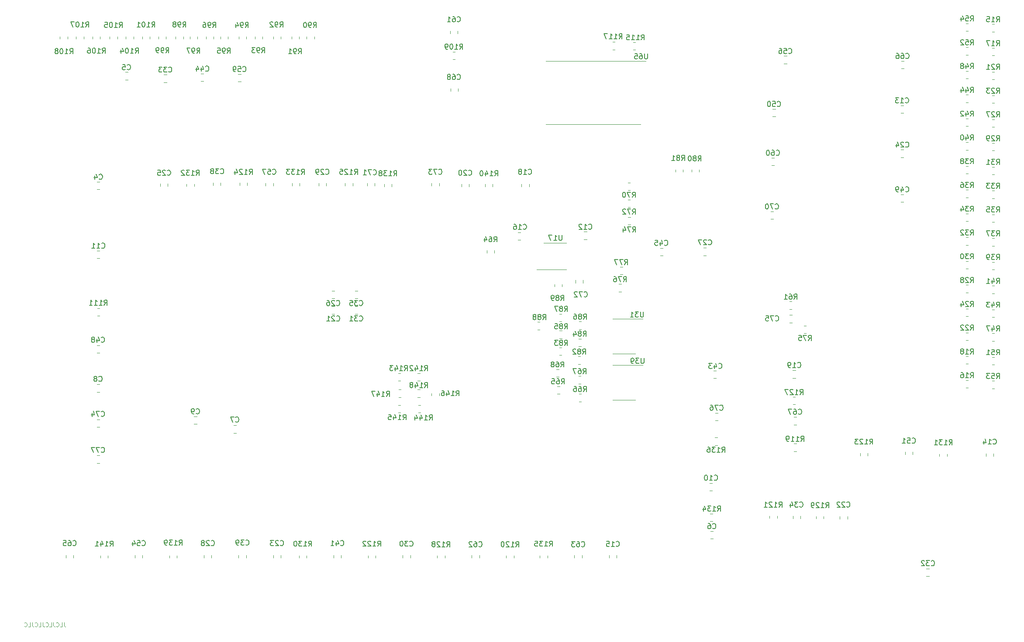
<source format=gbo>
%TF.GenerationSoftware,KiCad,Pcbnew,(5.1.10)-1*%
%TF.CreationDate,2021-11-09T21:50:18+08:00*%
%TF.ProjectId,S3_Schematic,53335f53-6368-4656-9d61-7469632e6b69,rev?*%
%TF.SameCoordinates,Original*%
%TF.FileFunction,Legend,Bot*%
%TF.FilePolarity,Positive*%
%FSLAX46Y46*%
G04 Gerber Fmt 4.6, Leading zero omitted, Abs format (unit mm)*
G04 Created by KiCad (PCBNEW (5.1.10)-1) date 2021-11-09 21:50:18*
%MOMM*%
%LPD*%
G01*
G04 APERTURE LIST*
%ADD10C,0.037500*%
%ADD11C,0.120000*%
%ADD12C,0.100000*%
%ADD13C,0.150000*%
%ADD14O,1.700000X1.700000*%
%ADD15R,1.700000X1.700000*%
%ADD16R,1.100000X0.250000*%
%ADD17C,1.500000*%
G04 APERTURE END LIST*
D10*
X73095238Y-148561904D02*
X73095238Y-149133333D01*
X73133333Y-149247619D01*
X73209523Y-149323809D01*
X73323809Y-149361904D01*
X73400000Y-149361904D01*
X72333333Y-149361904D02*
X72714285Y-149361904D01*
X72714285Y-148561904D01*
X71609523Y-149285714D02*
X71647619Y-149323809D01*
X71761904Y-149361904D01*
X71838095Y-149361904D01*
X71952380Y-149323809D01*
X72028571Y-149247619D01*
X72066666Y-149171428D01*
X72104761Y-149019047D01*
X72104761Y-148904761D01*
X72066666Y-148752380D01*
X72028571Y-148676190D01*
X71952380Y-148600000D01*
X71838095Y-148561904D01*
X71761904Y-148561904D01*
X71647619Y-148600000D01*
X71609523Y-148638095D01*
X71038095Y-148561904D02*
X71038095Y-149133333D01*
X71076190Y-149247619D01*
X71152380Y-149323809D01*
X71266666Y-149361904D01*
X71342857Y-149361904D01*
X70276190Y-149361904D02*
X70657142Y-149361904D01*
X70657142Y-148561904D01*
X69552380Y-149285714D02*
X69590476Y-149323809D01*
X69704761Y-149361904D01*
X69780952Y-149361904D01*
X69895238Y-149323809D01*
X69971428Y-149247619D01*
X70009523Y-149171428D01*
X70047619Y-149019047D01*
X70047619Y-148904761D01*
X70009523Y-148752380D01*
X69971428Y-148676190D01*
X69895238Y-148600000D01*
X69780952Y-148561904D01*
X69704761Y-148561904D01*
X69590476Y-148600000D01*
X69552380Y-148638095D01*
X68980952Y-148561904D02*
X68980952Y-149133333D01*
X69019047Y-149247619D01*
X69095238Y-149323809D01*
X69209523Y-149361904D01*
X69285714Y-149361904D01*
X68219047Y-149361904D02*
X68600000Y-149361904D01*
X68600000Y-148561904D01*
X67495238Y-149285714D02*
X67533333Y-149323809D01*
X67647619Y-149361904D01*
X67723809Y-149361904D01*
X67838095Y-149323809D01*
X67914285Y-149247619D01*
X67952380Y-149171428D01*
X67990476Y-149019047D01*
X67990476Y-148904761D01*
X67952380Y-148752380D01*
X67914285Y-148676190D01*
X67838095Y-148600000D01*
X67723809Y-148561904D01*
X67647619Y-148561904D01*
X67533333Y-148600000D01*
X67495238Y-148638095D01*
X66923809Y-148561904D02*
X66923809Y-149133333D01*
X66961904Y-149247619D01*
X67038095Y-149323809D01*
X67152380Y-149361904D01*
X67228571Y-149361904D01*
X66161904Y-149361904D02*
X66542857Y-149361904D01*
X66542857Y-148561904D01*
X65438095Y-149285714D02*
X65476190Y-149323809D01*
X65590476Y-149361904D01*
X65666666Y-149361904D01*
X65780952Y-149323809D01*
X65857142Y-149247619D01*
X65895238Y-149171428D01*
X65933333Y-149019047D01*
X65933333Y-148904761D01*
X65895238Y-148752380D01*
X65857142Y-148676190D01*
X65780952Y-148600000D01*
X65666666Y-148561904D01*
X65590476Y-148561904D01*
X65476190Y-148600000D01*
X65438095Y-148638095D01*
D11*
%TO.C,C68*%
X149505000Y-44888748D02*
X149505000Y-45411252D01*
X148035000Y-44888748D02*
X148035000Y-45411252D01*
%TO.C,C67*%
X214598748Y-108703000D02*
X215121252Y-108703000D01*
X214598748Y-110173000D02*
X215121252Y-110173000D01*
%TO.C,C66*%
X235941252Y-41035000D02*
X235418748Y-41035000D01*
X235941252Y-39565000D02*
X235418748Y-39565000D01*
%TO.C,C65*%
X73435000Y-136041252D02*
X73435000Y-135518748D01*
X74905000Y-136041252D02*
X74905000Y-135518748D01*
%TO.C,C63*%
X172062000Y-136041252D02*
X172062000Y-135518748D01*
X173532000Y-136041252D02*
X173532000Y-135518748D01*
%TO.C,C62*%
X152164000Y-136041252D02*
X152164000Y-135518748D01*
X153634000Y-136041252D02*
X153634000Y-135518748D01*
%TO.C,C61*%
X149425000Y-33708748D02*
X149425000Y-34231252D01*
X147955000Y-33708748D02*
X147955000Y-34231252D01*
%TO.C,C60*%
X210823252Y-59835000D02*
X210300748Y-59835000D01*
X210823252Y-58365000D02*
X210300748Y-58365000D01*
%TO.C,C59*%
X107391252Y-43585000D02*
X106868748Y-43585000D01*
X107391252Y-42115000D02*
X106868748Y-42115000D01*
%TO.C,C57*%
X112182000Y-63801252D02*
X112182000Y-63278748D01*
X113652000Y-63801252D02*
X113652000Y-63278748D01*
%TO.C,C56*%
X213223252Y-40065000D02*
X212700748Y-40065000D01*
X213223252Y-38595000D02*
X212700748Y-38595000D01*
%TO.C,C54*%
X86826900Y-136041252D02*
X86826900Y-135518748D01*
X88296900Y-136041252D02*
X88296900Y-135518748D01*
%TO.C,C51*%
X237672000Y-115461748D02*
X237672000Y-115984252D01*
X236202000Y-115461748D02*
X236202000Y-115984252D01*
%TO.C,C50*%
X211023252Y-50365000D02*
X210500748Y-50365000D01*
X211023252Y-48895000D02*
X210500748Y-48895000D01*
%TO.C,C49*%
X235891252Y-66935000D02*
X235368748Y-66935000D01*
X235891252Y-65465000D02*
X235368748Y-65465000D01*
%TO.C,C48*%
X79501248Y-94775000D02*
X80023752Y-94775000D01*
X79501248Y-96245000D02*
X80023752Y-96245000D01*
%TO.C,C45*%
X188708748Y-75855000D02*
X189231252Y-75855000D01*
X188708748Y-77325000D02*
X189231252Y-77325000D01*
%TO.C,C44*%
X100181252Y-43505000D02*
X99658748Y-43505000D01*
X100181252Y-42035000D02*
X99658748Y-42035000D01*
%TO.C,C43*%
X199061748Y-99665000D02*
X199584252Y-99665000D01*
X199061748Y-101135000D02*
X199584252Y-101135000D01*
%TO.C,C41*%
X125380000Y-136041252D02*
X125380000Y-135518748D01*
X126850000Y-136041252D02*
X126850000Y-135518748D01*
%TO.C,C39*%
X106945000Y-136041252D02*
X106945000Y-135518748D01*
X108415000Y-136041252D02*
X108415000Y-135518748D01*
%TO.C,C38*%
X102009000Y-63701252D02*
X102009000Y-63178748D01*
X103479000Y-63701252D02*
X103479000Y-63178748D01*
%TO.C,C34*%
X215925000Y-127858748D02*
X215925000Y-128381252D01*
X214455000Y-127858748D02*
X214455000Y-128381252D01*
%TO.C,C33*%
X92991252Y-43685000D02*
X92468748Y-43685000D01*
X92991252Y-42215000D02*
X92468748Y-42215000D01*
%TO.C,C32*%
X240308748Y-138115000D02*
X240831252Y-138115000D01*
X240308748Y-139585000D02*
X240831252Y-139585000D01*
%TO.C,C30*%
X138772000Y-136041252D02*
X138772000Y-135518748D01*
X140242000Y-136041252D02*
X140242000Y-135518748D01*
%TO.C,C29*%
X122456000Y-63801252D02*
X122456000Y-63278748D01*
X123926000Y-63801252D02*
X123926000Y-63278748D01*
%TO.C,C28*%
X100219000Y-136041252D02*
X100219000Y-135518748D01*
X101689000Y-136041252D02*
X101689000Y-135518748D01*
%TO.C,C27*%
X197108748Y-75835000D02*
X197631252Y-75835000D01*
X197108748Y-77305000D02*
X197631252Y-77305000D01*
%TO.C,C25*%
X91735000Y-63901252D02*
X91735000Y-63378748D01*
X93205000Y-63901252D02*
X93205000Y-63378748D01*
%TO.C,C24*%
X235901252Y-58255000D02*
X235378748Y-58255000D01*
X235901252Y-56785000D02*
X235378748Y-56785000D01*
%TO.C,C23*%
X113671000Y-136041252D02*
X113671000Y-135518748D01*
X115141000Y-136041252D02*
X115141000Y-135518748D01*
%TO.C,C22*%
X224995000Y-127948748D02*
X224995000Y-128471252D01*
X223525000Y-127948748D02*
X223525000Y-128471252D01*
%TO.C,C20*%
X150195000Y-63951252D02*
X150195000Y-63428748D01*
X151665000Y-63951252D02*
X151665000Y-63428748D01*
%TO.C,C19*%
X214398748Y-99630000D02*
X214921252Y-99630000D01*
X214398748Y-101100000D02*
X214921252Y-101100000D01*
%TO.C,C18*%
X161815000Y-63961252D02*
X161815000Y-63438748D01*
X163285000Y-63961252D02*
X163285000Y-63438748D01*
%TO.C,C16*%
X161108748Y-72805000D02*
X161631252Y-72805000D01*
X161108748Y-74275000D02*
X161631252Y-74275000D01*
%TO.C,C15*%
X178788000Y-136041252D02*
X178788000Y-135518748D01*
X180258000Y-136041252D02*
X180258000Y-135518748D01*
%TO.C,C14*%
X253345000Y-115761748D02*
X253345000Y-116284252D01*
X251875000Y-115761748D02*
X251875000Y-116284252D01*
%TO.C,C13*%
X235851252Y-49655000D02*
X235328748Y-49655000D01*
X235851252Y-48185000D02*
X235328748Y-48185000D01*
%TO.C,C12*%
X174451252Y-74175000D02*
X173928748Y-74175000D01*
X174451252Y-72705000D02*
X173928748Y-72705000D01*
%TO.C,C11*%
X80023752Y-77865000D02*
X79501248Y-77865000D01*
X80023752Y-76395000D02*
X79501248Y-76395000D01*
%TO.C,C10*%
X198288748Y-121495000D02*
X198811252Y-121495000D01*
X198288748Y-122965000D02*
X198811252Y-122965000D01*
%TO.C,C9*%
X98841252Y-110015000D02*
X98318748Y-110015000D01*
X98841252Y-108545000D02*
X98318748Y-108545000D01*
%TO.C,C8*%
X79501248Y-102325000D02*
X80023752Y-102325000D01*
X79501248Y-103795000D02*
X80023752Y-103795000D01*
%TO.C,C7*%
X105968748Y-110295000D02*
X106491252Y-110295000D01*
X105968748Y-111765000D02*
X106491252Y-111765000D01*
%TO.C,C6*%
X198428748Y-130805000D02*
X198951252Y-130805000D01*
X198428748Y-132275000D02*
X198951252Y-132275000D01*
%TO.C,C5*%
X84998748Y-41705000D02*
X85521252Y-41705000D01*
X84998748Y-43175000D02*
X85521252Y-43175000D01*
%TO.C,C4*%
X80023752Y-64505000D02*
X79501248Y-64505000D01*
X80023752Y-63035000D02*
X79501248Y-63035000D01*
%TO.C,U17*%
X168338000Y-80060000D02*
X164738000Y-80060000D01*
X168338000Y-80060000D02*
X170538000Y-80060000D01*
X168338000Y-74840000D02*
X166138000Y-74840000D01*
X168338000Y-74840000D02*
X170538000Y-74840000D01*
%TO.C,C77*%
X79501248Y-117610000D02*
X80023752Y-117610000D01*
X79501248Y-116140000D02*
X80023752Y-116140000D01*
%TO.C,C76*%
X199388748Y-109335000D02*
X199911252Y-109335000D01*
X199388748Y-107865000D02*
X199911252Y-107865000D01*
%TO.C,C75*%
X213738748Y-90335000D02*
X214261252Y-90335000D01*
X213738748Y-88865000D02*
X214261252Y-88865000D01*
%TO.C,C74*%
X79501248Y-110610000D02*
X80023752Y-110610000D01*
X79501248Y-109140000D02*
X80023752Y-109140000D01*
%TO.C,C73*%
X145835000Y-63761252D02*
X145835000Y-63238748D01*
X144365000Y-63761252D02*
X144365000Y-63238748D01*
%TO.C,C72*%
X172265000Y-82113748D02*
X172265000Y-82636252D01*
X173735000Y-82113748D02*
X173735000Y-82636252D01*
%TO.C,C71*%
X133335000Y-63811252D02*
X133335000Y-63288748D01*
X131865000Y-63811252D02*
X131865000Y-63288748D01*
%TO.C,U65*%
X184900000Y-51820000D02*
X166500000Y-51820000D01*
D12*
X166500000Y-39580000D02*
X185900000Y-39580000D01*
D11*
%TO.C,R148*%
X141672936Y-104835000D02*
X142127064Y-104835000D01*
X141672936Y-103365000D02*
X142127064Y-103365000D01*
%TO.C,R147*%
X137984936Y-104835000D02*
X138439064Y-104835000D01*
X137984936Y-103365000D02*
X138439064Y-103365000D01*
%TO.C,R146*%
X144365000Y-104072936D02*
X144365000Y-104527064D01*
X145835000Y-104072936D02*
X145835000Y-104527064D01*
%TO.C,R145*%
X137872936Y-107835000D02*
X138327064Y-107835000D01*
X137872936Y-106365000D02*
X138327064Y-106365000D01*
%TO.C,R144*%
X141760936Y-107835000D02*
X142215064Y-107835000D01*
X141760936Y-106365000D02*
X142215064Y-106365000D01*
%TO.C,R143*%
X137872936Y-101635000D02*
X138327064Y-101635000D01*
X137872936Y-100165000D02*
X138327064Y-100165000D01*
%TO.C,R142*%
X141672936Y-101635000D02*
X142127064Y-101635000D01*
X141672936Y-100165000D02*
X142127064Y-100165000D01*
%TO.C,C35*%
X129488748Y-85635000D02*
X130011252Y-85635000D01*
X129488748Y-84165000D02*
X130011252Y-84165000D01*
%TO.C,C31*%
X129488748Y-88645000D02*
X130011252Y-88645000D01*
X129488748Y-87175000D02*
X130011252Y-87175000D01*
%TO.C,C26*%
X125038748Y-85635000D02*
X125561252Y-85635000D01*
X125038748Y-84165000D02*
X125561252Y-84165000D01*
%TO.C,C21*%
X125038748Y-88645000D02*
X125561252Y-88645000D01*
X125038748Y-87175000D02*
X125561252Y-87175000D01*
%TO.C,U39*%
X181700000Y-105385000D02*
X179500000Y-105385000D01*
X181700000Y-105385000D02*
X183900000Y-105385000D01*
X181700000Y-98615000D02*
X179500000Y-98615000D01*
X181700000Y-98615000D02*
X185300000Y-98615000D01*
%TO.C,U31*%
X181700000Y-96385000D02*
X179500000Y-96385000D01*
X181700000Y-96385000D02*
X183900000Y-96385000D01*
X181700000Y-89615000D02*
X179500000Y-89615000D01*
X181700000Y-89615000D02*
X185300000Y-89615000D01*
%TO.C,R108*%
X72315000Y-34795436D02*
X72315000Y-35249564D01*
X73785000Y-34795436D02*
X73785000Y-35249564D01*
%TO.C,R107*%
X75465000Y-34795436D02*
X75465000Y-35249564D01*
X76935000Y-34795436D02*
X76935000Y-35249564D01*
%TO.C,R106*%
X78615000Y-34795436D02*
X78615000Y-35249564D01*
X80085000Y-34795436D02*
X80085000Y-35249564D01*
%TO.C,R105*%
X81965000Y-34795436D02*
X81965000Y-35249564D01*
X83435000Y-34795436D02*
X83435000Y-35249564D01*
%TO.C,R104*%
X85115000Y-34795436D02*
X85115000Y-35249564D01*
X86585000Y-34795436D02*
X86585000Y-35249564D01*
%TO.C,R101*%
X88265000Y-34795436D02*
X88265000Y-35249564D01*
X89735000Y-34795436D02*
X89735000Y-35249564D01*
%TO.C,R99*%
X91415000Y-34795436D02*
X91415000Y-35249564D01*
X92885000Y-34795436D02*
X92885000Y-35249564D01*
%TO.C,R98*%
X94765000Y-34795436D02*
X94765000Y-35249564D01*
X96235000Y-34795436D02*
X96235000Y-35249564D01*
%TO.C,R97*%
X97515000Y-34795436D02*
X97515000Y-35249564D01*
X98985000Y-34795436D02*
X98985000Y-35249564D01*
%TO.C,R96*%
X100665000Y-34795436D02*
X100665000Y-35249564D01*
X102135000Y-34795436D02*
X102135000Y-35249564D01*
%TO.C,R95*%
X103415000Y-34795436D02*
X103415000Y-35249564D01*
X104885000Y-34795436D02*
X104885000Y-35249564D01*
%TO.C,R94*%
X106965000Y-34795436D02*
X106965000Y-35249564D01*
X108435000Y-34795436D02*
X108435000Y-35249564D01*
%TO.C,R93*%
X110115000Y-34795436D02*
X110115000Y-35249564D01*
X111585000Y-34795436D02*
X111585000Y-35249564D01*
%TO.C,R92*%
X113665000Y-34795436D02*
X113665000Y-35249564D01*
X115135000Y-34795436D02*
X115135000Y-35249564D01*
%TO.C,R91*%
X117215000Y-34795436D02*
X117215000Y-35249564D01*
X118685000Y-34795436D02*
X118685000Y-35249564D01*
%TO.C,R90*%
X120165000Y-34795436D02*
X120165000Y-35249564D01*
X121635000Y-34795436D02*
X121635000Y-35249564D01*
%TO.C,R54*%
X248427064Y-32265000D02*
X247972936Y-32265000D01*
X248427064Y-33735000D02*
X247972936Y-33735000D01*
%TO.C,R53*%
X253477064Y-101665000D02*
X253022936Y-101665000D01*
X253477064Y-103135000D02*
X253022936Y-103135000D01*
%TO.C,R52*%
X248427064Y-36881700D02*
X247972936Y-36881700D01*
X248427064Y-38351700D02*
X247972936Y-38351700D01*
%TO.C,R51*%
X253477064Y-97048300D02*
X253022936Y-97048300D01*
X253477064Y-98518300D02*
X253022936Y-98518300D01*
%TO.C,R48*%
X248427064Y-41498300D02*
X247972936Y-41498300D01*
X248427064Y-42968300D02*
X247972936Y-42968300D01*
%TO.C,R47*%
X253477064Y-92431700D02*
X253022936Y-92431700D01*
X253477064Y-93901700D02*
X253022936Y-93901700D01*
%TO.C,R44*%
X248427064Y-46115000D02*
X247972936Y-46115000D01*
X248427064Y-47585000D02*
X247972936Y-47585000D01*
%TO.C,R43*%
X253477064Y-87815000D02*
X253022936Y-87815000D01*
X253477064Y-89285000D02*
X253022936Y-89285000D01*
%TO.C,R42*%
X248427064Y-50731700D02*
X247972936Y-50731700D01*
X248427064Y-52201700D02*
X247972936Y-52201700D01*
%TO.C,R41*%
X253477064Y-83198300D02*
X253022936Y-83198300D01*
X253477064Y-84668300D02*
X253022936Y-84668300D01*
%TO.C,R40*%
X248427064Y-55348300D02*
X247972936Y-55348300D01*
X248427064Y-56818300D02*
X247972936Y-56818300D01*
%TO.C,R39*%
X253477064Y-78581700D02*
X253022936Y-78581700D01*
X253477064Y-80051700D02*
X253022936Y-80051700D01*
%TO.C,R38*%
X248427064Y-59965000D02*
X247972936Y-59965000D01*
X248427064Y-61435000D02*
X247972936Y-61435000D01*
%TO.C,R37*%
X253477064Y-73965000D02*
X253022936Y-73965000D01*
X253477064Y-75435000D02*
X253022936Y-75435000D01*
%TO.C,R141*%
X81600900Y-136007064D02*
X81600900Y-135552936D01*
X80130900Y-136007064D02*
X80130900Y-135552936D01*
%TO.C,R140*%
X154765000Y-63484936D02*
X154765000Y-63939064D01*
X156235000Y-63484936D02*
X156235000Y-63939064D01*
%TO.C,R139*%
X94992800Y-136007064D02*
X94992800Y-135552936D01*
X93522800Y-136007064D02*
X93522800Y-135552936D01*
%TO.C,R138*%
X136635000Y-63927064D02*
X136635000Y-63472936D01*
X135165000Y-63927064D02*
X135165000Y-63472936D01*
%TO.C,R136*%
X199315936Y-114135000D02*
X199770064Y-114135000D01*
X199315936Y-112665000D02*
X199770064Y-112665000D01*
%TO.C,R135*%
X166837000Y-136007064D02*
X166837000Y-135552936D01*
X165367000Y-136007064D02*
X165367000Y-135552936D01*
%TO.C,R134*%
X198372936Y-128885000D02*
X198827064Y-128885000D01*
X198372936Y-127415000D02*
X198827064Y-127415000D01*
%TO.C,R133*%
X117319000Y-63312936D02*
X117319000Y-63767064D01*
X118789000Y-63312936D02*
X118789000Y-63767064D01*
%TO.C,R132*%
X96871800Y-63412936D02*
X96871800Y-63867064D01*
X98341800Y-63412936D02*
X98341800Y-63867064D01*
%TO.C,R131*%
X244308000Y-116270064D02*
X244308000Y-115815936D01*
X242838000Y-116270064D02*
X242838000Y-115815936D01*
%TO.C,R130*%
X118684000Y-135552936D02*
X118684000Y-136007064D01*
X120154000Y-135552936D02*
X120154000Y-136007064D01*
%TO.C,R129*%
X220385000Y-128427064D02*
X220385000Y-127972936D01*
X218915000Y-128427064D02*
X218915000Y-127972936D01*
%TO.C,R128*%
X145468000Y-135552936D02*
X145468000Y-136007064D01*
X146938000Y-135552936D02*
X146938000Y-136007064D01*
%TO.C,R127*%
X214887064Y-104766000D02*
X214432936Y-104766000D01*
X214887064Y-106236000D02*
X214432936Y-106236000D01*
%TO.C,R125*%
X127593000Y-63312936D02*
X127593000Y-63767064D01*
X129063000Y-63312936D02*
X129063000Y-63767064D01*
%TO.C,R124*%
X107145000Y-63212936D02*
X107145000Y-63667064D01*
X108615000Y-63212936D02*
X108615000Y-63667064D01*
%TO.C,R123*%
X228935000Y-116170064D02*
X228935000Y-115715936D01*
X227465000Y-116170064D02*
X227465000Y-115715936D01*
%TO.C,R122*%
X132076000Y-135552936D02*
X132076000Y-136007064D01*
X133546000Y-135552936D02*
X133546000Y-136007064D01*
%TO.C,R121*%
X211385000Y-128327064D02*
X211385000Y-127872936D01*
X209915000Y-128327064D02*
X209915000Y-127872936D01*
%TO.C,R120*%
X160330000Y-136007064D02*
X160330000Y-135552936D01*
X158860000Y-136007064D02*
X158860000Y-135552936D01*
%TO.C,R119*%
X215087064Y-113840000D02*
X214632936Y-113840000D01*
X215087064Y-115310000D02*
X214632936Y-115310000D01*
%TO.C,R117*%
X179472936Y-37335000D02*
X179927064Y-37335000D01*
X179472936Y-35865000D02*
X179927064Y-35865000D01*
%TO.C,R115*%
X183434936Y-37410000D02*
X183889064Y-37410000D01*
X183434936Y-35940000D02*
X183889064Y-35940000D01*
%TO.C,R111*%
X79535436Y-89035000D02*
X79989564Y-89035000D01*
X79535436Y-87565000D02*
X79989564Y-87565000D01*
%TO.C,R109*%
X148472936Y-39235000D02*
X148927064Y-39235000D01*
X148472936Y-37765000D02*
X148927064Y-37765000D01*
%TO.C,R89*%
X168190000Y-82897936D02*
X168190000Y-83352064D01*
X169660000Y-82897936D02*
X169660000Y-83352064D01*
%TO.C,R88*%
X164912936Y-91715000D02*
X165367064Y-91715000D01*
X164912936Y-90245000D02*
X165367064Y-90245000D01*
%TO.C,R87*%
X169147936Y-90160000D02*
X169602064Y-90160000D01*
X169147936Y-88690000D02*
X169602064Y-88690000D01*
%TO.C,R86*%
X173402064Y-90140000D02*
X172947936Y-90140000D01*
X173402064Y-91610000D02*
X172947936Y-91610000D01*
%TO.C,R85*%
X169172936Y-93385000D02*
X169627064Y-93385000D01*
X169172936Y-91915000D02*
X169627064Y-91915000D01*
%TO.C,R84*%
X173352064Y-93465000D02*
X172897936Y-93465000D01*
X173352064Y-94935000D02*
X172897936Y-94935000D01*
%TO.C,R83*%
X169134936Y-96660000D02*
X169589064Y-96660000D01*
X169134936Y-95190000D02*
X169589064Y-95190000D01*
%TO.C,R82*%
X173227064Y-96915000D02*
X172772936Y-96915000D01*
X173227064Y-98385000D02*
X172772936Y-98385000D01*
%TO.C,R81*%
X191640000Y-60622936D02*
X191640000Y-61077064D01*
X193110000Y-60622936D02*
X193110000Y-61077064D01*
%TO.C,R80*%
X194765000Y-60622936D02*
X194765000Y-61077064D01*
X196235000Y-60622936D02*
X196235000Y-61077064D01*
%TO.C,R77*%
X181389064Y-79540000D02*
X180934936Y-79540000D01*
X181389064Y-81010000D02*
X180934936Y-81010000D01*
%TO.C,R76*%
X181139064Y-82865000D02*
X180684936Y-82865000D01*
X181139064Y-84335000D02*
X180684936Y-84335000D01*
%TO.C,R75*%
X216560436Y-92435000D02*
X217014564Y-92435000D01*
X216560436Y-90965000D02*
X217014564Y-90965000D01*
%TO.C,R74*%
X182472936Y-71360000D02*
X182927064Y-71360000D01*
X182472936Y-69890000D02*
X182927064Y-69890000D01*
%TO.C,R72*%
X182447936Y-67935000D02*
X182902064Y-67935000D01*
X182447936Y-66465000D02*
X182902064Y-66465000D01*
%TO.C,R70*%
X182422936Y-64660000D02*
X182877064Y-64660000D01*
X182422936Y-63190000D02*
X182877064Y-63190000D01*
%TO.C,R68*%
X168572936Y-100860000D02*
X169027064Y-100860000D01*
X168572936Y-99390000D02*
X169027064Y-99390000D01*
%TO.C,R67*%
X173339064Y-100715000D02*
X172884936Y-100715000D01*
X173339064Y-102185000D02*
X172884936Y-102185000D01*
%TO.C,R66*%
X173389064Y-104190000D02*
X172934936Y-104190000D01*
X173389064Y-105660000D02*
X172934936Y-105660000D01*
%TO.C,R65*%
X168747936Y-104185000D02*
X169202064Y-104185000D01*
X168747936Y-102715000D02*
X169202064Y-102715000D01*
%TO.C,R64*%
X155065000Y-76347936D02*
X155065000Y-76802064D01*
X156535000Y-76347936D02*
X156535000Y-76802064D01*
%TO.C,R61*%
X214227064Y-86265000D02*
X213772936Y-86265000D01*
X214227064Y-87735000D02*
X213772936Y-87735000D01*
%TO.C,R36*%
X248427064Y-64581700D02*
X247972936Y-64581700D01*
X248427064Y-66051700D02*
X247972936Y-66051700D01*
%TO.C,R35*%
X253477064Y-69348300D02*
X253022936Y-69348300D01*
X253477064Y-70818300D02*
X253022936Y-70818300D01*
%TO.C,R34*%
X248427064Y-69198300D02*
X247972936Y-69198300D01*
X248427064Y-70668300D02*
X247972936Y-70668300D01*
%TO.C,R33*%
X253477064Y-64731700D02*
X253022936Y-64731700D01*
X253477064Y-66201700D02*
X253022936Y-66201700D01*
%TO.C,R32*%
X248427064Y-73815000D02*
X247972936Y-73815000D01*
X248427064Y-75285000D02*
X247972936Y-75285000D01*
%TO.C,R31*%
X253477064Y-60115000D02*
X253022936Y-60115000D01*
X253477064Y-61585000D02*
X253022936Y-61585000D01*
%TO.C,R30*%
X248427064Y-78431700D02*
X247972936Y-78431700D01*
X248427064Y-79901700D02*
X247972936Y-79901700D01*
%TO.C,R29*%
X253477064Y-55498300D02*
X253022936Y-55498300D01*
X253477064Y-56968300D02*
X253022936Y-56968300D01*
%TO.C,R28*%
X248427064Y-83048300D02*
X247972936Y-83048300D01*
X248427064Y-84518300D02*
X247972936Y-84518300D01*
%TO.C,R27*%
X253477064Y-50881700D02*
X253022936Y-50881700D01*
X253477064Y-52351700D02*
X253022936Y-52351700D01*
%TO.C,R24*%
X248427064Y-87665000D02*
X247972936Y-87665000D01*
X248427064Y-89135000D02*
X247972936Y-89135000D01*
%TO.C,R23*%
X253477064Y-46265000D02*
X253022936Y-46265000D01*
X253477064Y-47735000D02*
X253022936Y-47735000D01*
%TO.C,R22*%
X248427064Y-92281700D02*
X247972936Y-92281700D01*
X248427064Y-93751700D02*
X247972936Y-93751700D01*
%TO.C,R21*%
X253477064Y-41648300D02*
X253022936Y-41648300D01*
X253477064Y-43118300D02*
X253022936Y-43118300D01*
%TO.C,R18*%
X248427064Y-96898300D02*
X247972936Y-96898300D01*
X248427064Y-98368300D02*
X247972936Y-98368300D01*
%TO.C,R17*%
X253477064Y-37031700D02*
X253022936Y-37031700D01*
X253477064Y-38501700D02*
X253022936Y-38501700D01*
%TO.C,R16*%
X248427064Y-101515000D02*
X247972936Y-101515000D01*
X248427064Y-102985000D02*
X247972936Y-102985000D01*
%TO.C,R15*%
X253477064Y-32415000D02*
X253022936Y-32415000D01*
X253477064Y-33885000D02*
X253022936Y-33885000D01*
%TO.C,C70*%
X210623252Y-68790000D02*
X210100748Y-68790000D01*
X210623252Y-70260000D02*
X210100748Y-70260000D01*
%TO.C,C68*%
D13*
X149342857Y-43057142D02*
X149390476Y-43104761D01*
X149533333Y-43152380D01*
X149628571Y-43152380D01*
X149771428Y-43104761D01*
X149866666Y-43009523D01*
X149914285Y-42914285D01*
X149961904Y-42723809D01*
X149961904Y-42580952D01*
X149914285Y-42390476D01*
X149866666Y-42295238D01*
X149771428Y-42200000D01*
X149628571Y-42152380D01*
X149533333Y-42152380D01*
X149390476Y-42200000D01*
X149342857Y-42247619D01*
X148485714Y-42152380D02*
X148676190Y-42152380D01*
X148771428Y-42200000D01*
X148819047Y-42247619D01*
X148914285Y-42390476D01*
X148961904Y-42580952D01*
X148961904Y-42961904D01*
X148914285Y-43057142D01*
X148866666Y-43104761D01*
X148771428Y-43152380D01*
X148580952Y-43152380D01*
X148485714Y-43104761D01*
X148438095Y-43057142D01*
X148390476Y-42961904D01*
X148390476Y-42723809D01*
X148438095Y-42628571D01*
X148485714Y-42580952D01*
X148580952Y-42533333D01*
X148771428Y-42533333D01*
X148866666Y-42580952D01*
X148914285Y-42628571D01*
X148961904Y-42723809D01*
X147819047Y-42580952D02*
X147914285Y-42533333D01*
X147961904Y-42485714D01*
X148009523Y-42390476D01*
X148009523Y-42342857D01*
X147961904Y-42247619D01*
X147914285Y-42200000D01*
X147819047Y-42152380D01*
X147628571Y-42152380D01*
X147533333Y-42200000D01*
X147485714Y-42247619D01*
X147438095Y-42342857D01*
X147438095Y-42390476D01*
X147485714Y-42485714D01*
X147533333Y-42533333D01*
X147628571Y-42580952D01*
X147819047Y-42580952D01*
X147914285Y-42628571D01*
X147961904Y-42676190D01*
X148009523Y-42771428D01*
X148009523Y-42961904D01*
X147961904Y-43057142D01*
X147914285Y-43104761D01*
X147819047Y-43152380D01*
X147628571Y-43152380D01*
X147533333Y-43104761D01*
X147485714Y-43057142D01*
X147438095Y-42961904D01*
X147438095Y-42771428D01*
X147485714Y-42676190D01*
X147533333Y-42628571D01*
X147628571Y-42580952D01*
%TO.C,C67*%
X215502857Y-108057142D02*
X215550476Y-108104761D01*
X215693333Y-108152380D01*
X215788571Y-108152380D01*
X215931428Y-108104761D01*
X216026666Y-108009523D01*
X216074285Y-107914285D01*
X216121904Y-107723809D01*
X216121904Y-107580952D01*
X216074285Y-107390476D01*
X216026666Y-107295238D01*
X215931428Y-107200000D01*
X215788571Y-107152380D01*
X215693333Y-107152380D01*
X215550476Y-107200000D01*
X215502857Y-107247619D01*
X214645714Y-107152380D02*
X214836190Y-107152380D01*
X214931428Y-107200000D01*
X214979047Y-107247619D01*
X215074285Y-107390476D01*
X215121904Y-107580952D01*
X215121904Y-107961904D01*
X215074285Y-108057142D01*
X215026666Y-108104761D01*
X214931428Y-108152380D01*
X214740952Y-108152380D01*
X214645714Y-108104761D01*
X214598095Y-108057142D01*
X214550476Y-107961904D01*
X214550476Y-107723809D01*
X214598095Y-107628571D01*
X214645714Y-107580952D01*
X214740952Y-107533333D01*
X214931428Y-107533333D01*
X215026666Y-107580952D01*
X215074285Y-107628571D01*
X215121904Y-107723809D01*
X214217142Y-107152380D02*
X213550476Y-107152380D01*
X213979047Y-108152380D01*
%TO.C,C66*%
X236322857Y-38977142D02*
X236370476Y-39024761D01*
X236513333Y-39072380D01*
X236608571Y-39072380D01*
X236751428Y-39024761D01*
X236846666Y-38929523D01*
X236894285Y-38834285D01*
X236941904Y-38643809D01*
X236941904Y-38500952D01*
X236894285Y-38310476D01*
X236846666Y-38215238D01*
X236751428Y-38120000D01*
X236608571Y-38072380D01*
X236513333Y-38072380D01*
X236370476Y-38120000D01*
X236322857Y-38167619D01*
X235465714Y-38072380D02*
X235656190Y-38072380D01*
X235751428Y-38120000D01*
X235799047Y-38167619D01*
X235894285Y-38310476D01*
X235941904Y-38500952D01*
X235941904Y-38881904D01*
X235894285Y-38977142D01*
X235846666Y-39024761D01*
X235751428Y-39072380D01*
X235560952Y-39072380D01*
X235465714Y-39024761D01*
X235418095Y-38977142D01*
X235370476Y-38881904D01*
X235370476Y-38643809D01*
X235418095Y-38548571D01*
X235465714Y-38500952D01*
X235560952Y-38453333D01*
X235751428Y-38453333D01*
X235846666Y-38500952D01*
X235894285Y-38548571D01*
X235941904Y-38643809D01*
X234513333Y-38072380D02*
X234703809Y-38072380D01*
X234799047Y-38120000D01*
X234846666Y-38167619D01*
X234941904Y-38310476D01*
X234989523Y-38500952D01*
X234989523Y-38881904D01*
X234941904Y-38977142D01*
X234894285Y-39024761D01*
X234799047Y-39072380D01*
X234608571Y-39072380D01*
X234513333Y-39024761D01*
X234465714Y-38977142D01*
X234418095Y-38881904D01*
X234418095Y-38643809D01*
X234465714Y-38548571D01*
X234513333Y-38500952D01*
X234608571Y-38453333D01*
X234799047Y-38453333D01*
X234894285Y-38500952D01*
X234941904Y-38548571D01*
X234989523Y-38643809D01*
%TO.C,C65*%
X74842857Y-133557142D02*
X74890476Y-133604761D01*
X75033333Y-133652380D01*
X75128571Y-133652380D01*
X75271428Y-133604761D01*
X75366666Y-133509523D01*
X75414285Y-133414285D01*
X75461904Y-133223809D01*
X75461904Y-133080952D01*
X75414285Y-132890476D01*
X75366666Y-132795238D01*
X75271428Y-132700000D01*
X75128571Y-132652380D01*
X75033333Y-132652380D01*
X74890476Y-132700000D01*
X74842857Y-132747619D01*
X73985714Y-132652380D02*
X74176190Y-132652380D01*
X74271428Y-132700000D01*
X74319047Y-132747619D01*
X74414285Y-132890476D01*
X74461904Y-133080952D01*
X74461904Y-133461904D01*
X74414285Y-133557142D01*
X74366666Y-133604761D01*
X74271428Y-133652380D01*
X74080952Y-133652380D01*
X73985714Y-133604761D01*
X73938095Y-133557142D01*
X73890476Y-133461904D01*
X73890476Y-133223809D01*
X73938095Y-133128571D01*
X73985714Y-133080952D01*
X74080952Y-133033333D01*
X74271428Y-133033333D01*
X74366666Y-133080952D01*
X74414285Y-133128571D01*
X74461904Y-133223809D01*
X72985714Y-132652380D02*
X73461904Y-132652380D01*
X73509523Y-133128571D01*
X73461904Y-133080952D01*
X73366666Y-133033333D01*
X73128571Y-133033333D01*
X73033333Y-133080952D01*
X72985714Y-133128571D01*
X72938095Y-133223809D01*
X72938095Y-133461904D01*
X72985714Y-133557142D01*
X73033333Y-133604761D01*
X73128571Y-133652380D01*
X73366666Y-133652380D01*
X73461904Y-133604761D01*
X73509523Y-133557142D01*
%TO.C,C63*%
X173442857Y-133757142D02*
X173490476Y-133804761D01*
X173633333Y-133852380D01*
X173728571Y-133852380D01*
X173871428Y-133804761D01*
X173966666Y-133709523D01*
X174014285Y-133614285D01*
X174061904Y-133423809D01*
X174061904Y-133280952D01*
X174014285Y-133090476D01*
X173966666Y-132995238D01*
X173871428Y-132900000D01*
X173728571Y-132852380D01*
X173633333Y-132852380D01*
X173490476Y-132900000D01*
X173442857Y-132947619D01*
X172585714Y-132852380D02*
X172776190Y-132852380D01*
X172871428Y-132900000D01*
X172919047Y-132947619D01*
X173014285Y-133090476D01*
X173061904Y-133280952D01*
X173061904Y-133661904D01*
X173014285Y-133757142D01*
X172966666Y-133804761D01*
X172871428Y-133852380D01*
X172680952Y-133852380D01*
X172585714Y-133804761D01*
X172538095Y-133757142D01*
X172490476Y-133661904D01*
X172490476Y-133423809D01*
X172538095Y-133328571D01*
X172585714Y-133280952D01*
X172680952Y-133233333D01*
X172871428Y-133233333D01*
X172966666Y-133280952D01*
X173014285Y-133328571D01*
X173061904Y-133423809D01*
X172157142Y-132852380D02*
X171538095Y-132852380D01*
X171871428Y-133233333D01*
X171728571Y-133233333D01*
X171633333Y-133280952D01*
X171585714Y-133328571D01*
X171538095Y-133423809D01*
X171538095Y-133661904D01*
X171585714Y-133757142D01*
X171633333Y-133804761D01*
X171728571Y-133852380D01*
X172014285Y-133852380D01*
X172109523Y-133804761D01*
X172157142Y-133757142D01*
%TO.C,C62*%
X153542857Y-133757142D02*
X153590476Y-133804761D01*
X153733333Y-133852380D01*
X153828571Y-133852380D01*
X153971428Y-133804761D01*
X154066666Y-133709523D01*
X154114285Y-133614285D01*
X154161904Y-133423809D01*
X154161904Y-133280952D01*
X154114285Y-133090476D01*
X154066666Y-132995238D01*
X153971428Y-132900000D01*
X153828571Y-132852380D01*
X153733333Y-132852380D01*
X153590476Y-132900000D01*
X153542857Y-132947619D01*
X152685714Y-132852380D02*
X152876190Y-132852380D01*
X152971428Y-132900000D01*
X153019047Y-132947619D01*
X153114285Y-133090476D01*
X153161904Y-133280952D01*
X153161904Y-133661904D01*
X153114285Y-133757142D01*
X153066666Y-133804761D01*
X152971428Y-133852380D01*
X152780952Y-133852380D01*
X152685714Y-133804761D01*
X152638095Y-133757142D01*
X152590476Y-133661904D01*
X152590476Y-133423809D01*
X152638095Y-133328571D01*
X152685714Y-133280952D01*
X152780952Y-133233333D01*
X152971428Y-133233333D01*
X153066666Y-133280952D01*
X153114285Y-133328571D01*
X153161904Y-133423809D01*
X152209523Y-132947619D02*
X152161904Y-132900000D01*
X152066666Y-132852380D01*
X151828571Y-132852380D01*
X151733333Y-132900000D01*
X151685714Y-132947619D01*
X151638095Y-133042857D01*
X151638095Y-133138095D01*
X151685714Y-133280952D01*
X152257142Y-133852380D01*
X151638095Y-133852380D01*
%TO.C,C61*%
X149342857Y-31857142D02*
X149390476Y-31904761D01*
X149533333Y-31952380D01*
X149628571Y-31952380D01*
X149771428Y-31904761D01*
X149866666Y-31809523D01*
X149914285Y-31714285D01*
X149961904Y-31523809D01*
X149961904Y-31380952D01*
X149914285Y-31190476D01*
X149866666Y-31095238D01*
X149771428Y-31000000D01*
X149628571Y-30952380D01*
X149533333Y-30952380D01*
X149390476Y-31000000D01*
X149342857Y-31047619D01*
X148485714Y-30952380D02*
X148676190Y-30952380D01*
X148771428Y-31000000D01*
X148819047Y-31047619D01*
X148914285Y-31190476D01*
X148961904Y-31380952D01*
X148961904Y-31761904D01*
X148914285Y-31857142D01*
X148866666Y-31904761D01*
X148771428Y-31952380D01*
X148580952Y-31952380D01*
X148485714Y-31904761D01*
X148438095Y-31857142D01*
X148390476Y-31761904D01*
X148390476Y-31523809D01*
X148438095Y-31428571D01*
X148485714Y-31380952D01*
X148580952Y-31333333D01*
X148771428Y-31333333D01*
X148866666Y-31380952D01*
X148914285Y-31428571D01*
X148961904Y-31523809D01*
X147438095Y-31952380D02*
X148009523Y-31952380D01*
X147723809Y-31952380D02*
X147723809Y-30952380D01*
X147819047Y-31095238D01*
X147914285Y-31190476D01*
X148009523Y-31238095D01*
%TO.C,C60*%
X211204857Y-57777142D02*
X211252476Y-57824761D01*
X211395333Y-57872380D01*
X211490571Y-57872380D01*
X211633428Y-57824761D01*
X211728666Y-57729523D01*
X211776285Y-57634285D01*
X211823904Y-57443809D01*
X211823904Y-57300952D01*
X211776285Y-57110476D01*
X211728666Y-57015238D01*
X211633428Y-56920000D01*
X211490571Y-56872380D01*
X211395333Y-56872380D01*
X211252476Y-56920000D01*
X211204857Y-56967619D01*
X210347714Y-56872380D02*
X210538190Y-56872380D01*
X210633428Y-56920000D01*
X210681047Y-56967619D01*
X210776285Y-57110476D01*
X210823904Y-57300952D01*
X210823904Y-57681904D01*
X210776285Y-57777142D01*
X210728666Y-57824761D01*
X210633428Y-57872380D01*
X210442952Y-57872380D01*
X210347714Y-57824761D01*
X210300095Y-57777142D01*
X210252476Y-57681904D01*
X210252476Y-57443809D01*
X210300095Y-57348571D01*
X210347714Y-57300952D01*
X210442952Y-57253333D01*
X210633428Y-57253333D01*
X210728666Y-57300952D01*
X210776285Y-57348571D01*
X210823904Y-57443809D01*
X209633428Y-56872380D02*
X209538190Y-56872380D01*
X209442952Y-56920000D01*
X209395333Y-56967619D01*
X209347714Y-57062857D01*
X209300095Y-57253333D01*
X209300095Y-57491428D01*
X209347714Y-57681904D01*
X209395333Y-57777142D01*
X209442952Y-57824761D01*
X209538190Y-57872380D01*
X209633428Y-57872380D01*
X209728666Y-57824761D01*
X209776285Y-57777142D01*
X209823904Y-57681904D01*
X209871523Y-57491428D01*
X209871523Y-57253333D01*
X209823904Y-57062857D01*
X209776285Y-56967619D01*
X209728666Y-56920000D01*
X209633428Y-56872380D01*
%TO.C,C59*%
X107772857Y-41527142D02*
X107820476Y-41574761D01*
X107963333Y-41622380D01*
X108058571Y-41622380D01*
X108201428Y-41574761D01*
X108296666Y-41479523D01*
X108344285Y-41384285D01*
X108391904Y-41193809D01*
X108391904Y-41050952D01*
X108344285Y-40860476D01*
X108296666Y-40765238D01*
X108201428Y-40670000D01*
X108058571Y-40622380D01*
X107963333Y-40622380D01*
X107820476Y-40670000D01*
X107772857Y-40717619D01*
X106868095Y-40622380D02*
X107344285Y-40622380D01*
X107391904Y-41098571D01*
X107344285Y-41050952D01*
X107249047Y-41003333D01*
X107010952Y-41003333D01*
X106915714Y-41050952D01*
X106868095Y-41098571D01*
X106820476Y-41193809D01*
X106820476Y-41431904D01*
X106868095Y-41527142D01*
X106915714Y-41574761D01*
X107010952Y-41622380D01*
X107249047Y-41622380D01*
X107344285Y-41574761D01*
X107391904Y-41527142D01*
X106344285Y-41622380D02*
X106153809Y-41622380D01*
X106058571Y-41574761D01*
X106010952Y-41527142D01*
X105915714Y-41384285D01*
X105868095Y-41193809D01*
X105868095Y-40812857D01*
X105915714Y-40717619D01*
X105963333Y-40670000D01*
X106058571Y-40622380D01*
X106249047Y-40622380D01*
X106344285Y-40670000D01*
X106391904Y-40717619D01*
X106439523Y-40812857D01*
X106439523Y-41050952D01*
X106391904Y-41146190D01*
X106344285Y-41193809D01*
X106249047Y-41241428D01*
X106058571Y-41241428D01*
X105963333Y-41193809D01*
X105915714Y-41146190D01*
X105868095Y-41050952D01*
%TO.C,C57*%
X113542857Y-61457142D02*
X113590476Y-61504761D01*
X113733333Y-61552380D01*
X113828571Y-61552380D01*
X113971428Y-61504761D01*
X114066666Y-61409523D01*
X114114285Y-61314285D01*
X114161904Y-61123809D01*
X114161904Y-60980952D01*
X114114285Y-60790476D01*
X114066666Y-60695238D01*
X113971428Y-60600000D01*
X113828571Y-60552380D01*
X113733333Y-60552380D01*
X113590476Y-60600000D01*
X113542857Y-60647619D01*
X112638095Y-60552380D02*
X113114285Y-60552380D01*
X113161904Y-61028571D01*
X113114285Y-60980952D01*
X113019047Y-60933333D01*
X112780952Y-60933333D01*
X112685714Y-60980952D01*
X112638095Y-61028571D01*
X112590476Y-61123809D01*
X112590476Y-61361904D01*
X112638095Y-61457142D01*
X112685714Y-61504761D01*
X112780952Y-61552380D01*
X113019047Y-61552380D01*
X113114285Y-61504761D01*
X113161904Y-61457142D01*
X112257142Y-60552380D02*
X111590476Y-60552380D01*
X112019047Y-61552380D01*
%TO.C,C56*%
X213604857Y-38007142D02*
X213652476Y-38054761D01*
X213795333Y-38102380D01*
X213890571Y-38102380D01*
X214033428Y-38054761D01*
X214128666Y-37959523D01*
X214176285Y-37864285D01*
X214223904Y-37673809D01*
X214223904Y-37530952D01*
X214176285Y-37340476D01*
X214128666Y-37245238D01*
X214033428Y-37150000D01*
X213890571Y-37102380D01*
X213795333Y-37102380D01*
X213652476Y-37150000D01*
X213604857Y-37197619D01*
X212700095Y-37102380D02*
X213176285Y-37102380D01*
X213223904Y-37578571D01*
X213176285Y-37530952D01*
X213081047Y-37483333D01*
X212842952Y-37483333D01*
X212747714Y-37530952D01*
X212700095Y-37578571D01*
X212652476Y-37673809D01*
X212652476Y-37911904D01*
X212700095Y-38007142D01*
X212747714Y-38054761D01*
X212842952Y-38102380D01*
X213081047Y-38102380D01*
X213176285Y-38054761D01*
X213223904Y-38007142D01*
X211795333Y-37102380D02*
X211985809Y-37102380D01*
X212081047Y-37150000D01*
X212128666Y-37197619D01*
X212223904Y-37340476D01*
X212271523Y-37530952D01*
X212271523Y-37911904D01*
X212223904Y-38007142D01*
X212176285Y-38054761D01*
X212081047Y-38102380D01*
X211890571Y-38102380D01*
X211795333Y-38054761D01*
X211747714Y-38007142D01*
X211700095Y-37911904D01*
X211700095Y-37673809D01*
X211747714Y-37578571D01*
X211795333Y-37530952D01*
X211890571Y-37483333D01*
X212081047Y-37483333D01*
X212176285Y-37530952D01*
X212223904Y-37578571D01*
X212271523Y-37673809D01*
%TO.C,C54*%
X88242857Y-133557142D02*
X88290476Y-133604761D01*
X88433333Y-133652380D01*
X88528571Y-133652380D01*
X88671428Y-133604761D01*
X88766666Y-133509523D01*
X88814285Y-133414285D01*
X88861904Y-133223809D01*
X88861904Y-133080952D01*
X88814285Y-132890476D01*
X88766666Y-132795238D01*
X88671428Y-132700000D01*
X88528571Y-132652380D01*
X88433333Y-132652380D01*
X88290476Y-132700000D01*
X88242857Y-132747619D01*
X87338095Y-132652380D02*
X87814285Y-132652380D01*
X87861904Y-133128571D01*
X87814285Y-133080952D01*
X87719047Y-133033333D01*
X87480952Y-133033333D01*
X87385714Y-133080952D01*
X87338095Y-133128571D01*
X87290476Y-133223809D01*
X87290476Y-133461904D01*
X87338095Y-133557142D01*
X87385714Y-133604761D01*
X87480952Y-133652380D01*
X87719047Y-133652380D01*
X87814285Y-133604761D01*
X87861904Y-133557142D01*
X86433333Y-132985714D02*
X86433333Y-133652380D01*
X86671428Y-132604761D02*
X86909523Y-133319047D01*
X86290476Y-133319047D01*
%TO.C,C51*%
X237542857Y-113657142D02*
X237590476Y-113704761D01*
X237733333Y-113752380D01*
X237828571Y-113752380D01*
X237971428Y-113704761D01*
X238066666Y-113609523D01*
X238114285Y-113514285D01*
X238161904Y-113323809D01*
X238161904Y-113180952D01*
X238114285Y-112990476D01*
X238066666Y-112895238D01*
X237971428Y-112800000D01*
X237828571Y-112752380D01*
X237733333Y-112752380D01*
X237590476Y-112800000D01*
X237542857Y-112847619D01*
X236638095Y-112752380D02*
X237114285Y-112752380D01*
X237161904Y-113228571D01*
X237114285Y-113180952D01*
X237019047Y-113133333D01*
X236780952Y-113133333D01*
X236685714Y-113180952D01*
X236638095Y-113228571D01*
X236590476Y-113323809D01*
X236590476Y-113561904D01*
X236638095Y-113657142D01*
X236685714Y-113704761D01*
X236780952Y-113752380D01*
X237019047Y-113752380D01*
X237114285Y-113704761D01*
X237161904Y-113657142D01*
X235638095Y-113752380D02*
X236209523Y-113752380D01*
X235923809Y-113752380D02*
X235923809Y-112752380D01*
X236019047Y-112895238D01*
X236114285Y-112990476D01*
X236209523Y-113038095D01*
%TO.C,C50*%
X211404857Y-48307142D02*
X211452476Y-48354761D01*
X211595333Y-48402380D01*
X211690571Y-48402380D01*
X211833428Y-48354761D01*
X211928666Y-48259523D01*
X211976285Y-48164285D01*
X212023904Y-47973809D01*
X212023904Y-47830952D01*
X211976285Y-47640476D01*
X211928666Y-47545238D01*
X211833428Y-47450000D01*
X211690571Y-47402380D01*
X211595333Y-47402380D01*
X211452476Y-47450000D01*
X211404857Y-47497619D01*
X210500095Y-47402380D02*
X210976285Y-47402380D01*
X211023904Y-47878571D01*
X210976285Y-47830952D01*
X210881047Y-47783333D01*
X210642952Y-47783333D01*
X210547714Y-47830952D01*
X210500095Y-47878571D01*
X210452476Y-47973809D01*
X210452476Y-48211904D01*
X210500095Y-48307142D01*
X210547714Y-48354761D01*
X210642952Y-48402380D01*
X210881047Y-48402380D01*
X210976285Y-48354761D01*
X211023904Y-48307142D01*
X209833428Y-47402380D02*
X209738190Y-47402380D01*
X209642952Y-47450000D01*
X209595333Y-47497619D01*
X209547714Y-47592857D01*
X209500095Y-47783333D01*
X209500095Y-48021428D01*
X209547714Y-48211904D01*
X209595333Y-48307142D01*
X209642952Y-48354761D01*
X209738190Y-48402380D01*
X209833428Y-48402380D01*
X209928666Y-48354761D01*
X209976285Y-48307142D01*
X210023904Y-48211904D01*
X210071523Y-48021428D01*
X210071523Y-47783333D01*
X210023904Y-47592857D01*
X209976285Y-47497619D01*
X209928666Y-47450000D01*
X209833428Y-47402380D01*
%TO.C,C49*%
X236272857Y-64877142D02*
X236320476Y-64924761D01*
X236463333Y-64972380D01*
X236558571Y-64972380D01*
X236701428Y-64924761D01*
X236796666Y-64829523D01*
X236844285Y-64734285D01*
X236891904Y-64543809D01*
X236891904Y-64400952D01*
X236844285Y-64210476D01*
X236796666Y-64115238D01*
X236701428Y-64020000D01*
X236558571Y-63972380D01*
X236463333Y-63972380D01*
X236320476Y-64020000D01*
X236272857Y-64067619D01*
X235415714Y-64305714D02*
X235415714Y-64972380D01*
X235653809Y-63924761D02*
X235891904Y-64639047D01*
X235272857Y-64639047D01*
X234844285Y-64972380D02*
X234653809Y-64972380D01*
X234558571Y-64924761D01*
X234510952Y-64877142D01*
X234415714Y-64734285D01*
X234368095Y-64543809D01*
X234368095Y-64162857D01*
X234415714Y-64067619D01*
X234463333Y-64020000D01*
X234558571Y-63972380D01*
X234749047Y-63972380D01*
X234844285Y-64020000D01*
X234891904Y-64067619D01*
X234939523Y-64162857D01*
X234939523Y-64400952D01*
X234891904Y-64496190D01*
X234844285Y-64543809D01*
X234749047Y-64591428D01*
X234558571Y-64591428D01*
X234463333Y-64543809D01*
X234415714Y-64496190D01*
X234368095Y-64400952D01*
%TO.C,C48*%
X80342857Y-94057142D02*
X80390476Y-94104761D01*
X80533333Y-94152380D01*
X80628571Y-94152380D01*
X80771428Y-94104761D01*
X80866666Y-94009523D01*
X80914285Y-93914285D01*
X80961904Y-93723809D01*
X80961904Y-93580952D01*
X80914285Y-93390476D01*
X80866666Y-93295238D01*
X80771428Y-93200000D01*
X80628571Y-93152380D01*
X80533333Y-93152380D01*
X80390476Y-93200000D01*
X80342857Y-93247619D01*
X79485714Y-93485714D02*
X79485714Y-94152380D01*
X79723809Y-93104761D02*
X79961904Y-93819047D01*
X79342857Y-93819047D01*
X78819047Y-93580952D02*
X78914285Y-93533333D01*
X78961904Y-93485714D01*
X79009523Y-93390476D01*
X79009523Y-93342857D01*
X78961904Y-93247619D01*
X78914285Y-93200000D01*
X78819047Y-93152380D01*
X78628571Y-93152380D01*
X78533333Y-93200000D01*
X78485714Y-93247619D01*
X78438095Y-93342857D01*
X78438095Y-93390476D01*
X78485714Y-93485714D01*
X78533333Y-93533333D01*
X78628571Y-93580952D01*
X78819047Y-93580952D01*
X78914285Y-93628571D01*
X78961904Y-93676190D01*
X79009523Y-93771428D01*
X79009523Y-93961904D01*
X78961904Y-94057142D01*
X78914285Y-94104761D01*
X78819047Y-94152380D01*
X78628571Y-94152380D01*
X78533333Y-94104761D01*
X78485714Y-94057142D01*
X78438095Y-93961904D01*
X78438095Y-93771428D01*
X78485714Y-93676190D01*
X78533333Y-93628571D01*
X78628571Y-93580952D01*
%TO.C,C45*%
X189542857Y-75257142D02*
X189590476Y-75304761D01*
X189733333Y-75352380D01*
X189828571Y-75352380D01*
X189971428Y-75304761D01*
X190066666Y-75209523D01*
X190114285Y-75114285D01*
X190161904Y-74923809D01*
X190161904Y-74780952D01*
X190114285Y-74590476D01*
X190066666Y-74495238D01*
X189971428Y-74400000D01*
X189828571Y-74352380D01*
X189733333Y-74352380D01*
X189590476Y-74400000D01*
X189542857Y-74447619D01*
X188685714Y-74685714D02*
X188685714Y-75352380D01*
X188923809Y-74304761D02*
X189161904Y-75019047D01*
X188542857Y-75019047D01*
X187685714Y-74352380D02*
X188161904Y-74352380D01*
X188209523Y-74828571D01*
X188161904Y-74780952D01*
X188066666Y-74733333D01*
X187828571Y-74733333D01*
X187733333Y-74780952D01*
X187685714Y-74828571D01*
X187638095Y-74923809D01*
X187638095Y-75161904D01*
X187685714Y-75257142D01*
X187733333Y-75304761D01*
X187828571Y-75352380D01*
X188066666Y-75352380D01*
X188161904Y-75304761D01*
X188209523Y-75257142D01*
%TO.C,C44*%
X100562857Y-41447142D02*
X100610476Y-41494761D01*
X100753333Y-41542380D01*
X100848571Y-41542380D01*
X100991428Y-41494761D01*
X101086666Y-41399523D01*
X101134285Y-41304285D01*
X101181904Y-41113809D01*
X101181904Y-40970952D01*
X101134285Y-40780476D01*
X101086666Y-40685238D01*
X100991428Y-40590000D01*
X100848571Y-40542380D01*
X100753333Y-40542380D01*
X100610476Y-40590000D01*
X100562857Y-40637619D01*
X99705714Y-40875714D02*
X99705714Y-41542380D01*
X99943809Y-40494761D02*
X100181904Y-41209047D01*
X99562857Y-41209047D01*
X98753333Y-40875714D02*
X98753333Y-41542380D01*
X98991428Y-40494761D02*
X99229523Y-41209047D01*
X98610476Y-41209047D01*
%TO.C,C43*%
X200042857Y-99157142D02*
X200090476Y-99204761D01*
X200233333Y-99252380D01*
X200328571Y-99252380D01*
X200471428Y-99204761D01*
X200566666Y-99109523D01*
X200614285Y-99014285D01*
X200661904Y-98823809D01*
X200661904Y-98680952D01*
X200614285Y-98490476D01*
X200566666Y-98395238D01*
X200471428Y-98300000D01*
X200328571Y-98252380D01*
X200233333Y-98252380D01*
X200090476Y-98300000D01*
X200042857Y-98347619D01*
X199185714Y-98585714D02*
X199185714Y-99252380D01*
X199423809Y-98204761D02*
X199661904Y-98919047D01*
X199042857Y-98919047D01*
X198757142Y-98252380D02*
X198138095Y-98252380D01*
X198471428Y-98633333D01*
X198328571Y-98633333D01*
X198233333Y-98680952D01*
X198185714Y-98728571D01*
X198138095Y-98823809D01*
X198138095Y-99061904D01*
X198185714Y-99157142D01*
X198233333Y-99204761D01*
X198328571Y-99252380D01*
X198614285Y-99252380D01*
X198709523Y-99204761D01*
X198757142Y-99157142D01*
%TO.C,C41*%
X126742857Y-133557142D02*
X126790476Y-133604761D01*
X126933333Y-133652380D01*
X127028571Y-133652380D01*
X127171428Y-133604761D01*
X127266666Y-133509523D01*
X127314285Y-133414285D01*
X127361904Y-133223809D01*
X127361904Y-133080952D01*
X127314285Y-132890476D01*
X127266666Y-132795238D01*
X127171428Y-132700000D01*
X127028571Y-132652380D01*
X126933333Y-132652380D01*
X126790476Y-132700000D01*
X126742857Y-132747619D01*
X125885714Y-132985714D02*
X125885714Y-133652380D01*
X126123809Y-132604761D02*
X126361904Y-133319047D01*
X125742857Y-133319047D01*
X124838095Y-133652380D02*
X125409523Y-133652380D01*
X125123809Y-133652380D02*
X125123809Y-132652380D01*
X125219047Y-132795238D01*
X125314285Y-132890476D01*
X125409523Y-132938095D01*
%TO.C,C39*%
X108342857Y-133457142D02*
X108390476Y-133504761D01*
X108533333Y-133552380D01*
X108628571Y-133552380D01*
X108771428Y-133504761D01*
X108866666Y-133409523D01*
X108914285Y-133314285D01*
X108961904Y-133123809D01*
X108961904Y-132980952D01*
X108914285Y-132790476D01*
X108866666Y-132695238D01*
X108771428Y-132600000D01*
X108628571Y-132552380D01*
X108533333Y-132552380D01*
X108390476Y-132600000D01*
X108342857Y-132647619D01*
X108009523Y-132552380D02*
X107390476Y-132552380D01*
X107723809Y-132933333D01*
X107580952Y-132933333D01*
X107485714Y-132980952D01*
X107438095Y-133028571D01*
X107390476Y-133123809D01*
X107390476Y-133361904D01*
X107438095Y-133457142D01*
X107485714Y-133504761D01*
X107580952Y-133552380D01*
X107866666Y-133552380D01*
X107961904Y-133504761D01*
X108009523Y-133457142D01*
X106914285Y-133552380D02*
X106723809Y-133552380D01*
X106628571Y-133504761D01*
X106580952Y-133457142D01*
X106485714Y-133314285D01*
X106438095Y-133123809D01*
X106438095Y-132742857D01*
X106485714Y-132647619D01*
X106533333Y-132600000D01*
X106628571Y-132552380D01*
X106819047Y-132552380D01*
X106914285Y-132600000D01*
X106961904Y-132647619D01*
X107009523Y-132742857D01*
X107009523Y-132980952D01*
X106961904Y-133076190D01*
X106914285Y-133123809D01*
X106819047Y-133171428D01*
X106628571Y-133171428D01*
X106533333Y-133123809D01*
X106485714Y-133076190D01*
X106438095Y-132980952D01*
%TO.C,C38*%
X103442857Y-61357142D02*
X103490476Y-61404761D01*
X103633333Y-61452380D01*
X103728571Y-61452380D01*
X103871428Y-61404761D01*
X103966666Y-61309523D01*
X104014285Y-61214285D01*
X104061904Y-61023809D01*
X104061904Y-60880952D01*
X104014285Y-60690476D01*
X103966666Y-60595238D01*
X103871428Y-60500000D01*
X103728571Y-60452380D01*
X103633333Y-60452380D01*
X103490476Y-60500000D01*
X103442857Y-60547619D01*
X103109523Y-60452380D02*
X102490476Y-60452380D01*
X102823809Y-60833333D01*
X102680952Y-60833333D01*
X102585714Y-60880952D01*
X102538095Y-60928571D01*
X102490476Y-61023809D01*
X102490476Y-61261904D01*
X102538095Y-61357142D01*
X102585714Y-61404761D01*
X102680952Y-61452380D01*
X102966666Y-61452380D01*
X103061904Y-61404761D01*
X103109523Y-61357142D01*
X101919047Y-60880952D02*
X102014285Y-60833333D01*
X102061904Y-60785714D01*
X102109523Y-60690476D01*
X102109523Y-60642857D01*
X102061904Y-60547619D01*
X102014285Y-60500000D01*
X101919047Y-60452380D01*
X101728571Y-60452380D01*
X101633333Y-60500000D01*
X101585714Y-60547619D01*
X101538095Y-60642857D01*
X101538095Y-60690476D01*
X101585714Y-60785714D01*
X101633333Y-60833333D01*
X101728571Y-60880952D01*
X101919047Y-60880952D01*
X102014285Y-60928571D01*
X102061904Y-60976190D01*
X102109523Y-61071428D01*
X102109523Y-61261904D01*
X102061904Y-61357142D01*
X102014285Y-61404761D01*
X101919047Y-61452380D01*
X101728571Y-61452380D01*
X101633333Y-61404761D01*
X101585714Y-61357142D01*
X101538095Y-61261904D01*
X101538095Y-61071428D01*
X101585714Y-60976190D01*
X101633333Y-60928571D01*
X101728571Y-60880952D01*
%TO.C,C34*%
X215742857Y-126057142D02*
X215790476Y-126104761D01*
X215933333Y-126152380D01*
X216028571Y-126152380D01*
X216171428Y-126104761D01*
X216266666Y-126009523D01*
X216314285Y-125914285D01*
X216361904Y-125723809D01*
X216361904Y-125580952D01*
X216314285Y-125390476D01*
X216266666Y-125295238D01*
X216171428Y-125200000D01*
X216028571Y-125152380D01*
X215933333Y-125152380D01*
X215790476Y-125200000D01*
X215742857Y-125247619D01*
X215409523Y-125152380D02*
X214790476Y-125152380D01*
X215123809Y-125533333D01*
X214980952Y-125533333D01*
X214885714Y-125580952D01*
X214838095Y-125628571D01*
X214790476Y-125723809D01*
X214790476Y-125961904D01*
X214838095Y-126057142D01*
X214885714Y-126104761D01*
X214980952Y-126152380D01*
X215266666Y-126152380D01*
X215361904Y-126104761D01*
X215409523Y-126057142D01*
X213933333Y-125485714D02*
X213933333Y-126152380D01*
X214171428Y-125104761D02*
X214409523Y-125819047D01*
X213790476Y-125819047D01*
%TO.C,C33*%
X93372857Y-41627142D02*
X93420476Y-41674761D01*
X93563333Y-41722380D01*
X93658571Y-41722380D01*
X93801428Y-41674761D01*
X93896666Y-41579523D01*
X93944285Y-41484285D01*
X93991904Y-41293809D01*
X93991904Y-41150952D01*
X93944285Y-40960476D01*
X93896666Y-40865238D01*
X93801428Y-40770000D01*
X93658571Y-40722380D01*
X93563333Y-40722380D01*
X93420476Y-40770000D01*
X93372857Y-40817619D01*
X93039523Y-40722380D02*
X92420476Y-40722380D01*
X92753809Y-41103333D01*
X92610952Y-41103333D01*
X92515714Y-41150952D01*
X92468095Y-41198571D01*
X92420476Y-41293809D01*
X92420476Y-41531904D01*
X92468095Y-41627142D01*
X92515714Y-41674761D01*
X92610952Y-41722380D01*
X92896666Y-41722380D01*
X92991904Y-41674761D01*
X93039523Y-41627142D01*
X92087142Y-40722380D02*
X91468095Y-40722380D01*
X91801428Y-41103333D01*
X91658571Y-41103333D01*
X91563333Y-41150952D01*
X91515714Y-41198571D01*
X91468095Y-41293809D01*
X91468095Y-41531904D01*
X91515714Y-41627142D01*
X91563333Y-41674761D01*
X91658571Y-41722380D01*
X91944285Y-41722380D01*
X92039523Y-41674761D01*
X92087142Y-41627142D01*
%TO.C,C32*%
X241242857Y-137457142D02*
X241290476Y-137504761D01*
X241433333Y-137552380D01*
X241528571Y-137552380D01*
X241671428Y-137504761D01*
X241766666Y-137409523D01*
X241814285Y-137314285D01*
X241861904Y-137123809D01*
X241861904Y-136980952D01*
X241814285Y-136790476D01*
X241766666Y-136695238D01*
X241671428Y-136600000D01*
X241528571Y-136552380D01*
X241433333Y-136552380D01*
X241290476Y-136600000D01*
X241242857Y-136647619D01*
X240909523Y-136552380D02*
X240290476Y-136552380D01*
X240623809Y-136933333D01*
X240480952Y-136933333D01*
X240385714Y-136980952D01*
X240338095Y-137028571D01*
X240290476Y-137123809D01*
X240290476Y-137361904D01*
X240338095Y-137457142D01*
X240385714Y-137504761D01*
X240480952Y-137552380D01*
X240766666Y-137552380D01*
X240861904Y-137504761D01*
X240909523Y-137457142D01*
X239909523Y-136647619D02*
X239861904Y-136600000D01*
X239766666Y-136552380D01*
X239528571Y-136552380D01*
X239433333Y-136600000D01*
X239385714Y-136647619D01*
X239338095Y-136742857D01*
X239338095Y-136838095D01*
X239385714Y-136980952D01*
X239957142Y-137552380D01*
X239338095Y-137552380D01*
%TO.C,C30*%
X140142857Y-133657142D02*
X140190476Y-133704761D01*
X140333333Y-133752380D01*
X140428571Y-133752380D01*
X140571428Y-133704761D01*
X140666666Y-133609523D01*
X140714285Y-133514285D01*
X140761904Y-133323809D01*
X140761904Y-133180952D01*
X140714285Y-132990476D01*
X140666666Y-132895238D01*
X140571428Y-132800000D01*
X140428571Y-132752380D01*
X140333333Y-132752380D01*
X140190476Y-132800000D01*
X140142857Y-132847619D01*
X139809523Y-132752380D02*
X139190476Y-132752380D01*
X139523809Y-133133333D01*
X139380952Y-133133333D01*
X139285714Y-133180952D01*
X139238095Y-133228571D01*
X139190476Y-133323809D01*
X139190476Y-133561904D01*
X139238095Y-133657142D01*
X139285714Y-133704761D01*
X139380952Y-133752380D01*
X139666666Y-133752380D01*
X139761904Y-133704761D01*
X139809523Y-133657142D01*
X138571428Y-132752380D02*
X138476190Y-132752380D01*
X138380952Y-132800000D01*
X138333333Y-132847619D01*
X138285714Y-132942857D01*
X138238095Y-133133333D01*
X138238095Y-133371428D01*
X138285714Y-133561904D01*
X138333333Y-133657142D01*
X138380952Y-133704761D01*
X138476190Y-133752380D01*
X138571428Y-133752380D01*
X138666666Y-133704761D01*
X138714285Y-133657142D01*
X138761904Y-133561904D01*
X138809523Y-133371428D01*
X138809523Y-133133333D01*
X138761904Y-132942857D01*
X138714285Y-132847619D01*
X138666666Y-132800000D01*
X138571428Y-132752380D01*
%TO.C,C29*%
X123842857Y-61457142D02*
X123890476Y-61504761D01*
X124033333Y-61552380D01*
X124128571Y-61552380D01*
X124271428Y-61504761D01*
X124366666Y-61409523D01*
X124414285Y-61314285D01*
X124461904Y-61123809D01*
X124461904Y-60980952D01*
X124414285Y-60790476D01*
X124366666Y-60695238D01*
X124271428Y-60600000D01*
X124128571Y-60552380D01*
X124033333Y-60552380D01*
X123890476Y-60600000D01*
X123842857Y-60647619D01*
X123461904Y-60647619D02*
X123414285Y-60600000D01*
X123319047Y-60552380D01*
X123080952Y-60552380D01*
X122985714Y-60600000D01*
X122938095Y-60647619D01*
X122890476Y-60742857D01*
X122890476Y-60838095D01*
X122938095Y-60980952D01*
X123509523Y-61552380D01*
X122890476Y-61552380D01*
X122414285Y-61552380D02*
X122223809Y-61552380D01*
X122128571Y-61504761D01*
X122080952Y-61457142D01*
X121985714Y-61314285D01*
X121938095Y-61123809D01*
X121938095Y-60742857D01*
X121985714Y-60647619D01*
X122033333Y-60600000D01*
X122128571Y-60552380D01*
X122319047Y-60552380D01*
X122414285Y-60600000D01*
X122461904Y-60647619D01*
X122509523Y-60742857D01*
X122509523Y-60980952D01*
X122461904Y-61076190D01*
X122414285Y-61123809D01*
X122319047Y-61171428D01*
X122128571Y-61171428D01*
X122033333Y-61123809D01*
X121985714Y-61076190D01*
X121938095Y-60980952D01*
%TO.C,C28*%
X101642857Y-133557142D02*
X101690476Y-133604761D01*
X101833333Y-133652380D01*
X101928571Y-133652380D01*
X102071428Y-133604761D01*
X102166666Y-133509523D01*
X102214285Y-133414285D01*
X102261904Y-133223809D01*
X102261904Y-133080952D01*
X102214285Y-132890476D01*
X102166666Y-132795238D01*
X102071428Y-132700000D01*
X101928571Y-132652380D01*
X101833333Y-132652380D01*
X101690476Y-132700000D01*
X101642857Y-132747619D01*
X101261904Y-132747619D02*
X101214285Y-132700000D01*
X101119047Y-132652380D01*
X100880952Y-132652380D01*
X100785714Y-132700000D01*
X100738095Y-132747619D01*
X100690476Y-132842857D01*
X100690476Y-132938095D01*
X100738095Y-133080952D01*
X101309523Y-133652380D01*
X100690476Y-133652380D01*
X100119047Y-133080952D02*
X100214285Y-133033333D01*
X100261904Y-132985714D01*
X100309523Y-132890476D01*
X100309523Y-132842857D01*
X100261904Y-132747619D01*
X100214285Y-132700000D01*
X100119047Y-132652380D01*
X99928571Y-132652380D01*
X99833333Y-132700000D01*
X99785714Y-132747619D01*
X99738095Y-132842857D01*
X99738095Y-132890476D01*
X99785714Y-132985714D01*
X99833333Y-133033333D01*
X99928571Y-133080952D01*
X100119047Y-133080952D01*
X100214285Y-133128571D01*
X100261904Y-133176190D01*
X100309523Y-133271428D01*
X100309523Y-133461904D01*
X100261904Y-133557142D01*
X100214285Y-133604761D01*
X100119047Y-133652380D01*
X99928571Y-133652380D01*
X99833333Y-133604761D01*
X99785714Y-133557142D01*
X99738095Y-133461904D01*
X99738095Y-133271428D01*
X99785714Y-133176190D01*
X99833333Y-133128571D01*
X99928571Y-133080952D01*
%TO.C,C27*%
X198042857Y-75157142D02*
X198090476Y-75204761D01*
X198233333Y-75252380D01*
X198328571Y-75252380D01*
X198471428Y-75204761D01*
X198566666Y-75109523D01*
X198614285Y-75014285D01*
X198661904Y-74823809D01*
X198661904Y-74680952D01*
X198614285Y-74490476D01*
X198566666Y-74395238D01*
X198471428Y-74300000D01*
X198328571Y-74252380D01*
X198233333Y-74252380D01*
X198090476Y-74300000D01*
X198042857Y-74347619D01*
X197661904Y-74347619D02*
X197614285Y-74300000D01*
X197519047Y-74252380D01*
X197280952Y-74252380D01*
X197185714Y-74300000D01*
X197138095Y-74347619D01*
X197090476Y-74442857D01*
X197090476Y-74538095D01*
X197138095Y-74680952D01*
X197709523Y-75252380D01*
X197090476Y-75252380D01*
X196757142Y-74252380D02*
X196090476Y-74252380D01*
X196519047Y-75252380D01*
%TO.C,C25*%
X93142857Y-61657142D02*
X93190476Y-61704761D01*
X93333333Y-61752380D01*
X93428571Y-61752380D01*
X93571428Y-61704761D01*
X93666666Y-61609523D01*
X93714285Y-61514285D01*
X93761904Y-61323809D01*
X93761904Y-61180952D01*
X93714285Y-60990476D01*
X93666666Y-60895238D01*
X93571428Y-60800000D01*
X93428571Y-60752380D01*
X93333333Y-60752380D01*
X93190476Y-60800000D01*
X93142857Y-60847619D01*
X92761904Y-60847619D02*
X92714285Y-60800000D01*
X92619047Y-60752380D01*
X92380952Y-60752380D01*
X92285714Y-60800000D01*
X92238095Y-60847619D01*
X92190476Y-60942857D01*
X92190476Y-61038095D01*
X92238095Y-61180952D01*
X92809523Y-61752380D01*
X92190476Y-61752380D01*
X91285714Y-60752380D02*
X91761904Y-60752380D01*
X91809523Y-61228571D01*
X91761904Y-61180952D01*
X91666666Y-61133333D01*
X91428571Y-61133333D01*
X91333333Y-61180952D01*
X91285714Y-61228571D01*
X91238095Y-61323809D01*
X91238095Y-61561904D01*
X91285714Y-61657142D01*
X91333333Y-61704761D01*
X91428571Y-61752380D01*
X91666666Y-61752380D01*
X91761904Y-61704761D01*
X91809523Y-61657142D01*
%TO.C,C24*%
X236282857Y-56197142D02*
X236330476Y-56244761D01*
X236473333Y-56292380D01*
X236568571Y-56292380D01*
X236711428Y-56244761D01*
X236806666Y-56149523D01*
X236854285Y-56054285D01*
X236901904Y-55863809D01*
X236901904Y-55720952D01*
X236854285Y-55530476D01*
X236806666Y-55435238D01*
X236711428Y-55340000D01*
X236568571Y-55292380D01*
X236473333Y-55292380D01*
X236330476Y-55340000D01*
X236282857Y-55387619D01*
X235901904Y-55387619D02*
X235854285Y-55340000D01*
X235759047Y-55292380D01*
X235520952Y-55292380D01*
X235425714Y-55340000D01*
X235378095Y-55387619D01*
X235330476Y-55482857D01*
X235330476Y-55578095D01*
X235378095Y-55720952D01*
X235949523Y-56292380D01*
X235330476Y-56292380D01*
X234473333Y-55625714D02*
X234473333Y-56292380D01*
X234711428Y-55244761D02*
X234949523Y-55959047D01*
X234330476Y-55959047D01*
%TO.C,C23*%
X115042857Y-133557142D02*
X115090476Y-133604761D01*
X115233333Y-133652380D01*
X115328571Y-133652380D01*
X115471428Y-133604761D01*
X115566666Y-133509523D01*
X115614285Y-133414285D01*
X115661904Y-133223809D01*
X115661904Y-133080952D01*
X115614285Y-132890476D01*
X115566666Y-132795238D01*
X115471428Y-132700000D01*
X115328571Y-132652380D01*
X115233333Y-132652380D01*
X115090476Y-132700000D01*
X115042857Y-132747619D01*
X114661904Y-132747619D02*
X114614285Y-132700000D01*
X114519047Y-132652380D01*
X114280952Y-132652380D01*
X114185714Y-132700000D01*
X114138095Y-132747619D01*
X114090476Y-132842857D01*
X114090476Y-132938095D01*
X114138095Y-133080952D01*
X114709523Y-133652380D01*
X114090476Y-133652380D01*
X113757142Y-132652380D02*
X113138095Y-132652380D01*
X113471428Y-133033333D01*
X113328571Y-133033333D01*
X113233333Y-133080952D01*
X113185714Y-133128571D01*
X113138095Y-133223809D01*
X113138095Y-133461904D01*
X113185714Y-133557142D01*
X113233333Y-133604761D01*
X113328571Y-133652380D01*
X113614285Y-133652380D01*
X113709523Y-133604761D01*
X113757142Y-133557142D01*
%TO.C,C22*%
X224862778Y-126050947D02*
X224910397Y-126098566D01*
X225053254Y-126146185D01*
X225148492Y-126146185D01*
X225291349Y-126098566D01*
X225386587Y-126003328D01*
X225434206Y-125908090D01*
X225481825Y-125717614D01*
X225481825Y-125574757D01*
X225434206Y-125384281D01*
X225386587Y-125289043D01*
X225291349Y-125193805D01*
X225148492Y-125146185D01*
X225053254Y-125146185D01*
X224910397Y-125193805D01*
X224862778Y-125241424D01*
X224481825Y-125241424D02*
X224434206Y-125193805D01*
X224338968Y-125146185D01*
X224100873Y-125146185D01*
X224005635Y-125193805D01*
X223958016Y-125241424D01*
X223910397Y-125336662D01*
X223910397Y-125431900D01*
X223958016Y-125574757D01*
X224529444Y-126146185D01*
X223910397Y-126146185D01*
X223529444Y-125241424D02*
X223481825Y-125193805D01*
X223386587Y-125146185D01*
X223148492Y-125146185D01*
X223053254Y-125193805D01*
X223005635Y-125241424D01*
X222958016Y-125336662D01*
X222958016Y-125431900D01*
X223005635Y-125574757D01*
X223577063Y-126146185D01*
X222958016Y-126146185D01*
%TO.C,C20*%
X151542857Y-61657142D02*
X151590476Y-61704761D01*
X151733333Y-61752380D01*
X151828571Y-61752380D01*
X151971428Y-61704761D01*
X152066666Y-61609523D01*
X152114285Y-61514285D01*
X152161904Y-61323809D01*
X152161904Y-61180952D01*
X152114285Y-60990476D01*
X152066666Y-60895238D01*
X151971428Y-60800000D01*
X151828571Y-60752380D01*
X151733333Y-60752380D01*
X151590476Y-60800000D01*
X151542857Y-60847619D01*
X151161904Y-60847619D02*
X151114285Y-60800000D01*
X151019047Y-60752380D01*
X150780952Y-60752380D01*
X150685714Y-60800000D01*
X150638095Y-60847619D01*
X150590476Y-60942857D01*
X150590476Y-61038095D01*
X150638095Y-61180952D01*
X151209523Y-61752380D01*
X150590476Y-61752380D01*
X149971428Y-60752380D02*
X149876190Y-60752380D01*
X149780952Y-60800000D01*
X149733333Y-60847619D01*
X149685714Y-60942857D01*
X149638095Y-61133333D01*
X149638095Y-61371428D01*
X149685714Y-61561904D01*
X149733333Y-61657142D01*
X149780952Y-61704761D01*
X149876190Y-61752380D01*
X149971428Y-61752380D01*
X150066666Y-61704761D01*
X150114285Y-61657142D01*
X150161904Y-61561904D01*
X150209523Y-61371428D01*
X150209523Y-61133333D01*
X150161904Y-60942857D01*
X150114285Y-60847619D01*
X150066666Y-60800000D01*
X149971428Y-60752380D01*
%TO.C,C19*%
X215342857Y-98957142D02*
X215390476Y-99004761D01*
X215533333Y-99052380D01*
X215628571Y-99052380D01*
X215771428Y-99004761D01*
X215866666Y-98909523D01*
X215914285Y-98814285D01*
X215961904Y-98623809D01*
X215961904Y-98480952D01*
X215914285Y-98290476D01*
X215866666Y-98195238D01*
X215771428Y-98100000D01*
X215628571Y-98052380D01*
X215533333Y-98052380D01*
X215390476Y-98100000D01*
X215342857Y-98147619D01*
X214390476Y-99052380D02*
X214961904Y-99052380D01*
X214676190Y-99052380D02*
X214676190Y-98052380D01*
X214771428Y-98195238D01*
X214866666Y-98290476D01*
X214961904Y-98338095D01*
X213914285Y-99052380D02*
X213723809Y-99052380D01*
X213628571Y-99004761D01*
X213580952Y-98957142D01*
X213485714Y-98814285D01*
X213438095Y-98623809D01*
X213438095Y-98242857D01*
X213485714Y-98147619D01*
X213533333Y-98100000D01*
X213628571Y-98052380D01*
X213819047Y-98052380D01*
X213914285Y-98100000D01*
X213961904Y-98147619D01*
X214009523Y-98242857D01*
X214009523Y-98480952D01*
X213961904Y-98576190D01*
X213914285Y-98623809D01*
X213819047Y-98671428D01*
X213628571Y-98671428D01*
X213533333Y-98623809D01*
X213485714Y-98576190D01*
X213438095Y-98480952D01*
%TO.C,C18*%
X163142857Y-61457142D02*
X163190476Y-61504761D01*
X163333333Y-61552380D01*
X163428571Y-61552380D01*
X163571428Y-61504761D01*
X163666666Y-61409523D01*
X163714285Y-61314285D01*
X163761904Y-61123809D01*
X163761904Y-60980952D01*
X163714285Y-60790476D01*
X163666666Y-60695238D01*
X163571428Y-60600000D01*
X163428571Y-60552380D01*
X163333333Y-60552380D01*
X163190476Y-60600000D01*
X163142857Y-60647619D01*
X162190476Y-61552380D02*
X162761904Y-61552380D01*
X162476190Y-61552380D02*
X162476190Y-60552380D01*
X162571428Y-60695238D01*
X162666666Y-60790476D01*
X162761904Y-60838095D01*
X161619047Y-60980952D02*
X161714285Y-60933333D01*
X161761904Y-60885714D01*
X161809523Y-60790476D01*
X161809523Y-60742857D01*
X161761904Y-60647619D01*
X161714285Y-60600000D01*
X161619047Y-60552380D01*
X161428571Y-60552380D01*
X161333333Y-60600000D01*
X161285714Y-60647619D01*
X161238095Y-60742857D01*
X161238095Y-60790476D01*
X161285714Y-60885714D01*
X161333333Y-60933333D01*
X161428571Y-60980952D01*
X161619047Y-60980952D01*
X161714285Y-61028571D01*
X161761904Y-61076190D01*
X161809523Y-61171428D01*
X161809523Y-61361904D01*
X161761904Y-61457142D01*
X161714285Y-61504761D01*
X161619047Y-61552380D01*
X161428571Y-61552380D01*
X161333333Y-61504761D01*
X161285714Y-61457142D01*
X161238095Y-61361904D01*
X161238095Y-61171428D01*
X161285714Y-61076190D01*
X161333333Y-61028571D01*
X161428571Y-60980952D01*
%TO.C,C16*%
X162142857Y-72157142D02*
X162190476Y-72204761D01*
X162333333Y-72252380D01*
X162428571Y-72252380D01*
X162571428Y-72204761D01*
X162666666Y-72109523D01*
X162714285Y-72014285D01*
X162761904Y-71823809D01*
X162761904Y-71680952D01*
X162714285Y-71490476D01*
X162666666Y-71395238D01*
X162571428Y-71300000D01*
X162428571Y-71252380D01*
X162333333Y-71252380D01*
X162190476Y-71300000D01*
X162142857Y-71347619D01*
X161190476Y-72252380D02*
X161761904Y-72252380D01*
X161476190Y-72252380D02*
X161476190Y-71252380D01*
X161571428Y-71395238D01*
X161666666Y-71490476D01*
X161761904Y-71538095D01*
X160333333Y-71252380D02*
X160523809Y-71252380D01*
X160619047Y-71300000D01*
X160666666Y-71347619D01*
X160761904Y-71490476D01*
X160809523Y-71680952D01*
X160809523Y-72061904D01*
X160761904Y-72157142D01*
X160714285Y-72204761D01*
X160619047Y-72252380D01*
X160428571Y-72252380D01*
X160333333Y-72204761D01*
X160285714Y-72157142D01*
X160238095Y-72061904D01*
X160238095Y-71823809D01*
X160285714Y-71728571D01*
X160333333Y-71680952D01*
X160428571Y-71633333D01*
X160619047Y-71633333D01*
X160714285Y-71680952D01*
X160761904Y-71728571D01*
X160809523Y-71823809D01*
%TO.C,C15*%
X180163925Y-133697300D02*
X180211544Y-133744919D01*
X180354401Y-133792538D01*
X180449639Y-133792538D01*
X180592496Y-133744919D01*
X180687734Y-133649681D01*
X180735353Y-133554443D01*
X180782972Y-133363967D01*
X180782972Y-133221110D01*
X180735353Y-133030634D01*
X180687734Y-132935396D01*
X180592496Y-132840158D01*
X180449639Y-132792538D01*
X180354401Y-132792538D01*
X180211544Y-132840158D01*
X180163925Y-132887777D01*
X179211544Y-133792538D02*
X179782972Y-133792538D01*
X179497258Y-133792538D02*
X179497258Y-132792538D01*
X179592496Y-132935396D01*
X179687734Y-133030634D01*
X179782972Y-133078253D01*
X178306782Y-132792538D02*
X178782972Y-132792538D01*
X178830591Y-133268729D01*
X178782972Y-133221110D01*
X178687734Y-133173491D01*
X178449639Y-133173491D01*
X178354401Y-133221110D01*
X178306782Y-133268729D01*
X178259163Y-133363967D01*
X178259163Y-133602062D01*
X178306782Y-133697300D01*
X178354401Y-133744919D01*
X178449639Y-133792538D01*
X178687734Y-133792538D01*
X178782972Y-133744919D01*
X178830591Y-133697300D01*
%TO.C,C14*%
X253242857Y-113857142D02*
X253290476Y-113904761D01*
X253433333Y-113952380D01*
X253528571Y-113952380D01*
X253671428Y-113904761D01*
X253766666Y-113809523D01*
X253814285Y-113714285D01*
X253861904Y-113523809D01*
X253861904Y-113380952D01*
X253814285Y-113190476D01*
X253766666Y-113095238D01*
X253671428Y-113000000D01*
X253528571Y-112952380D01*
X253433333Y-112952380D01*
X253290476Y-113000000D01*
X253242857Y-113047619D01*
X252290476Y-113952380D02*
X252861904Y-113952380D01*
X252576190Y-113952380D02*
X252576190Y-112952380D01*
X252671428Y-113095238D01*
X252766666Y-113190476D01*
X252861904Y-113238095D01*
X251433333Y-113285714D02*
X251433333Y-113952380D01*
X251671428Y-112904761D02*
X251909523Y-113619047D01*
X251290476Y-113619047D01*
%TO.C,C13*%
X236232857Y-47597142D02*
X236280476Y-47644761D01*
X236423333Y-47692380D01*
X236518571Y-47692380D01*
X236661428Y-47644761D01*
X236756666Y-47549523D01*
X236804285Y-47454285D01*
X236851904Y-47263809D01*
X236851904Y-47120952D01*
X236804285Y-46930476D01*
X236756666Y-46835238D01*
X236661428Y-46740000D01*
X236518571Y-46692380D01*
X236423333Y-46692380D01*
X236280476Y-46740000D01*
X236232857Y-46787619D01*
X235280476Y-47692380D02*
X235851904Y-47692380D01*
X235566190Y-47692380D02*
X235566190Y-46692380D01*
X235661428Y-46835238D01*
X235756666Y-46930476D01*
X235851904Y-46978095D01*
X234947142Y-46692380D02*
X234328095Y-46692380D01*
X234661428Y-47073333D01*
X234518571Y-47073333D01*
X234423333Y-47120952D01*
X234375714Y-47168571D01*
X234328095Y-47263809D01*
X234328095Y-47501904D01*
X234375714Y-47597142D01*
X234423333Y-47644761D01*
X234518571Y-47692380D01*
X234804285Y-47692380D01*
X234899523Y-47644761D01*
X234947142Y-47597142D01*
%TO.C,C12*%
X174832857Y-72117142D02*
X174880476Y-72164761D01*
X175023333Y-72212380D01*
X175118571Y-72212380D01*
X175261428Y-72164761D01*
X175356666Y-72069523D01*
X175404285Y-71974285D01*
X175451904Y-71783809D01*
X175451904Y-71640952D01*
X175404285Y-71450476D01*
X175356666Y-71355238D01*
X175261428Y-71260000D01*
X175118571Y-71212380D01*
X175023333Y-71212380D01*
X174880476Y-71260000D01*
X174832857Y-71307619D01*
X173880476Y-72212380D02*
X174451904Y-72212380D01*
X174166190Y-72212380D02*
X174166190Y-71212380D01*
X174261428Y-71355238D01*
X174356666Y-71450476D01*
X174451904Y-71498095D01*
X173499523Y-71307619D02*
X173451904Y-71260000D01*
X173356666Y-71212380D01*
X173118571Y-71212380D01*
X173023333Y-71260000D01*
X172975714Y-71307619D01*
X172928095Y-71402857D01*
X172928095Y-71498095D01*
X172975714Y-71640952D01*
X173547142Y-72212380D01*
X172928095Y-72212380D01*
%TO.C,C11*%
X80405357Y-75807142D02*
X80452976Y-75854761D01*
X80595833Y-75902380D01*
X80691071Y-75902380D01*
X80833928Y-75854761D01*
X80929166Y-75759523D01*
X80976785Y-75664285D01*
X81024404Y-75473809D01*
X81024404Y-75330952D01*
X80976785Y-75140476D01*
X80929166Y-75045238D01*
X80833928Y-74950000D01*
X80691071Y-74902380D01*
X80595833Y-74902380D01*
X80452976Y-74950000D01*
X80405357Y-74997619D01*
X79452976Y-75902380D02*
X80024404Y-75902380D01*
X79738690Y-75902380D02*
X79738690Y-74902380D01*
X79833928Y-75045238D01*
X79929166Y-75140476D01*
X80024404Y-75188095D01*
X78500595Y-75902380D02*
X79072023Y-75902380D01*
X78786309Y-75902380D02*
X78786309Y-74902380D01*
X78881547Y-75045238D01*
X78976785Y-75140476D01*
X79072023Y-75188095D01*
%TO.C,C10*%
X199192857Y-120857142D02*
X199240476Y-120904761D01*
X199383333Y-120952380D01*
X199478571Y-120952380D01*
X199621428Y-120904761D01*
X199716666Y-120809523D01*
X199764285Y-120714285D01*
X199811904Y-120523809D01*
X199811904Y-120380952D01*
X199764285Y-120190476D01*
X199716666Y-120095238D01*
X199621428Y-120000000D01*
X199478571Y-119952380D01*
X199383333Y-119952380D01*
X199240476Y-120000000D01*
X199192857Y-120047619D01*
X198240476Y-120952380D02*
X198811904Y-120952380D01*
X198526190Y-120952380D02*
X198526190Y-119952380D01*
X198621428Y-120095238D01*
X198716666Y-120190476D01*
X198811904Y-120238095D01*
X197621428Y-119952380D02*
X197526190Y-119952380D01*
X197430952Y-120000000D01*
X197383333Y-120047619D01*
X197335714Y-120142857D01*
X197288095Y-120333333D01*
X197288095Y-120571428D01*
X197335714Y-120761904D01*
X197383333Y-120857142D01*
X197430952Y-120904761D01*
X197526190Y-120952380D01*
X197621428Y-120952380D01*
X197716666Y-120904761D01*
X197764285Y-120857142D01*
X197811904Y-120761904D01*
X197859523Y-120571428D01*
X197859523Y-120333333D01*
X197811904Y-120142857D01*
X197764285Y-120047619D01*
X197716666Y-120000000D01*
X197621428Y-119952380D01*
%TO.C,C9*%
X98746666Y-107957142D02*
X98794285Y-108004761D01*
X98937142Y-108052380D01*
X99032380Y-108052380D01*
X99175238Y-108004761D01*
X99270476Y-107909523D01*
X99318095Y-107814285D01*
X99365714Y-107623809D01*
X99365714Y-107480952D01*
X99318095Y-107290476D01*
X99270476Y-107195238D01*
X99175238Y-107100000D01*
X99032380Y-107052380D01*
X98937142Y-107052380D01*
X98794285Y-107100000D01*
X98746666Y-107147619D01*
X98270476Y-108052380D02*
X98080000Y-108052380D01*
X97984761Y-108004761D01*
X97937142Y-107957142D01*
X97841904Y-107814285D01*
X97794285Y-107623809D01*
X97794285Y-107242857D01*
X97841904Y-107147619D01*
X97889523Y-107100000D01*
X97984761Y-107052380D01*
X98175238Y-107052380D01*
X98270476Y-107100000D01*
X98318095Y-107147619D01*
X98365714Y-107242857D01*
X98365714Y-107480952D01*
X98318095Y-107576190D01*
X98270476Y-107623809D01*
X98175238Y-107671428D01*
X97984761Y-107671428D01*
X97889523Y-107623809D01*
X97841904Y-107576190D01*
X97794285Y-107480952D01*
%TO.C,C8*%
X79866666Y-101657142D02*
X79914285Y-101704761D01*
X80057142Y-101752380D01*
X80152380Y-101752380D01*
X80295238Y-101704761D01*
X80390476Y-101609523D01*
X80438095Y-101514285D01*
X80485714Y-101323809D01*
X80485714Y-101180952D01*
X80438095Y-100990476D01*
X80390476Y-100895238D01*
X80295238Y-100800000D01*
X80152380Y-100752380D01*
X80057142Y-100752380D01*
X79914285Y-100800000D01*
X79866666Y-100847619D01*
X79295238Y-101180952D02*
X79390476Y-101133333D01*
X79438095Y-101085714D01*
X79485714Y-100990476D01*
X79485714Y-100942857D01*
X79438095Y-100847619D01*
X79390476Y-100800000D01*
X79295238Y-100752380D01*
X79104761Y-100752380D01*
X79009523Y-100800000D01*
X78961904Y-100847619D01*
X78914285Y-100942857D01*
X78914285Y-100990476D01*
X78961904Y-101085714D01*
X79009523Y-101133333D01*
X79104761Y-101180952D01*
X79295238Y-101180952D01*
X79390476Y-101228571D01*
X79438095Y-101276190D01*
X79485714Y-101371428D01*
X79485714Y-101561904D01*
X79438095Y-101657142D01*
X79390476Y-101704761D01*
X79295238Y-101752380D01*
X79104761Y-101752380D01*
X79009523Y-101704761D01*
X78961904Y-101657142D01*
X78914285Y-101561904D01*
X78914285Y-101371428D01*
X78961904Y-101276190D01*
X79009523Y-101228571D01*
X79104761Y-101180952D01*
%TO.C,C7*%
X106366666Y-109557142D02*
X106414285Y-109604761D01*
X106557142Y-109652380D01*
X106652380Y-109652380D01*
X106795238Y-109604761D01*
X106890476Y-109509523D01*
X106938095Y-109414285D01*
X106985714Y-109223809D01*
X106985714Y-109080952D01*
X106938095Y-108890476D01*
X106890476Y-108795238D01*
X106795238Y-108700000D01*
X106652380Y-108652380D01*
X106557142Y-108652380D01*
X106414285Y-108700000D01*
X106366666Y-108747619D01*
X106033333Y-108652380D02*
X105366666Y-108652380D01*
X105795238Y-109652380D01*
%TO.C,C6*%
X198866666Y-130257142D02*
X198914285Y-130304761D01*
X199057142Y-130352380D01*
X199152380Y-130352380D01*
X199295238Y-130304761D01*
X199390476Y-130209523D01*
X199438095Y-130114285D01*
X199485714Y-129923809D01*
X199485714Y-129780952D01*
X199438095Y-129590476D01*
X199390476Y-129495238D01*
X199295238Y-129400000D01*
X199152380Y-129352380D01*
X199057142Y-129352380D01*
X198914285Y-129400000D01*
X198866666Y-129447619D01*
X198009523Y-129352380D02*
X198200000Y-129352380D01*
X198295238Y-129400000D01*
X198342857Y-129447619D01*
X198438095Y-129590476D01*
X198485714Y-129780952D01*
X198485714Y-130161904D01*
X198438095Y-130257142D01*
X198390476Y-130304761D01*
X198295238Y-130352380D01*
X198104761Y-130352380D01*
X198009523Y-130304761D01*
X197961904Y-130257142D01*
X197914285Y-130161904D01*
X197914285Y-129923809D01*
X197961904Y-129828571D01*
X198009523Y-129780952D01*
X198104761Y-129733333D01*
X198295238Y-129733333D01*
X198390476Y-129780952D01*
X198438095Y-129828571D01*
X198485714Y-129923809D01*
%TO.C,C5*%
X85366666Y-41157142D02*
X85414285Y-41204761D01*
X85557142Y-41252380D01*
X85652380Y-41252380D01*
X85795238Y-41204761D01*
X85890476Y-41109523D01*
X85938095Y-41014285D01*
X85985714Y-40823809D01*
X85985714Y-40680952D01*
X85938095Y-40490476D01*
X85890476Y-40395238D01*
X85795238Y-40300000D01*
X85652380Y-40252380D01*
X85557142Y-40252380D01*
X85414285Y-40300000D01*
X85366666Y-40347619D01*
X84461904Y-40252380D02*
X84938095Y-40252380D01*
X84985714Y-40728571D01*
X84938095Y-40680952D01*
X84842857Y-40633333D01*
X84604761Y-40633333D01*
X84509523Y-40680952D01*
X84461904Y-40728571D01*
X84414285Y-40823809D01*
X84414285Y-41061904D01*
X84461904Y-41157142D01*
X84509523Y-41204761D01*
X84604761Y-41252380D01*
X84842857Y-41252380D01*
X84938095Y-41204761D01*
X84985714Y-41157142D01*
%TO.C,C4*%
X79929166Y-62447142D02*
X79976785Y-62494761D01*
X80119642Y-62542380D01*
X80214880Y-62542380D01*
X80357738Y-62494761D01*
X80452976Y-62399523D01*
X80500595Y-62304285D01*
X80548214Y-62113809D01*
X80548214Y-61970952D01*
X80500595Y-61780476D01*
X80452976Y-61685238D01*
X80357738Y-61590000D01*
X80214880Y-61542380D01*
X80119642Y-61542380D01*
X79976785Y-61590000D01*
X79929166Y-61637619D01*
X79072023Y-61875714D02*
X79072023Y-62542380D01*
X79310119Y-61494761D02*
X79548214Y-62209047D01*
X78929166Y-62209047D01*
%TO.C,U17*%
X169638095Y-73352380D02*
X169638095Y-74161904D01*
X169590476Y-74257142D01*
X169542857Y-74304761D01*
X169447619Y-74352380D01*
X169257142Y-74352380D01*
X169161904Y-74304761D01*
X169114285Y-74257142D01*
X169066666Y-74161904D01*
X169066666Y-73352380D01*
X168066666Y-74352380D02*
X168638095Y-74352380D01*
X168352380Y-74352380D02*
X168352380Y-73352380D01*
X168447619Y-73495238D01*
X168542857Y-73590476D01*
X168638095Y-73638095D01*
X167733333Y-73352380D02*
X167066666Y-73352380D01*
X167495238Y-74352380D01*
%TO.C,C77*%
X80342857Y-115457142D02*
X80390476Y-115504761D01*
X80533333Y-115552380D01*
X80628571Y-115552380D01*
X80771428Y-115504761D01*
X80866666Y-115409523D01*
X80914285Y-115314285D01*
X80961904Y-115123809D01*
X80961904Y-114980952D01*
X80914285Y-114790476D01*
X80866666Y-114695238D01*
X80771428Y-114600000D01*
X80628571Y-114552380D01*
X80533333Y-114552380D01*
X80390476Y-114600000D01*
X80342857Y-114647619D01*
X80009523Y-114552380D02*
X79342857Y-114552380D01*
X79771428Y-115552380D01*
X79057142Y-114552380D02*
X78390476Y-114552380D01*
X78819047Y-115552380D01*
%TO.C,C76*%
X200261505Y-107260484D02*
X200309124Y-107308103D01*
X200451981Y-107355722D01*
X200547219Y-107355722D01*
X200690076Y-107308103D01*
X200785314Y-107212865D01*
X200832933Y-107117627D01*
X200880552Y-106927151D01*
X200880552Y-106784294D01*
X200832933Y-106593818D01*
X200785314Y-106498580D01*
X200690076Y-106403342D01*
X200547219Y-106355722D01*
X200451981Y-106355722D01*
X200309124Y-106403342D01*
X200261505Y-106450961D01*
X199928171Y-106355722D02*
X199261505Y-106355722D01*
X199690076Y-107355722D01*
X198451981Y-106355722D02*
X198642457Y-106355722D01*
X198737695Y-106403342D01*
X198785314Y-106450961D01*
X198880552Y-106593818D01*
X198928171Y-106784294D01*
X198928171Y-107165246D01*
X198880552Y-107260484D01*
X198832933Y-107308103D01*
X198737695Y-107355722D01*
X198547219Y-107355722D01*
X198451981Y-107308103D01*
X198404362Y-107260484D01*
X198356743Y-107165246D01*
X198356743Y-106927151D01*
X198404362Y-106831913D01*
X198451981Y-106784294D01*
X198547219Y-106736675D01*
X198737695Y-106736675D01*
X198832933Y-106784294D01*
X198880552Y-106831913D01*
X198928171Y-106927151D01*
%TO.C,C75*%
X211042857Y-89915993D02*
X211090476Y-89963612D01*
X211233333Y-90011231D01*
X211328571Y-90011231D01*
X211471428Y-89963612D01*
X211566666Y-89868374D01*
X211614285Y-89773136D01*
X211661904Y-89582660D01*
X211661904Y-89439803D01*
X211614285Y-89249327D01*
X211566666Y-89154089D01*
X211471428Y-89058851D01*
X211328571Y-89011231D01*
X211233333Y-89011231D01*
X211090476Y-89058851D01*
X211042857Y-89106470D01*
X210709523Y-89011231D02*
X210042857Y-89011231D01*
X210471428Y-90011231D01*
X209185714Y-89011231D02*
X209661904Y-89011231D01*
X209709523Y-89487422D01*
X209661904Y-89439803D01*
X209566666Y-89392184D01*
X209328571Y-89392184D01*
X209233333Y-89439803D01*
X209185714Y-89487422D01*
X209138095Y-89582660D01*
X209138095Y-89820755D01*
X209185714Y-89915993D01*
X209233333Y-89963612D01*
X209328571Y-90011231D01*
X209566666Y-90011231D01*
X209661904Y-89963612D01*
X209709523Y-89915993D01*
%TO.C,C74*%
X80342857Y-108457142D02*
X80390476Y-108504761D01*
X80533333Y-108552380D01*
X80628571Y-108552380D01*
X80771428Y-108504761D01*
X80866666Y-108409523D01*
X80914285Y-108314285D01*
X80961904Y-108123809D01*
X80961904Y-107980952D01*
X80914285Y-107790476D01*
X80866666Y-107695238D01*
X80771428Y-107600000D01*
X80628571Y-107552380D01*
X80533333Y-107552380D01*
X80390476Y-107600000D01*
X80342857Y-107647619D01*
X80009523Y-107552380D02*
X79342857Y-107552380D01*
X79771428Y-108552380D01*
X78533333Y-107885714D02*
X78533333Y-108552380D01*
X78771428Y-107504761D02*
X79009523Y-108219047D01*
X78390476Y-108219047D01*
%TO.C,C73*%
X145742857Y-61457142D02*
X145790476Y-61504761D01*
X145933333Y-61552380D01*
X146028571Y-61552380D01*
X146171428Y-61504761D01*
X146266666Y-61409523D01*
X146314285Y-61314285D01*
X146361904Y-61123809D01*
X146361904Y-60980952D01*
X146314285Y-60790476D01*
X146266666Y-60695238D01*
X146171428Y-60600000D01*
X146028571Y-60552380D01*
X145933333Y-60552380D01*
X145790476Y-60600000D01*
X145742857Y-60647619D01*
X145409523Y-60552380D02*
X144742857Y-60552380D01*
X145171428Y-61552380D01*
X144457142Y-60552380D02*
X143838095Y-60552380D01*
X144171428Y-60933333D01*
X144028571Y-60933333D01*
X143933333Y-60980952D01*
X143885714Y-61028571D01*
X143838095Y-61123809D01*
X143838095Y-61361904D01*
X143885714Y-61457142D01*
X143933333Y-61504761D01*
X144028571Y-61552380D01*
X144314285Y-61552380D01*
X144409523Y-61504761D01*
X144457142Y-61457142D01*
%TO.C,C72*%
X173942857Y-85257142D02*
X173990476Y-85304761D01*
X174133333Y-85352380D01*
X174228571Y-85352380D01*
X174371428Y-85304761D01*
X174466666Y-85209523D01*
X174514285Y-85114285D01*
X174561904Y-84923809D01*
X174561904Y-84780952D01*
X174514285Y-84590476D01*
X174466666Y-84495238D01*
X174371428Y-84400000D01*
X174228571Y-84352380D01*
X174133333Y-84352380D01*
X173990476Y-84400000D01*
X173942857Y-84447619D01*
X173609523Y-84352380D02*
X172942857Y-84352380D01*
X173371428Y-85352380D01*
X172609523Y-84447619D02*
X172561904Y-84400000D01*
X172466666Y-84352380D01*
X172228571Y-84352380D01*
X172133333Y-84400000D01*
X172085714Y-84447619D01*
X172038095Y-84542857D01*
X172038095Y-84638095D01*
X172085714Y-84780952D01*
X172657142Y-85352380D01*
X172038095Y-85352380D01*
%TO.C,C71*%
X133042857Y-61557142D02*
X133090476Y-61604761D01*
X133233333Y-61652380D01*
X133328571Y-61652380D01*
X133471428Y-61604761D01*
X133566666Y-61509523D01*
X133614285Y-61414285D01*
X133661904Y-61223809D01*
X133661904Y-61080952D01*
X133614285Y-60890476D01*
X133566666Y-60795238D01*
X133471428Y-60700000D01*
X133328571Y-60652380D01*
X133233333Y-60652380D01*
X133090476Y-60700000D01*
X133042857Y-60747619D01*
X132709523Y-60652380D02*
X132042857Y-60652380D01*
X132471428Y-61652380D01*
X131138095Y-61652380D02*
X131709523Y-61652380D01*
X131423809Y-61652380D02*
X131423809Y-60652380D01*
X131519047Y-60795238D01*
X131614285Y-60890476D01*
X131709523Y-60938095D01*
%TO.C,U65*%
X186238095Y-38152380D02*
X186238095Y-38961904D01*
X186190476Y-39057142D01*
X186142857Y-39104761D01*
X186047619Y-39152380D01*
X185857142Y-39152380D01*
X185761904Y-39104761D01*
X185714285Y-39057142D01*
X185666666Y-38961904D01*
X185666666Y-38152380D01*
X184761904Y-38152380D02*
X184952380Y-38152380D01*
X185047619Y-38200000D01*
X185095238Y-38247619D01*
X185190476Y-38390476D01*
X185238095Y-38580952D01*
X185238095Y-38961904D01*
X185190476Y-39057142D01*
X185142857Y-39104761D01*
X185047619Y-39152380D01*
X184857142Y-39152380D01*
X184761904Y-39104761D01*
X184714285Y-39057142D01*
X184666666Y-38961904D01*
X184666666Y-38723809D01*
X184714285Y-38628571D01*
X184761904Y-38580952D01*
X184857142Y-38533333D01*
X185047619Y-38533333D01*
X185142857Y-38580952D01*
X185190476Y-38628571D01*
X185238095Y-38723809D01*
X183761904Y-38152380D02*
X184238095Y-38152380D01*
X184285714Y-38628571D01*
X184238095Y-38580952D01*
X184142857Y-38533333D01*
X183904761Y-38533333D01*
X183809523Y-38580952D01*
X183761904Y-38628571D01*
X183714285Y-38723809D01*
X183714285Y-38961904D01*
X183761904Y-39057142D01*
X183809523Y-39104761D01*
X183904761Y-39152380D01*
X184142857Y-39152380D01*
X184238095Y-39104761D01*
X184285714Y-39057142D01*
%TO.C,R148*%
X143019047Y-102952380D02*
X143352380Y-102476190D01*
X143590476Y-102952380D02*
X143590476Y-101952380D01*
X143209523Y-101952380D01*
X143114285Y-102000000D01*
X143066666Y-102047619D01*
X143019047Y-102142857D01*
X143019047Y-102285714D01*
X143066666Y-102380952D01*
X143114285Y-102428571D01*
X143209523Y-102476190D01*
X143590476Y-102476190D01*
X142066666Y-102952380D02*
X142638095Y-102952380D01*
X142352380Y-102952380D02*
X142352380Y-101952380D01*
X142447619Y-102095238D01*
X142542857Y-102190476D01*
X142638095Y-102238095D01*
X141209523Y-102285714D02*
X141209523Y-102952380D01*
X141447619Y-101904761D02*
X141685714Y-102619047D01*
X141066666Y-102619047D01*
X140542857Y-102380952D02*
X140638095Y-102333333D01*
X140685714Y-102285714D01*
X140733333Y-102190476D01*
X140733333Y-102142857D01*
X140685714Y-102047619D01*
X140638095Y-102000000D01*
X140542857Y-101952380D01*
X140352380Y-101952380D01*
X140257142Y-102000000D01*
X140209523Y-102047619D01*
X140161904Y-102142857D01*
X140161904Y-102190476D01*
X140209523Y-102285714D01*
X140257142Y-102333333D01*
X140352380Y-102380952D01*
X140542857Y-102380952D01*
X140638095Y-102428571D01*
X140685714Y-102476190D01*
X140733333Y-102571428D01*
X140733333Y-102761904D01*
X140685714Y-102857142D01*
X140638095Y-102904761D01*
X140542857Y-102952380D01*
X140352380Y-102952380D01*
X140257142Y-102904761D01*
X140209523Y-102857142D01*
X140161904Y-102761904D01*
X140161904Y-102571428D01*
X140209523Y-102476190D01*
X140257142Y-102428571D01*
X140352380Y-102380952D01*
%TO.C,R147*%
X135619047Y-104652380D02*
X135952380Y-104176190D01*
X136190476Y-104652380D02*
X136190476Y-103652380D01*
X135809523Y-103652380D01*
X135714285Y-103700000D01*
X135666666Y-103747619D01*
X135619047Y-103842857D01*
X135619047Y-103985714D01*
X135666666Y-104080952D01*
X135714285Y-104128571D01*
X135809523Y-104176190D01*
X136190476Y-104176190D01*
X134666666Y-104652380D02*
X135238095Y-104652380D01*
X134952380Y-104652380D02*
X134952380Y-103652380D01*
X135047619Y-103795238D01*
X135142857Y-103890476D01*
X135238095Y-103938095D01*
X133809523Y-103985714D02*
X133809523Y-104652380D01*
X134047619Y-103604761D02*
X134285714Y-104319047D01*
X133666666Y-104319047D01*
X133380952Y-103652380D02*
X132714285Y-103652380D01*
X133142857Y-104652380D01*
%TO.C,R146*%
X149119047Y-104552380D02*
X149452380Y-104076190D01*
X149690476Y-104552380D02*
X149690476Y-103552380D01*
X149309523Y-103552380D01*
X149214285Y-103600000D01*
X149166666Y-103647619D01*
X149119047Y-103742857D01*
X149119047Y-103885714D01*
X149166666Y-103980952D01*
X149214285Y-104028571D01*
X149309523Y-104076190D01*
X149690476Y-104076190D01*
X148166666Y-104552380D02*
X148738095Y-104552380D01*
X148452380Y-104552380D02*
X148452380Y-103552380D01*
X148547619Y-103695238D01*
X148642857Y-103790476D01*
X148738095Y-103838095D01*
X147309523Y-103885714D02*
X147309523Y-104552380D01*
X147547619Y-103504761D02*
X147785714Y-104219047D01*
X147166666Y-104219047D01*
X146357142Y-103552380D02*
X146547619Y-103552380D01*
X146642857Y-103600000D01*
X146690476Y-103647619D01*
X146785714Y-103790476D01*
X146833333Y-103980952D01*
X146833333Y-104361904D01*
X146785714Y-104457142D01*
X146738095Y-104504761D01*
X146642857Y-104552380D01*
X146452380Y-104552380D01*
X146357142Y-104504761D01*
X146309523Y-104457142D01*
X146261904Y-104361904D01*
X146261904Y-104123809D01*
X146309523Y-104028571D01*
X146357142Y-103980952D01*
X146452380Y-103933333D01*
X146642857Y-103933333D01*
X146738095Y-103980952D01*
X146785714Y-104028571D01*
X146833333Y-104123809D01*
%TO.C,R145*%
X138819047Y-109202380D02*
X139152380Y-108726190D01*
X139390476Y-109202380D02*
X139390476Y-108202380D01*
X139009523Y-108202380D01*
X138914285Y-108250000D01*
X138866666Y-108297619D01*
X138819047Y-108392857D01*
X138819047Y-108535714D01*
X138866666Y-108630952D01*
X138914285Y-108678571D01*
X139009523Y-108726190D01*
X139390476Y-108726190D01*
X137866666Y-109202380D02*
X138438095Y-109202380D01*
X138152380Y-109202380D02*
X138152380Y-108202380D01*
X138247619Y-108345238D01*
X138342857Y-108440476D01*
X138438095Y-108488095D01*
X137009523Y-108535714D02*
X137009523Y-109202380D01*
X137247619Y-108154761D02*
X137485714Y-108869047D01*
X136866666Y-108869047D01*
X136009523Y-108202380D02*
X136485714Y-108202380D01*
X136533333Y-108678571D01*
X136485714Y-108630952D01*
X136390476Y-108583333D01*
X136152380Y-108583333D01*
X136057142Y-108630952D01*
X136009523Y-108678571D01*
X135961904Y-108773809D01*
X135961904Y-109011904D01*
X136009523Y-109107142D01*
X136057142Y-109154761D01*
X136152380Y-109202380D01*
X136390476Y-109202380D01*
X136485714Y-109154761D01*
X136533333Y-109107142D01*
%TO.C,R144*%
X143919047Y-109252380D02*
X144252380Y-108776190D01*
X144490476Y-109252380D02*
X144490476Y-108252380D01*
X144109523Y-108252380D01*
X144014285Y-108300000D01*
X143966666Y-108347619D01*
X143919047Y-108442857D01*
X143919047Y-108585714D01*
X143966666Y-108680952D01*
X144014285Y-108728571D01*
X144109523Y-108776190D01*
X144490476Y-108776190D01*
X142966666Y-109252380D02*
X143538095Y-109252380D01*
X143252380Y-109252380D02*
X143252380Y-108252380D01*
X143347619Y-108395238D01*
X143442857Y-108490476D01*
X143538095Y-108538095D01*
X142109523Y-108585714D02*
X142109523Y-109252380D01*
X142347619Y-108204761D02*
X142585714Y-108919047D01*
X141966666Y-108919047D01*
X141157142Y-108585714D02*
X141157142Y-109252380D01*
X141395238Y-108204761D02*
X141633333Y-108919047D01*
X141014285Y-108919047D01*
%TO.C,R143*%
X139119047Y-99652380D02*
X139452380Y-99176190D01*
X139690476Y-99652380D02*
X139690476Y-98652380D01*
X139309523Y-98652380D01*
X139214285Y-98700000D01*
X139166666Y-98747619D01*
X139119047Y-98842857D01*
X139119047Y-98985714D01*
X139166666Y-99080952D01*
X139214285Y-99128571D01*
X139309523Y-99176190D01*
X139690476Y-99176190D01*
X138166666Y-99652380D02*
X138738095Y-99652380D01*
X138452380Y-99652380D02*
X138452380Y-98652380D01*
X138547619Y-98795238D01*
X138642857Y-98890476D01*
X138738095Y-98938095D01*
X137309523Y-98985714D02*
X137309523Y-99652380D01*
X137547619Y-98604761D02*
X137785714Y-99319047D01*
X137166666Y-99319047D01*
X136880952Y-98652380D02*
X136261904Y-98652380D01*
X136595238Y-99033333D01*
X136452380Y-99033333D01*
X136357142Y-99080952D01*
X136309523Y-99128571D01*
X136261904Y-99223809D01*
X136261904Y-99461904D01*
X136309523Y-99557142D01*
X136357142Y-99604761D01*
X136452380Y-99652380D01*
X136738095Y-99652380D01*
X136833333Y-99604761D01*
X136880952Y-99557142D01*
%TO.C,R142*%
X143019047Y-99652380D02*
X143352380Y-99176190D01*
X143590476Y-99652380D02*
X143590476Y-98652380D01*
X143209523Y-98652380D01*
X143114285Y-98700000D01*
X143066666Y-98747619D01*
X143019047Y-98842857D01*
X143019047Y-98985714D01*
X143066666Y-99080952D01*
X143114285Y-99128571D01*
X143209523Y-99176190D01*
X143590476Y-99176190D01*
X142066666Y-99652380D02*
X142638095Y-99652380D01*
X142352380Y-99652380D02*
X142352380Y-98652380D01*
X142447619Y-98795238D01*
X142542857Y-98890476D01*
X142638095Y-98938095D01*
X141209523Y-98985714D02*
X141209523Y-99652380D01*
X141447619Y-98604761D02*
X141685714Y-99319047D01*
X141066666Y-99319047D01*
X140733333Y-98747619D02*
X140685714Y-98700000D01*
X140590476Y-98652380D01*
X140352380Y-98652380D01*
X140257142Y-98700000D01*
X140209523Y-98747619D01*
X140161904Y-98842857D01*
X140161904Y-98938095D01*
X140209523Y-99080952D01*
X140780952Y-99652380D01*
X140161904Y-99652380D01*
%TO.C,C35*%
X130392857Y-86937142D02*
X130440476Y-86984761D01*
X130583333Y-87032380D01*
X130678571Y-87032380D01*
X130821428Y-86984761D01*
X130916666Y-86889523D01*
X130964285Y-86794285D01*
X131011904Y-86603809D01*
X131011904Y-86460952D01*
X130964285Y-86270476D01*
X130916666Y-86175238D01*
X130821428Y-86080000D01*
X130678571Y-86032380D01*
X130583333Y-86032380D01*
X130440476Y-86080000D01*
X130392857Y-86127619D01*
X130059523Y-86032380D02*
X129440476Y-86032380D01*
X129773809Y-86413333D01*
X129630952Y-86413333D01*
X129535714Y-86460952D01*
X129488095Y-86508571D01*
X129440476Y-86603809D01*
X129440476Y-86841904D01*
X129488095Y-86937142D01*
X129535714Y-86984761D01*
X129630952Y-87032380D01*
X129916666Y-87032380D01*
X130011904Y-86984761D01*
X130059523Y-86937142D01*
X128535714Y-86032380D02*
X129011904Y-86032380D01*
X129059523Y-86508571D01*
X129011904Y-86460952D01*
X128916666Y-86413333D01*
X128678571Y-86413333D01*
X128583333Y-86460952D01*
X128535714Y-86508571D01*
X128488095Y-86603809D01*
X128488095Y-86841904D01*
X128535714Y-86937142D01*
X128583333Y-86984761D01*
X128678571Y-87032380D01*
X128916666Y-87032380D01*
X129011904Y-86984761D01*
X129059523Y-86937142D01*
%TO.C,C31*%
X130392857Y-89947142D02*
X130440476Y-89994761D01*
X130583333Y-90042380D01*
X130678571Y-90042380D01*
X130821428Y-89994761D01*
X130916666Y-89899523D01*
X130964285Y-89804285D01*
X131011904Y-89613809D01*
X131011904Y-89470952D01*
X130964285Y-89280476D01*
X130916666Y-89185238D01*
X130821428Y-89090000D01*
X130678571Y-89042380D01*
X130583333Y-89042380D01*
X130440476Y-89090000D01*
X130392857Y-89137619D01*
X130059523Y-89042380D02*
X129440476Y-89042380D01*
X129773809Y-89423333D01*
X129630952Y-89423333D01*
X129535714Y-89470952D01*
X129488095Y-89518571D01*
X129440476Y-89613809D01*
X129440476Y-89851904D01*
X129488095Y-89947142D01*
X129535714Y-89994761D01*
X129630952Y-90042380D01*
X129916666Y-90042380D01*
X130011904Y-89994761D01*
X130059523Y-89947142D01*
X128488095Y-90042380D02*
X129059523Y-90042380D01*
X128773809Y-90042380D02*
X128773809Y-89042380D01*
X128869047Y-89185238D01*
X128964285Y-89280476D01*
X129059523Y-89328095D01*
%TO.C,C26*%
X125942857Y-86937142D02*
X125990476Y-86984761D01*
X126133333Y-87032380D01*
X126228571Y-87032380D01*
X126371428Y-86984761D01*
X126466666Y-86889523D01*
X126514285Y-86794285D01*
X126561904Y-86603809D01*
X126561904Y-86460952D01*
X126514285Y-86270476D01*
X126466666Y-86175238D01*
X126371428Y-86080000D01*
X126228571Y-86032380D01*
X126133333Y-86032380D01*
X125990476Y-86080000D01*
X125942857Y-86127619D01*
X125561904Y-86127619D02*
X125514285Y-86080000D01*
X125419047Y-86032380D01*
X125180952Y-86032380D01*
X125085714Y-86080000D01*
X125038095Y-86127619D01*
X124990476Y-86222857D01*
X124990476Y-86318095D01*
X125038095Y-86460952D01*
X125609523Y-87032380D01*
X124990476Y-87032380D01*
X124133333Y-86032380D02*
X124323809Y-86032380D01*
X124419047Y-86080000D01*
X124466666Y-86127619D01*
X124561904Y-86270476D01*
X124609523Y-86460952D01*
X124609523Y-86841904D01*
X124561904Y-86937142D01*
X124514285Y-86984761D01*
X124419047Y-87032380D01*
X124228571Y-87032380D01*
X124133333Y-86984761D01*
X124085714Y-86937142D01*
X124038095Y-86841904D01*
X124038095Y-86603809D01*
X124085714Y-86508571D01*
X124133333Y-86460952D01*
X124228571Y-86413333D01*
X124419047Y-86413333D01*
X124514285Y-86460952D01*
X124561904Y-86508571D01*
X124609523Y-86603809D01*
%TO.C,C21*%
X125942857Y-89947142D02*
X125990476Y-89994761D01*
X126133333Y-90042380D01*
X126228571Y-90042380D01*
X126371428Y-89994761D01*
X126466666Y-89899523D01*
X126514285Y-89804285D01*
X126561904Y-89613809D01*
X126561904Y-89470952D01*
X126514285Y-89280476D01*
X126466666Y-89185238D01*
X126371428Y-89090000D01*
X126228571Y-89042380D01*
X126133333Y-89042380D01*
X125990476Y-89090000D01*
X125942857Y-89137619D01*
X125561904Y-89137619D02*
X125514285Y-89090000D01*
X125419047Y-89042380D01*
X125180952Y-89042380D01*
X125085714Y-89090000D01*
X125038095Y-89137619D01*
X124990476Y-89232857D01*
X124990476Y-89328095D01*
X125038095Y-89470952D01*
X125609523Y-90042380D01*
X124990476Y-90042380D01*
X124038095Y-90042380D02*
X124609523Y-90042380D01*
X124323809Y-90042380D02*
X124323809Y-89042380D01*
X124419047Y-89185238D01*
X124514285Y-89280476D01*
X124609523Y-89328095D01*
%TO.C,U39*%
X185538095Y-97252380D02*
X185538095Y-98061904D01*
X185490476Y-98157142D01*
X185442857Y-98204761D01*
X185347619Y-98252380D01*
X185157142Y-98252380D01*
X185061904Y-98204761D01*
X185014285Y-98157142D01*
X184966666Y-98061904D01*
X184966666Y-97252380D01*
X184585714Y-97252380D02*
X183966666Y-97252380D01*
X184300000Y-97633333D01*
X184157142Y-97633333D01*
X184061904Y-97680952D01*
X184014285Y-97728571D01*
X183966666Y-97823809D01*
X183966666Y-98061904D01*
X184014285Y-98157142D01*
X184061904Y-98204761D01*
X184157142Y-98252380D01*
X184442857Y-98252380D01*
X184538095Y-98204761D01*
X184585714Y-98157142D01*
X183490476Y-98252380D02*
X183300000Y-98252380D01*
X183204761Y-98204761D01*
X183157142Y-98157142D01*
X183061904Y-98014285D01*
X183014285Y-97823809D01*
X183014285Y-97442857D01*
X183061904Y-97347619D01*
X183109523Y-97300000D01*
X183204761Y-97252380D01*
X183395238Y-97252380D01*
X183490476Y-97300000D01*
X183538095Y-97347619D01*
X183585714Y-97442857D01*
X183585714Y-97680952D01*
X183538095Y-97776190D01*
X183490476Y-97823809D01*
X183395238Y-97871428D01*
X183204761Y-97871428D01*
X183109523Y-97823809D01*
X183061904Y-97776190D01*
X183014285Y-97680952D01*
%TO.C,U31*%
X185438095Y-88252380D02*
X185438095Y-89061904D01*
X185390476Y-89157142D01*
X185342857Y-89204761D01*
X185247619Y-89252380D01*
X185057142Y-89252380D01*
X184961904Y-89204761D01*
X184914285Y-89157142D01*
X184866666Y-89061904D01*
X184866666Y-88252380D01*
X184485714Y-88252380D02*
X183866666Y-88252380D01*
X184200000Y-88633333D01*
X184057142Y-88633333D01*
X183961904Y-88680952D01*
X183914285Y-88728571D01*
X183866666Y-88823809D01*
X183866666Y-89061904D01*
X183914285Y-89157142D01*
X183961904Y-89204761D01*
X184057142Y-89252380D01*
X184342857Y-89252380D01*
X184438095Y-89204761D01*
X184485714Y-89157142D01*
X182914285Y-89252380D02*
X183485714Y-89252380D01*
X183200000Y-89252380D02*
X183200000Y-88252380D01*
X183295238Y-88395238D01*
X183390476Y-88490476D01*
X183485714Y-88538095D01*
%TO.C,R108*%
X74219047Y-38152380D02*
X74552380Y-37676190D01*
X74790476Y-38152380D02*
X74790476Y-37152380D01*
X74409523Y-37152380D01*
X74314285Y-37200000D01*
X74266666Y-37247619D01*
X74219047Y-37342857D01*
X74219047Y-37485714D01*
X74266666Y-37580952D01*
X74314285Y-37628571D01*
X74409523Y-37676190D01*
X74790476Y-37676190D01*
X73266666Y-38152380D02*
X73838095Y-38152380D01*
X73552380Y-38152380D02*
X73552380Y-37152380D01*
X73647619Y-37295238D01*
X73742857Y-37390476D01*
X73838095Y-37438095D01*
X72647619Y-37152380D02*
X72552380Y-37152380D01*
X72457142Y-37200000D01*
X72409523Y-37247619D01*
X72361904Y-37342857D01*
X72314285Y-37533333D01*
X72314285Y-37771428D01*
X72361904Y-37961904D01*
X72409523Y-38057142D01*
X72457142Y-38104761D01*
X72552380Y-38152380D01*
X72647619Y-38152380D01*
X72742857Y-38104761D01*
X72790476Y-38057142D01*
X72838095Y-37961904D01*
X72885714Y-37771428D01*
X72885714Y-37533333D01*
X72838095Y-37342857D01*
X72790476Y-37247619D01*
X72742857Y-37200000D01*
X72647619Y-37152380D01*
X71742857Y-37580952D02*
X71838095Y-37533333D01*
X71885714Y-37485714D01*
X71933333Y-37390476D01*
X71933333Y-37342857D01*
X71885714Y-37247619D01*
X71838095Y-37200000D01*
X71742857Y-37152380D01*
X71552380Y-37152380D01*
X71457142Y-37200000D01*
X71409523Y-37247619D01*
X71361904Y-37342857D01*
X71361904Y-37390476D01*
X71409523Y-37485714D01*
X71457142Y-37533333D01*
X71552380Y-37580952D01*
X71742857Y-37580952D01*
X71838095Y-37628571D01*
X71885714Y-37676190D01*
X71933333Y-37771428D01*
X71933333Y-37961904D01*
X71885714Y-38057142D01*
X71838095Y-38104761D01*
X71742857Y-38152380D01*
X71552380Y-38152380D01*
X71457142Y-38104761D01*
X71409523Y-38057142D01*
X71361904Y-37961904D01*
X71361904Y-37771428D01*
X71409523Y-37676190D01*
X71457142Y-37628571D01*
X71552380Y-37580952D01*
%TO.C,R107*%
X77319047Y-32952380D02*
X77652380Y-32476190D01*
X77890476Y-32952380D02*
X77890476Y-31952380D01*
X77509523Y-31952380D01*
X77414285Y-32000000D01*
X77366666Y-32047619D01*
X77319047Y-32142857D01*
X77319047Y-32285714D01*
X77366666Y-32380952D01*
X77414285Y-32428571D01*
X77509523Y-32476190D01*
X77890476Y-32476190D01*
X76366666Y-32952380D02*
X76938095Y-32952380D01*
X76652380Y-32952380D02*
X76652380Y-31952380D01*
X76747619Y-32095238D01*
X76842857Y-32190476D01*
X76938095Y-32238095D01*
X75747619Y-31952380D02*
X75652380Y-31952380D01*
X75557142Y-32000000D01*
X75509523Y-32047619D01*
X75461904Y-32142857D01*
X75414285Y-32333333D01*
X75414285Y-32571428D01*
X75461904Y-32761904D01*
X75509523Y-32857142D01*
X75557142Y-32904761D01*
X75652380Y-32952380D01*
X75747619Y-32952380D01*
X75842857Y-32904761D01*
X75890476Y-32857142D01*
X75938095Y-32761904D01*
X75985714Y-32571428D01*
X75985714Y-32333333D01*
X75938095Y-32142857D01*
X75890476Y-32047619D01*
X75842857Y-32000000D01*
X75747619Y-31952380D01*
X75080952Y-31952380D02*
X74414285Y-31952380D01*
X74842857Y-32952380D01*
%TO.C,R106*%
X80519047Y-38052380D02*
X80852380Y-37576190D01*
X81090476Y-38052380D02*
X81090476Y-37052380D01*
X80709523Y-37052380D01*
X80614285Y-37100000D01*
X80566666Y-37147619D01*
X80519047Y-37242857D01*
X80519047Y-37385714D01*
X80566666Y-37480952D01*
X80614285Y-37528571D01*
X80709523Y-37576190D01*
X81090476Y-37576190D01*
X79566666Y-38052380D02*
X80138095Y-38052380D01*
X79852380Y-38052380D02*
X79852380Y-37052380D01*
X79947619Y-37195238D01*
X80042857Y-37290476D01*
X80138095Y-37338095D01*
X78947619Y-37052380D02*
X78852380Y-37052380D01*
X78757142Y-37100000D01*
X78709523Y-37147619D01*
X78661904Y-37242857D01*
X78614285Y-37433333D01*
X78614285Y-37671428D01*
X78661904Y-37861904D01*
X78709523Y-37957142D01*
X78757142Y-38004761D01*
X78852380Y-38052380D01*
X78947619Y-38052380D01*
X79042857Y-38004761D01*
X79090476Y-37957142D01*
X79138095Y-37861904D01*
X79185714Y-37671428D01*
X79185714Y-37433333D01*
X79138095Y-37242857D01*
X79090476Y-37147619D01*
X79042857Y-37100000D01*
X78947619Y-37052380D01*
X77757142Y-37052380D02*
X77947619Y-37052380D01*
X78042857Y-37100000D01*
X78090476Y-37147619D01*
X78185714Y-37290476D01*
X78233333Y-37480952D01*
X78233333Y-37861904D01*
X78185714Y-37957142D01*
X78138095Y-38004761D01*
X78042857Y-38052380D01*
X77852380Y-38052380D01*
X77757142Y-38004761D01*
X77709523Y-37957142D01*
X77661904Y-37861904D01*
X77661904Y-37623809D01*
X77709523Y-37528571D01*
X77757142Y-37480952D01*
X77852380Y-37433333D01*
X78042857Y-37433333D01*
X78138095Y-37480952D01*
X78185714Y-37528571D01*
X78233333Y-37623809D01*
%TO.C,R105*%
X83819047Y-33052380D02*
X84152380Y-32576190D01*
X84390476Y-33052380D02*
X84390476Y-32052380D01*
X84009523Y-32052380D01*
X83914285Y-32100000D01*
X83866666Y-32147619D01*
X83819047Y-32242857D01*
X83819047Y-32385714D01*
X83866666Y-32480952D01*
X83914285Y-32528571D01*
X84009523Y-32576190D01*
X84390476Y-32576190D01*
X82866666Y-33052380D02*
X83438095Y-33052380D01*
X83152380Y-33052380D02*
X83152380Y-32052380D01*
X83247619Y-32195238D01*
X83342857Y-32290476D01*
X83438095Y-32338095D01*
X82247619Y-32052380D02*
X82152380Y-32052380D01*
X82057142Y-32100000D01*
X82009523Y-32147619D01*
X81961904Y-32242857D01*
X81914285Y-32433333D01*
X81914285Y-32671428D01*
X81961904Y-32861904D01*
X82009523Y-32957142D01*
X82057142Y-33004761D01*
X82152380Y-33052380D01*
X82247619Y-33052380D01*
X82342857Y-33004761D01*
X82390476Y-32957142D01*
X82438095Y-32861904D01*
X82485714Y-32671428D01*
X82485714Y-32433333D01*
X82438095Y-32242857D01*
X82390476Y-32147619D01*
X82342857Y-32100000D01*
X82247619Y-32052380D01*
X81009523Y-32052380D02*
X81485714Y-32052380D01*
X81533333Y-32528571D01*
X81485714Y-32480952D01*
X81390476Y-32433333D01*
X81152380Y-32433333D01*
X81057142Y-32480952D01*
X81009523Y-32528571D01*
X80961904Y-32623809D01*
X80961904Y-32861904D01*
X81009523Y-32957142D01*
X81057142Y-33004761D01*
X81152380Y-33052380D01*
X81390476Y-33052380D01*
X81485714Y-33004761D01*
X81533333Y-32957142D01*
%TO.C,R104*%
X86919047Y-38052380D02*
X87252380Y-37576190D01*
X87490476Y-38052380D02*
X87490476Y-37052380D01*
X87109523Y-37052380D01*
X87014285Y-37100000D01*
X86966666Y-37147619D01*
X86919047Y-37242857D01*
X86919047Y-37385714D01*
X86966666Y-37480952D01*
X87014285Y-37528571D01*
X87109523Y-37576190D01*
X87490476Y-37576190D01*
X85966666Y-38052380D02*
X86538095Y-38052380D01*
X86252380Y-38052380D02*
X86252380Y-37052380D01*
X86347619Y-37195238D01*
X86442857Y-37290476D01*
X86538095Y-37338095D01*
X85347619Y-37052380D02*
X85252380Y-37052380D01*
X85157142Y-37100000D01*
X85109523Y-37147619D01*
X85061904Y-37242857D01*
X85014285Y-37433333D01*
X85014285Y-37671428D01*
X85061904Y-37861904D01*
X85109523Y-37957142D01*
X85157142Y-38004761D01*
X85252380Y-38052380D01*
X85347619Y-38052380D01*
X85442857Y-38004761D01*
X85490476Y-37957142D01*
X85538095Y-37861904D01*
X85585714Y-37671428D01*
X85585714Y-37433333D01*
X85538095Y-37242857D01*
X85490476Y-37147619D01*
X85442857Y-37100000D01*
X85347619Y-37052380D01*
X84157142Y-37385714D02*
X84157142Y-38052380D01*
X84395238Y-37004761D02*
X84633333Y-37719047D01*
X84014285Y-37719047D01*
%TO.C,R101*%
X90119047Y-32952380D02*
X90452380Y-32476190D01*
X90690476Y-32952380D02*
X90690476Y-31952380D01*
X90309523Y-31952380D01*
X90214285Y-32000000D01*
X90166666Y-32047619D01*
X90119047Y-32142857D01*
X90119047Y-32285714D01*
X90166666Y-32380952D01*
X90214285Y-32428571D01*
X90309523Y-32476190D01*
X90690476Y-32476190D01*
X89166666Y-32952380D02*
X89738095Y-32952380D01*
X89452380Y-32952380D02*
X89452380Y-31952380D01*
X89547619Y-32095238D01*
X89642857Y-32190476D01*
X89738095Y-32238095D01*
X88547619Y-31952380D02*
X88452380Y-31952380D01*
X88357142Y-32000000D01*
X88309523Y-32047619D01*
X88261904Y-32142857D01*
X88214285Y-32333333D01*
X88214285Y-32571428D01*
X88261904Y-32761904D01*
X88309523Y-32857142D01*
X88357142Y-32904761D01*
X88452380Y-32952380D01*
X88547619Y-32952380D01*
X88642857Y-32904761D01*
X88690476Y-32857142D01*
X88738095Y-32761904D01*
X88785714Y-32571428D01*
X88785714Y-32333333D01*
X88738095Y-32142857D01*
X88690476Y-32047619D01*
X88642857Y-32000000D01*
X88547619Y-31952380D01*
X87261904Y-32952380D02*
X87833333Y-32952380D01*
X87547619Y-32952380D02*
X87547619Y-31952380D01*
X87642857Y-32095238D01*
X87738095Y-32190476D01*
X87833333Y-32238095D01*
%TO.C,R99*%
X92842857Y-37952380D02*
X93176190Y-37476190D01*
X93414285Y-37952380D02*
X93414285Y-36952380D01*
X93033333Y-36952380D01*
X92938095Y-37000000D01*
X92890476Y-37047619D01*
X92842857Y-37142857D01*
X92842857Y-37285714D01*
X92890476Y-37380952D01*
X92938095Y-37428571D01*
X93033333Y-37476190D01*
X93414285Y-37476190D01*
X92366666Y-37952380D02*
X92176190Y-37952380D01*
X92080952Y-37904761D01*
X92033333Y-37857142D01*
X91938095Y-37714285D01*
X91890476Y-37523809D01*
X91890476Y-37142857D01*
X91938095Y-37047619D01*
X91985714Y-37000000D01*
X92080952Y-36952380D01*
X92271428Y-36952380D01*
X92366666Y-37000000D01*
X92414285Y-37047619D01*
X92461904Y-37142857D01*
X92461904Y-37380952D01*
X92414285Y-37476190D01*
X92366666Y-37523809D01*
X92271428Y-37571428D01*
X92080952Y-37571428D01*
X91985714Y-37523809D01*
X91938095Y-37476190D01*
X91890476Y-37380952D01*
X91414285Y-37952380D02*
X91223809Y-37952380D01*
X91128571Y-37904761D01*
X91080952Y-37857142D01*
X90985714Y-37714285D01*
X90938095Y-37523809D01*
X90938095Y-37142857D01*
X90985714Y-37047619D01*
X91033333Y-37000000D01*
X91128571Y-36952380D01*
X91319047Y-36952380D01*
X91414285Y-37000000D01*
X91461904Y-37047619D01*
X91509523Y-37142857D01*
X91509523Y-37380952D01*
X91461904Y-37476190D01*
X91414285Y-37523809D01*
X91319047Y-37571428D01*
X91128571Y-37571428D01*
X91033333Y-37523809D01*
X90985714Y-37476190D01*
X90938095Y-37380952D01*
%TO.C,R98*%
X96142857Y-32952380D02*
X96476190Y-32476190D01*
X96714285Y-32952380D02*
X96714285Y-31952380D01*
X96333333Y-31952380D01*
X96238095Y-32000000D01*
X96190476Y-32047619D01*
X96142857Y-32142857D01*
X96142857Y-32285714D01*
X96190476Y-32380952D01*
X96238095Y-32428571D01*
X96333333Y-32476190D01*
X96714285Y-32476190D01*
X95666666Y-32952380D02*
X95476190Y-32952380D01*
X95380952Y-32904761D01*
X95333333Y-32857142D01*
X95238095Y-32714285D01*
X95190476Y-32523809D01*
X95190476Y-32142857D01*
X95238095Y-32047619D01*
X95285714Y-32000000D01*
X95380952Y-31952380D01*
X95571428Y-31952380D01*
X95666666Y-32000000D01*
X95714285Y-32047619D01*
X95761904Y-32142857D01*
X95761904Y-32380952D01*
X95714285Y-32476190D01*
X95666666Y-32523809D01*
X95571428Y-32571428D01*
X95380952Y-32571428D01*
X95285714Y-32523809D01*
X95238095Y-32476190D01*
X95190476Y-32380952D01*
X94619047Y-32380952D02*
X94714285Y-32333333D01*
X94761904Y-32285714D01*
X94809523Y-32190476D01*
X94809523Y-32142857D01*
X94761904Y-32047619D01*
X94714285Y-32000000D01*
X94619047Y-31952380D01*
X94428571Y-31952380D01*
X94333333Y-32000000D01*
X94285714Y-32047619D01*
X94238095Y-32142857D01*
X94238095Y-32190476D01*
X94285714Y-32285714D01*
X94333333Y-32333333D01*
X94428571Y-32380952D01*
X94619047Y-32380952D01*
X94714285Y-32428571D01*
X94761904Y-32476190D01*
X94809523Y-32571428D01*
X94809523Y-32761904D01*
X94761904Y-32857142D01*
X94714285Y-32904761D01*
X94619047Y-32952380D01*
X94428571Y-32952380D01*
X94333333Y-32904761D01*
X94285714Y-32857142D01*
X94238095Y-32761904D01*
X94238095Y-32571428D01*
X94285714Y-32476190D01*
X94333333Y-32428571D01*
X94428571Y-32380952D01*
%TO.C,R97*%
X98842857Y-38052380D02*
X99176190Y-37576190D01*
X99414285Y-38052380D02*
X99414285Y-37052380D01*
X99033333Y-37052380D01*
X98938095Y-37100000D01*
X98890476Y-37147619D01*
X98842857Y-37242857D01*
X98842857Y-37385714D01*
X98890476Y-37480952D01*
X98938095Y-37528571D01*
X99033333Y-37576190D01*
X99414285Y-37576190D01*
X98366666Y-38052380D02*
X98176190Y-38052380D01*
X98080952Y-38004761D01*
X98033333Y-37957142D01*
X97938095Y-37814285D01*
X97890476Y-37623809D01*
X97890476Y-37242857D01*
X97938095Y-37147619D01*
X97985714Y-37100000D01*
X98080952Y-37052380D01*
X98271428Y-37052380D01*
X98366666Y-37100000D01*
X98414285Y-37147619D01*
X98461904Y-37242857D01*
X98461904Y-37480952D01*
X98414285Y-37576190D01*
X98366666Y-37623809D01*
X98271428Y-37671428D01*
X98080952Y-37671428D01*
X97985714Y-37623809D01*
X97938095Y-37576190D01*
X97890476Y-37480952D01*
X97557142Y-37052380D02*
X96890476Y-37052380D01*
X97319047Y-38052380D01*
%TO.C,R96*%
X101942857Y-33052380D02*
X102276190Y-32576190D01*
X102514285Y-33052380D02*
X102514285Y-32052380D01*
X102133333Y-32052380D01*
X102038095Y-32100000D01*
X101990476Y-32147619D01*
X101942857Y-32242857D01*
X101942857Y-32385714D01*
X101990476Y-32480952D01*
X102038095Y-32528571D01*
X102133333Y-32576190D01*
X102514285Y-32576190D01*
X101466666Y-33052380D02*
X101276190Y-33052380D01*
X101180952Y-33004761D01*
X101133333Y-32957142D01*
X101038095Y-32814285D01*
X100990476Y-32623809D01*
X100990476Y-32242857D01*
X101038095Y-32147619D01*
X101085714Y-32100000D01*
X101180952Y-32052380D01*
X101371428Y-32052380D01*
X101466666Y-32100000D01*
X101514285Y-32147619D01*
X101561904Y-32242857D01*
X101561904Y-32480952D01*
X101514285Y-32576190D01*
X101466666Y-32623809D01*
X101371428Y-32671428D01*
X101180952Y-32671428D01*
X101085714Y-32623809D01*
X101038095Y-32576190D01*
X100990476Y-32480952D01*
X100133333Y-32052380D02*
X100323809Y-32052380D01*
X100419047Y-32100000D01*
X100466666Y-32147619D01*
X100561904Y-32290476D01*
X100609523Y-32480952D01*
X100609523Y-32861904D01*
X100561904Y-32957142D01*
X100514285Y-33004761D01*
X100419047Y-33052380D01*
X100228571Y-33052380D01*
X100133333Y-33004761D01*
X100085714Y-32957142D01*
X100038095Y-32861904D01*
X100038095Y-32623809D01*
X100085714Y-32528571D01*
X100133333Y-32480952D01*
X100228571Y-32433333D01*
X100419047Y-32433333D01*
X100514285Y-32480952D01*
X100561904Y-32528571D01*
X100609523Y-32623809D01*
%TO.C,R95*%
X104742857Y-38052380D02*
X105076190Y-37576190D01*
X105314285Y-38052380D02*
X105314285Y-37052380D01*
X104933333Y-37052380D01*
X104838095Y-37100000D01*
X104790476Y-37147619D01*
X104742857Y-37242857D01*
X104742857Y-37385714D01*
X104790476Y-37480952D01*
X104838095Y-37528571D01*
X104933333Y-37576190D01*
X105314285Y-37576190D01*
X104266666Y-38052380D02*
X104076190Y-38052380D01*
X103980952Y-38004761D01*
X103933333Y-37957142D01*
X103838095Y-37814285D01*
X103790476Y-37623809D01*
X103790476Y-37242857D01*
X103838095Y-37147619D01*
X103885714Y-37100000D01*
X103980952Y-37052380D01*
X104171428Y-37052380D01*
X104266666Y-37100000D01*
X104314285Y-37147619D01*
X104361904Y-37242857D01*
X104361904Y-37480952D01*
X104314285Y-37576190D01*
X104266666Y-37623809D01*
X104171428Y-37671428D01*
X103980952Y-37671428D01*
X103885714Y-37623809D01*
X103838095Y-37576190D01*
X103790476Y-37480952D01*
X102885714Y-37052380D02*
X103361904Y-37052380D01*
X103409523Y-37528571D01*
X103361904Y-37480952D01*
X103266666Y-37433333D01*
X103028571Y-37433333D01*
X102933333Y-37480952D01*
X102885714Y-37528571D01*
X102838095Y-37623809D01*
X102838095Y-37861904D01*
X102885714Y-37957142D01*
X102933333Y-38004761D01*
X103028571Y-38052380D01*
X103266666Y-38052380D01*
X103361904Y-38004761D01*
X103409523Y-37957142D01*
%TO.C,R94*%
X108242857Y-33052380D02*
X108576190Y-32576190D01*
X108814285Y-33052380D02*
X108814285Y-32052380D01*
X108433333Y-32052380D01*
X108338095Y-32100000D01*
X108290476Y-32147619D01*
X108242857Y-32242857D01*
X108242857Y-32385714D01*
X108290476Y-32480952D01*
X108338095Y-32528571D01*
X108433333Y-32576190D01*
X108814285Y-32576190D01*
X107766666Y-33052380D02*
X107576190Y-33052380D01*
X107480952Y-33004761D01*
X107433333Y-32957142D01*
X107338095Y-32814285D01*
X107290476Y-32623809D01*
X107290476Y-32242857D01*
X107338095Y-32147619D01*
X107385714Y-32100000D01*
X107480952Y-32052380D01*
X107671428Y-32052380D01*
X107766666Y-32100000D01*
X107814285Y-32147619D01*
X107861904Y-32242857D01*
X107861904Y-32480952D01*
X107814285Y-32576190D01*
X107766666Y-32623809D01*
X107671428Y-32671428D01*
X107480952Y-32671428D01*
X107385714Y-32623809D01*
X107338095Y-32576190D01*
X107290476Y-32480952D01*
X106433333Y-32385714D02*
X106433333Y-33052380D01*
X106671428Y-32004761D02*
X106909523Y-32719047D01*
X106290476Y-32719047D01*
%TO.C,R93*%
X111442857Y-37952380D02*
X111776190Y-37476190D01*
X112014285Y-37952380D02*
X112014285Y-36952380D01*
X111633333Y-36952380D01*
X111538095Y-37000000D01*
X111490476Y-37047619D01*
X111442857Y-37142857D01*
X111442857Y-37285714D01*
X111490476Y-37380952D01*
X111538095Y-37428571D01*
X111633333Y-37476190D01*
X112014285Y-37476190D01*
X110966666Y-37952380D02*
X110776190Y-37952380D01*
X110680952Y-37904761D01*
X110633333Y-37857142D01*
X110538095Y-37714285D01*
X110490476Y-37523809D01*
X110490476Y-37142857D01*
X110538095Y-37047619D01*
X110585714Y-37000000D01*
X110680952Y-36952380D01*
X110871428Y-36952380D01*
X110966666Y-37000000D01*
X111014285Y-37047619D01*
X111061904Y-37142857D01*
X111061904Y-37380952D01*
X111014285Y-37476190D01*
X110966666Y-37523809D01*
X110871428Y-37571428D01*
X110680952Y-37571428D01*
X110585714Y-37523809D01*
X110538095Y-37476190D01*
X110490476Y-37380952D01*
X110157142Y-36952380D02*
X109538095Y-36952380D01*
X109871428Y-37333333D01*
X109728571Y-37333333D01*
X109633333Y-37380952D01*
X109585714Y-37428571D01*
X109538095Y-37523809D01*
X109538095Y-37761904D01*
X109585714Y-37857142D01*
X109633333Y-37904761D01*
X109728571Y-37952380D01*
X110014285Y-37952380D01*
X110109523Y-37904761D01*
X110157142Y-37857142D01*
%TO.C,R92*%
X114942857Y-32952380D02*
X115276190Y-32476190D01*
X115514285Y-32952380D02*
X115514285Y-31952380D01*
X115133333Y-31952380D01*
X115038095Y-32000000D01*
X114990476Y-32047619D01*
X114942857Y-32142857D01*
X114942857Y-32285714D01*
X114990476Y-32380952D01*
X115038095Y-32428571D01*
X115133333Y-32476190D01*
X115514285Y-32476190D01*
X114466666Y-32952380D02*
X114276190Y-32952380D01*
X114180952Y-32904761D01*
X114133333Y-32857142D01*
X114038095Y-32714285D01*
X113990476Y-32523809D01*
X113990476Y-32142857D01*
X114038095Y-32047619D01*
X114085714Y-32000000D01*
X114180952Y-31952380D01*
X114371428Y-31952380D01*
X114466666Y-32000000D01*
X114514285Y-32047619D01*
X114561904Y-32142857D01*
X114561904Y-32380952D01*
X114514285Y-32476190D01*
X114466666Y-32523809D01*
X114371428Y-32571428D01*
X114180952Y-32571428D01*
X114085714Y-32523809D01*
X114038095Y-32476190D01*
X113990476Y-32380952D01*
X113609523Y-32047619D02*
X113561904Y-32000000D01*
X113466666Y-31952380D01*
X113228571Y-31952380D01*
X113133333Y-32000000D01*
X113085714Y-32047619D01*
X113038095Y-32142857D01*
X113038095Y-32238095D01*
X113085714Y-32380952D01*
X113657142Y-32952380D01*
X113038095Y-32952380D01*
%TO.C,R91*%
X118542857Y-38152380D02*
X118876190Y-37676190D01*
X119114285Y-38152380D02*
X119114285Y-37152380D01*
X118733333Y-37152380D01*
X118638095Y-37200000D01*
X118590476Y-37247619D01*
X118542857Y-37342857D01*
X118542857Y-37485714D01*
X118590476Y-37580952D01*
X118638095Y-37628571D01*
X118733333Y-37676190D01*
X119114285Y-37676190D01*
X118066666Y-38152380D02*
X117876190Y-38152380D01*
X117780952Y-38104761D01*
X117733333Y-38057142D01*
X117638095Y-37914285D01*
X117590476Y-37723809D01*
X117590476Y-37342857D01*
X117638095Y-37247619D01*
X117685714Y-37200000D01*
X117780952Y-37152380D01*
X117971428Y-37152380D01*
X118066666Y-37200000D01*
X118114285Y-37247619D01*
X118161904Y-37342857D01*
X118161904Y-37580952D01*
X118114285Y-37676190D01*
X118066666Y-37723809D01*
X117971428Y-37771428D01*
X117780952Y-37771428D01*
X117685714Y-37723809D01*
X117638095Y-37676190D01*
X117590476Y-37580952D01*
X116638095Y-38152380D02*
X117209523Y-38152380D01*
X116923809Y-38152380D02*
X116923809Y-37152380D01*
X117019047Y-37295238D01*
X117114285Y-37390476D01*
X117209523Y-37438095D01*
%TO.C,R90*%
X121442857Y-33052380D02*
X121776190Y-32576190D01*
X122014285Y-33052380D02*
X122014285Y-32052380D01*
X121633333Y-32052380D01*
X121538095Y-32100000D01*
X121490476Y-32147619D01*
X121442857Y-32242857D01*
X121442857Y-32385714D01*
X121490476Y-32480952D01*
X121538095Y-32528571D01*
X121633333Y-32576190D01*
X122014285Y-32576190D01*
X120966666Y-33052380D02*
X120776190Y-33052380D01*
X120680952Y-33004761D01*
X120633333Y-32957142D01*
X120538095Y-32814285D01*
X120490476Y-32623809D01*
X120490476Y-32242857D01*
X120538095Y-32147619D01*
X120585714Y-32100000D01*
X120680952Y-32052380D01*
X120871428Y-32052380D01*
X120966666Y-32100000D01*
X121014285Y-32147619D01*
X121061904Y-32242857D01*
X121061904Y-32480952D01*
X121014285Y-32576190D01*
X120966666Y-32623809D01*
X120871428Y-32671428D01*
X120680952Y-32671428D01*
X120585714Y-32623809D01*
X120538095Y-32576190D01*
X120490476Y-32480952D01*
X119871428Y-32052380D02*
X119776190Y-32052380D01*
X119680952Y-32100000D01*
X119633333Y-32147619D01*
X119585714Y-32242857D01*
X119538095Y-32433333D01*
X119538095Y-32671428D01*
X119585714Y-32861904D01*
X119633333Y-32957142D01*
X119680952Y-33004761D01*
X119776190Y-33052380D01*
X119871428Y-33052380D01*
X119966666Y-33004761D01*
X120014285Y-32957142D01*
X120061904Y-32861904D01*
X120109523Y-32671428D01*
X120109523Y-32433333D01*
X120061904Y-32242857D01*
X120014285Y-32147619D01*
X119966666Y-32100000D01*
X119871428Y-32052380D01*
%TO.C,R54*%
X248842857Y-31802380D02*
X249176190Y-31326190D01*
X249414285Y-31802380D02*
X249414285Y-30802380D01*
X249033333Y-30802380D01*
X248938095Y-30850000D01*
X248890476Y-30897619D01*
X248842857Y-30992857D01*
X248842857Y-31135714D01*
X248890476Y-31230952D01*
X248938095Y-31278571D01*
X249033333Y-31326190D01*
X249414285Y-31326190D01*
X247938095Y-30802380D02*
X248414285Y-30802380D01*
X248461904Y-31278571D01*
X248414285Y-31230952D01*
X248319047Y-31183333D01*
X248080952Y-31183333D01*
X247985714Y-31230952D01*
X247938095Y-31278571D01*
X247890476Y-31373809D01*
X247890476Y-31611904D01*
X247938095Y-31707142D01*
X247985714Y-31754761D01*
X248080952Y-31802380D01*
X248319047Y-31802380D01*
X248414285Y-31754761D01*
X248461904Y-31707142D01*
X247033333Y-31135714D02*
X247033333Y-31802380D01*
X247271428Y-30754761D02*
X247509523Y-31469047D01*
X246890476Y-31469047D01*
%TO.C,R53*%
X253892857Y-101202380D02*
X254226190Y-100726190D01*
X254464285Y-101202380D02*
X254464285Y-100202380D01*
X254083333Y-100202380D01*
X253988095Y-100250000D01*
X253940476Y-100297619D01*
X253892857Y-100392857D01*
X253892857Y-100535714D01*
X253940476Y-100630952D01*
X253988095Y-100678571D01*
X254083333Y-100726190D01*
X254464285Y-100726190D01*
X252988095Y-100202380D02*
X253464285Y-100202380D01*
X253511904Y-100678571D01*
X253464285Y-100630952D01*
X253369047Y-100583333D01*
X253130952Y-100583333D01*
X253035714Y-100630952D01*
X252988095Y-100678571D01*
X252940476Y-100773809D01*
X252940476Y-101011904D01*
X252988095Y-101107142D01*
X253035714Y-101154761D01*
X253130952Y-101202380D01*
X253369047Y-101202380D01*
X253464285Y-101154761D01*
X253511904Y-101107142D01*
X252607142Y-100202380D02*
X251988095Y-100202380D01*
X252321428Y-100583333D01*
X252178571Y-100583333D01*
X252083333Y-100630952D01*
X252035714Y-100678571D01*
X251988095Y-100773809D01*
X251988095Y-101011904D01*
X252035714Y-101107142D01*
X252083333Y-101154761D01*
X252178571Y-101202380D01*
X252464285Y-101202380D01*
X252559523Y-101154761D01*
X252607142Y-101107142D01*
%TO.C,R52*%
X248842857Y-36419080D02*
X249176190Y-35942890D01*
X249414285Y-36419080D02*
X249414285Y-35419080D01*
X249033333Y-35419080D01*
X248938095Y-35466700D01*
X248890476Y-35514319D01*
X248842857Y-35609557D01*
X248842857Y-35752414D01*
X248890476Y-35847652D01*
X248938095Y-35895271D01*
X249033333Y-35942890D01*
X249414285Y-35942890D01*
X247938095Y-35419080D02*
X248414285Y-35419080D01*
X248461904Y-35895271D01*
X248414285Y-35847652D01*
X248319047Y-35800033D01*
X248080952Y-35800033D01*
X247985714Y-35847652D01*
X247938095Y-35895271D01*
X247890476Y-35990509D01*
X247890476Y-36228604D01*
X247938095Y-36323842D01*
X247985714Y-36371461D01*
X248080952Y-36419080D01*
X248319047Y-36419080D01*
X248414285Y-36371461D01*
X248461904Y-36323842D01*
X247509523Y-35514319D02*
X247461904Y-35466700D01*
X247366666Y-35419080D01*
X247128571Y-35419080D01*
X247033333Y-35466700D01*
X246985714Y-35514319D01*
X246938095Y-35609557D01*
X246938095Y-35704795D01*
X246985714Y-35847652D01*
X247557142Y-36419080D01*
X246938095Y-36419080D01*
%TO.C,R51*%
X253892857Y-96585680D02*
X254226190Y-96109490D01*
X254464285Y-96585680D02*
X254464285Y-95585680D01*
X254083333Y-95585680D01*
X253988095Y-95633300D01*
X253940476Y-95680919D01*
X253892857Y-95776157D01*
X253892857Y-95919014D01*
X253940476Y-96014252D01*
X253988095Y-96061871D01*
X254083333Y-96109490D01*
X254464285Y-96109490D01*
X252988095Y-95585680D02*
X253464285Y-95585680D01*
X253511904Y-96061871D01*
X253464285Y-96014252D01*
X253369047Y-95966633D01*
X253130952Y-95966633D01*
X253035714Y-96014252D01*
X252988095Y-96061871D01*
X252940476Y-96157109D01*
X252940476Y-96395204D01*
X252988095Y-96490442D01*
X253035714Y-96538061D01*
X253130952Y-96585680D01*
X253369047Y-96585680D01*
X253464285Y-96538061D01*
X253511904Y-96490442D01*
X251988095Y-96585680D02*
X252559523Y-96585680D01*
X252273809Y-96585680D02*
X252273809Y-95585680D01*
X252369047Y-95728538D01*
X252464285Y-95823776D01*
X252559523Y-95871395D01*
%TO.C,R48*%
X248842857Y-41035680D02*
X249176190Y-40559490D01*
X249414285Y-41035680D02*
X249414285Y-40035680D01*
X249033333Y-40035680D01*
X248938095Y-40083300D01*
X248890476Y-40130919D01*
X248842857Y-40226157D01*
X248842857Y-40369014D01*
X248890476Y-40464252D01*
X248938095Y-40511871D01*
X249033333Y-40559490D01*
X249414285Y-40559490D01*
X247985714Y-40369014D02*
X247985714Y-41035680D01*
X248223809Y-39988061D02*
X248461904Y-40702347D01*
X247842857Y-40702347D01*
X247319047Y-40464252D02*
X247414285Y-40416633D01*
X247461904Y-40369014D01*
X247509523Y-40273776D01*
X247509523Y-40226157D01*
X247461904Y-40130919D01*
X247414285Y-40083300D01*
X247319047Y-40035680D01*
X247128571Y-40035680D01*
X247033333Y-40083300D01*
X246985714Y-40130919D01*
X246938095Y-40226157D01*
X246938095Y-40273776D01*
X246985714Y-40369014D01*
X247033333Y-40416633D01*
X247128571Y-40464252D01*
X247319047Y-40464252D01*
X247414285Y-40511871D01*
X247461904Y-40559490D01*
X247509523Y-40654728D01*
X247509523Y-40845204D01*
X247461904Y-40940442D01*
X247414285Y-40988061D01*
X247319047Y-41035680D01*
X247128571Y-41035680D01*
X247033333Y-40988061D01*
X246985714Y-40940442D01*
X246938095Y-40845204D01*
X246938095Y-40654728D01*
X246985714Y-40559490D01*
X247033333Y-40511871D01*
X247128571Y-40464252D01*
%TO.C,R47*%
X253892857Y-91969080D02*
X254226190Y-91492890D01*
X254464285Y-91969080D02*
X254464285Y-90969080D01*
X254083333Y-90969080D01*
X253988095Y-91016700D01*
X253940476Y-91064319D01*
X253892857Y-91159557D01*
X253892857Y-91302414D01*
X253940476Y-91397652D01*
X253988095Y-91445271D01*
X254083333Y-91492890D01*
X254464285Y-91492890D01*
X253035714Y-91302414D02*
X253035714Y-91969080D01*
X253273809Y-90921461D02*
X253511904Y-91635747D01*
X252892857Y-91635747D01*
X252607142Y-90969080D02*
X251940476Y-90969080D01*
X252369047Y-91969080D01*
%TO.C,R44*%
X248842857Y-45652380D02*
X249176190Y-45176190D01*
X249414285Y-45652380D02*
X249414285Y-44652380D01*
X249033333Y-44652380D01*
X248938095Y-44700000D01*
X248890476Y-44747619D01*
X248842857Y-44842857D01*
X248842857Y-44985714D01*
X248890476Y-45080952D01*
X248938095Y-45128571D01*
X249033333Y-45176190D01*
X249414285Y-45176190D01*
X247985714Y-44985714D02*
X247985714Y-45652380D01*
X248223809Y-44604761D02*
X248461904Y-45319047D01*
X247842857Y-45319047D01*
X247033333Y-44985714D02*
X247033333Y-45652380D01*
X247271428Y-44604761D02*
X247509523Y-45319047D01*
X246890476Y-45319047D01*
%TO.C,R43*%
X253892857Y-87352380D02*
X254226190Y-86876190D01*
X254464285Y-87352380D02*
X254464285Y-86352380D01*
X254083333Y-86352380D01*
X253988095Y-86400000D01*
X253940476Y-86447619D01*
X253892857Y-86542857D01*
X253892857Y-86685714D01*
X253940476Y-86780952D01*
X253988095Y-86828571D01*
X254083333Y-86876190D01*
X254464285Y-86876190D01*
X253035714Y-86685714D02*
X253035714Y-87352380D01*
X253273809Y-86304761D02*
X253511904Y-87019047D01*
X252892857Y-87019047D01*
X252607142Y-86352380D02*
X251988095Y-86352380D01*
X252321428Y-86733333D01*
X252178571Y-86733333D01*
X252083333Y-86780952D01*
X252035714Y-86828571D01*
X251988095Y-86923809D01*
X251988095Y-87161904D01*
X252035714Y-87257142D01*
X252083333Y-87304761D01*
X252178571Y-87352380D01*
X252464285Y-87352380D01*
X252559523Y-87304761D01*
X252607142Y-87257142D01*
%TO.C,R42*%
X248842857Y-50269080D02*
X249176190Y-49792890D01*
X249414285Y-50269080D02*
X249414285Y-49269080D01*
X249033333Y-49269080D01*
X248938095Y-49316700D01*
X248890476Y-49364319D01*
X248842857Y-49459557D01*
X248842857Y-49602414D01*
X248890476Y-49697652D01*
X248938095Y-49745271D01*
X249033333Y-49792890D01*
X249414285Y-49792890D01*
X247985714Y-49602414D02*
X247985714Y-50269080D01*
X248223809Y-49221461D02*
X248461904Y-49935747D01*
X247842857Y-49935747D01*
X247509523Y-49364319D02*
X247461904Y-49316700D01*
X247366666Y-49269080D01*
X247128571Y-49269080D01*
X247033333Y-49316700D01*
X246985714Y-49364319D01*
X246938095Y-49459557D01*
X246938095Y-49554795D01*
X246985714Y-49697652D01*
X247557142Y-50269080D01*
X246938095Y-50269080D01*
%TO.C,R41*%
X253892857Y-82735680D02*
X254226190Y-82259490D01*
X254464285Y-82735680D02*
X254464285Y-81735680D01*
X254083333Y-81735680D01*
X253988095Y-81783300D01*
X253940476Y-81830919D01*
X253892857Y-81926157D01*
X253892857Y-82069014D01*
X253940476Y-82164252D01*
X253988095Y-82211871D01*
X254083333Y-82259490D01*
X254464285Y-82259490D01*
X253035714Y-82069014D02*
X253035714Y-82735680D01*
X253273809Y-81688061D02*
X253511904Y-82402347D01*
X252892857Y-82402347D01*
X251988095Y-82735680D02*
X252559523Y-82735680D01*
X252273809Y-82735680D02*
X252273809Y-81735680D01*
X252369047Y-81878538D01*
X252464285Y-81973776D01*
X252559523Y-82021395D01*
%TO.C,R40*%
X248842857Y-54885680D02*
X249176190Y-54409490D01*
X249414285Y-54885680D02*
X249414285Y-53885680D01*
X249033333Y-53885680D01*
X248938095Y-53933300D01*
X248890476Y-53980919D01*
X248842857Y-54076157D01*
X248842857Y-54219014D01*
X248890476Y-54314252D01*
X248938095Y-54361871D01*
X249033333Y-54409490D01*
X249414285Y-54409490D01*
X247985714Y-54219014D02*
X247985714Y-54885680D01*
X248223809Y-53838061D02*
X248461904Y-54552347D01*
X247842857Y-54552347D01*
X247271428Y-53885680D02*
X247176190Y-53885680D01*
X247080952Y-53933300D01*
X247033333Y-53980919D01*
X246985714Y-54076157D01*
X246938095Y-54266633D01*
X246938095Y-54504728D01*
X246985714Y-54695204D01*
X247033333Y-54790442D01*
X247080952Y-54838061D01*
X247176190Y-54885680D01*
X247271428Y-54885680D01*
X247366666Y-54838061D01*
X247414285Y-54790442D01*
X247461904Y-54695204D01*
X247509523Y-54504728D01*
X247509523Y-54266633D01*
X247461904Y-54076157D01*
X247414285Y-53980919D01*
X247366666Y-53933300D01*
X247271428Y-53885680D01*
%TO.C,R39*%
X253892857Y-78119080D02*
X254226190Y-77642890D01*
X254464285Y-78119080D02*
X254464285Y-77119080D01*
X254083333Y-77119080D01*
X253988095Y-77166700D01*
X253940476Y-77214319D01*
X253892857Y-77309557D01*
X253892857Y-77452414D01*
X253940476Y-77547652D01*
X253988095Y-77595271D01*
X254083333Y-77642890D01*
X254464285Y-77642890D01*
X253559523Y-77119080D02*
X252940476Y-77119080D01*
X253273809Y-77500033D01*
X253130952Y-77500033D01*
X253035714Y-77547652D01*
X252988095Y-77595271D01*
X252940476Y-77690509D01*
X252940476Y-77928604D01*
X252988095Y-78023842D01*
X253035714Y-78071461D01*
X253130952Y-78119080D01*
X253416666Y-78119080D01*
X253511904Y-78071461D01*
X253559523Y-78023842D01*
X252464285Y-78119080D02*
X252273809Y-78119080D01*
X252178571Y-78071461D01*
X252130952Y-78023842D01*
X252035714Y-77880985D01*
X251988095Y-77690509D01*
X251988095Y-77309557D01*
X252035714Y-77214319D01*
X252083333Y-77166700D01*
X252178571Y-77119080D01*
X252369047Y-77119080D01*
X252464285Y-77166700D01*
X252511904Y-77214319D01*
X252559523Y-77309557D01*
X252559523Y-77547652D01*
X252511904Y-77642890D01*
X252464285Y-77690509D01*
X252369047Y-77738128D01*
X252178571Y-77738128D01*
X252083333Y-77690509D01*
X252035714Y-77642890D01*
X251988095Y-77547652D01*
%TO.C,R38*%
X248842857Y-59502380D02*
X249176190Y-59026190D01*
X249414285Y-59502380D02*
X249414285Y-58502380D01*
X249033333Y-58502380D01*
X248938095Y-58550000D01*
X248890476Y-58597619D01*
X248842857Y-58692857D01*
X248842857Y-58835714D01*
X248890476Y-58930952D01*
X248938095Y-58978571D01*
X249033333Y-59026190D01*
X249414285Y-59026190D01*
X248509523Y-58502380D02*
X247890476Y-58502380D01*
X248223809Y-58883333D01*
X248080952Y-58883333D01*
X247985714Y-58930952D01*
X247938095Y-58978571D01*
X247890476Y-59073809D01*
X247890476Y-59311904D01*
X247938095Y-59407142D01*
X247985714Y-59454761D01*
X248080952Y-59502380D01*
X248366666Y-59502380D01*
X248461904Y-59454761D01*
X248509523Y-59407142D01*
X247319047Y-58930952D02*
X247414285Y-58883333D01*
X247461904Y-58835714D01*
X247509523Y-58740476D01*
X247509523Y-58692857D01*
X247461904Y-58597619D01*
X247414285Y-58550000D01*
X247319047Y-58502380D01*
X247128571Y-58502380D01*
X247033333Y-58550000D01*
X246985714Y-58597619D01*
X246938095Y-58692857D01*
X246938095Y-58740476D01*
X246985714Y-58835714D01*
X247033333Y-58883333D01*
X247128571Y-58930952D01*
X247319047Y-58930952D01*
X247414285Y-58978571D01*
X247461904Y-59026190D01*
X247509523Y-59121428D01*
X247509523Y-59311904D01*
X247461904Y-59407142D01*
X247414285Y-59454761D01*
X247319047Y-59502380D01*
X247128571Y-59502380D01*
X247033333Y-59454761D01*
X246985714Y-59407142D01*
X246938095Y-59311904D01*
X246938095Y-59121428D01*
X246985714Y-59026190D01*
X247033333Y-58978571D01*
X247128571Y-58930952D01*
%TO.C,R37*%
X253892857Y-73502380D02*
X254226190Y-73026190D01*
X254464285Y-73502380D02*
X254464285Y-72502380D01*
X254083333Y-72502380D01*
X253988095Y-72550000D01*
X253940476Y-72597619D01*
X253892857Y-72692857D01*
X253892857Y-72835714D01*
X253940476Y-72930952D01*
X253988095Y-72978571D01*
X254083333Y-73026190D01*
X254464285Y-73026190D01*
X253559523Y-72502380D02*
X252940476Y-72502380D01*
X253273809Y-72883333D01*
X253130952Y-72883333D01*
X253035714Y-72930952D01*
X252988095Y-72978571D01*
X252940476Y-73073809D01*
X252940476Y-73311904D01*
X252988095Y-73407142D01*
X253035714Y-73454761D01*
X253130952Y-73502380D01*
X253416666Y-73502380D01*
X253511904Y-73454761D01*
X253559523Y-73407142D01*
X252607142Y-72502380D02*
X251940476Y-72502380D01*
X252369047Y-73502380D01*
%TO.C,R141*%
X82019047Y-133752380D02*
X82352380Y-133276190D01*
X82590476Y-133752380D02*
X82590476Y-132752380D01*
X82209523Y-132752380D01*
X82114285Y-132800000D01*
X82066666Y-132847619D01*
X82019047Y-132942857D01*
X82019047Y-133085714D01*
X82066666Y-133180952D01*
X82114285Y-133228571D01*
X82209523Y-133276190D01*
X82590476Y-133276190D01*
X81066666Y-133752380D02*
X81638095Y-133752380D01*
X81352380Y-133752380D02*
X81352380Y-132752380D01*
X81447619Y-132895238D01*
X81542857Y-132990476D01*
X81638095Y-133038095D01*
X80209523Y-133085714D02*
X80209523Y-133752380D01*
X80447619Y-132704761D02*
X80685714Y-133419047D01*
X80066666Y-133419047D01*
X79161904Y-133752380D02*
X79733333Y-133752380D01*
X79447619Y-133752380D02*
X79447619Y-132752380D01*
X79542857Y-132895238D01*
X79638095Y-132990476D01*
X79733333Y-133038095D01*
%TO.C,R140*%
X156619047Y-61852380D02*
X156952380Y-61376190D01*
X157190476Y-61852380D02*
X157190476Y-60852380D01*
X156809523Y-60852380D01*
X156714285Y-60900000D01*
X156666666Y-60947619D01*
X156619047Y-61042857D01*
X156619047Y-61185714D01*
X156666666Y-61280952D01*
X156714285Y-61328571D01*
X156809523Y-61376190D01*
X157190476Y-61376190D01*
X155666666Y-61852380D02*
X156238095Y-61852380D01*
X155952380Y-61852380D02*
X155952380Y-60852380D01*
X156047619Y-60995238D01*
X156142857Y-61090476D01*
X156238095Y-61138095D01*
X154809523Y-61185714D02*
X154809523Y-61852380D01*
X155047619Y-60804761D02*
X155285714Y-61519047D01*
X154666666Y-61519047D01*
X154095238Y-60852380D02*
X154000000Y-60852380D01*
X153904761Y-60900000D01*
X153857142Y-60947619D01*
X153809523Y-61042857D01*
X153761904Y-61233333D01*
X153761904Y-61471428D01*
X153809523Y-61661904D01*
X153857142Y-61757142D01*
X153904761Y-61804761D01*
X154000000Y-61852380D01*
X154095238Y-61852380D01*
X154190476Y-61804761D01*
X154238095Y-61757142D01*
X154285714Y-61661904D01*
X154333333Y-61471428D01*
X154333333Y-61233333D01*
X154285714Y-61042857D01*
X154238095Y-60947619D01*
X154190476Y-60900000D01*
X154095238Y-60852380D01*
%TO.C,R139*%
X95419047Y-133552380D02*
X95752380Y-133076190D01*
X95990476Y-133552380D02*
X95990476Y-132552380D01*
X95609523Y-132552380D01*
X95514285Y-132600000D01*
X95466666Y-132647619D01*
X95419047Y-132742857D01*
X95419047Y-132885714D01*
X95466666Y-132980952D01*
X95514285Y-133028571D01*
X95609523Y-133076190D01*
X95990476Y-133076190D01*
X94466666Y-133552380D02*
X95038095Y-133552380D01*
X94752380Y-133552380D02*
X94752380Y-132552380D01*
X94847619Y-132695238D01*
X94942857Y-132790476D01*
X95038095Y-132838095D01*
X94133333Y-132552380D02*
X93514285Y-132552380D01*
X93847619Y-132933333D01*
X93704761Y-132933333D01*
X93609523Y-132980952D01*
X93561904Y-133028571D01*
X93514285Y-133123809D01*
X93514285Y-133361904D01*
X93561904Y-133457142D01*
X93609523Y-133504761D01*
X93704761Y-133552380D01*
X93990476Y-133552380D01*
X94085714Y-133504761D01*
X94133333Y-133457142D01*
X93038095Y-133552380D02*
X92847619Y-133552380D01*
X92752380Y-133504761D01*
X92704761Y-133457142D01*
X92609523Y-133314285D01*
X92561904Y-133123809D01*
X92561904Y-132742857D01*
X92609523Y-132647619D01*
X92657142Y-132600000D01*
X92752380Y-132552380D01*
X92942857Y-132552380D01*
X93038095Y-132600000D01*
X93085714Y-132647619D01*
X93133333Y-132742857D01*
X93133333Y-132980952D01*
X93085714Y-133076190D01*
X93038095Y-133123809D01*
X92942857Y-133171428D01*
X92752380Y-133171428D01*
X92657142Y-133123809D01*
X92609523Y-133076190D01*
X92561904Y-132980952D01*
%TO.C,R138*%
X137019047Y-61852380D02*
X137352380Y-61376190D01*
X137590476Y-61852380D02*
X137590476Y-60852380D01*
X137209523Y-60852380D01*
X137114285Y-60900000D01*
X137066666Y-60947619D01*
X137019047Y-61042857D01*
X137019047Y-61185714D01*
X137066666Y-61280952D01*
X137114285Y-61328571D01*
X137209523Y-61376190D01*
X137590476Y-61376190D01*
X136066666Y-61852380D02*
X136638095Y-61852380D01*
X136352380Y-61852380D02*
X136352380Y-60852380D01*
X136447619Y-60995238D01*
X136542857Y-61090476D01*
X136638095Y-61138095D01*
X135733333Y-60852380D02*
X135114285Y-60852380D01*
X135447619Y-61233333D01*
X135304761Y-61233333D01*
X135209523Y-61280952D01*
X135161904Y-61328571D01*
X135114285Y-61423809D01*
X135114285Y-61661904D01*
X135161904Y-61757142D01*
X135209523Y-61804761D01*
X135304761Y-61852380D01*
X135590476Y-61852380D01*
X135685714Y-61804761D01*
X135733333Y-61757142D01*
X134542857Y-61280952D02*
X134638095Y-61233333D01*
X134685714Y-61185714D01*
X134733333Y-61090476D01*
X134733333Y-61042857D01*
X134685714Y-60947619D01*
X134638095Y-60900000D01*
X134542857Y-60852380D01*
X134352380Y-60852380D01*
X134257142Y-60900000D01*
X134209523Y-60947619D01*
X134161904Y-61042857D01*
X134161904Y-61090476D01*
X134209523Y-61185714D01*
X134257142Y-61233333D01*
X134352380Y-61280952D01*
X134542857Y-61280952D01*
X134638095Y-61328571D01*
X134685714Y-61376190D01*
X134733333Y-61471428D01*
X134733333Y-61661904D01*
X134685714Y-61757142D01*
X134638095Y-61804761D01*
X134542857Y-61852380D01*
X134352380Y-61852380D01*
X134257142Y-61804761D01*
X134209523Y-61757142D01*
X134161904Y-61661904D01*
X134161904Y-61471428D01*
X134209523Y-61376190D01*
X134257142Y-61328571D01*
X134352380Y-61280952D01*
%TO.C,R136*%
X200662047Y-115502380D02*
X200995380Y-115026190D01*
X201233476Y-115502380D02*
X201233476Y-114502380D01*
X200852523Y-114502380D01*
X200757285Y-114550000D01*
X200709666Y-114597619D01*
X200662047Y-114692857D01*
X200662047Y-114835714D01*
X200709666Y-114930952D01*
X200757285Y-114978571D01*
X200852523Y-115026190D01*
X201233476Y-115026190D01*
X199709666Y-115502380D02*
X200281095Y-115502380D01*
X199995380Y-115502380D02*
X199995380Y-114502380D01*
X200090619Y-114645238D01*
X200185857Y-114740476D01*
X200281095Y-114788095D01*
X199376333Y-114502380D02*
X198757285Y-114502380D01*
X199090619Y-114883333D01*
X198947761Y-114883333D01*
X198852523Y-114930952D01*
X198804904Y-114978571D01*
X198757285Y-115073809D01*
X198757285Y-115311904D01*
X198804904Y-115407142D01*
X198852523Y-115454761D01*
X198947761Y-115502380D01*
X199233476Y-115502380D01*
X199328714Y-115454761D01*
X199376333Y-115407142D01*
X197900142Y-114502380D02*
X198090619Y-114502380D01*
X198185857Y-114550000D01*
X198233476Y-114597619D01*
X198328714Y-114740476D01*
X198376333Y-114930952D01*
X198376333Y-115311904D01*
X198328714Y-115407142D01*
X198281095Y-115454761D01*
X198185857Y-115502380D01*
X197995380Y-115502380D01*
X197900142Y-115454761D01*
X197852523Y-115407142D01*
X197804904Y-115311904D01*
X197804904Y-115073809D01*
X197852523Y-114978571D01*
X197900142Y-114930952D01*
X197995380Y-114883333D01*
X198185857Y-114883333D01*
X198281095Y-114930952D01*
X198328714Y-114978571D01*
X198376333Y-115073809D01*
%TO.C,R135*%
X167219047Y-133752380D02*
X167552380Y-133276190D01*
X167790476Y-133752380D02*
X167790476Y-132752380D01*
X167409523Y-132752380D01*
X167314285Y-132800000D01*
X167266666Y-132847619D01*
X167219047Y-132942857D01*
X167219047Y-133085714D01*
X167266666Y-133180952D01*
X167314285Y-133228571D01*
X167409523Y-133276190D01*
X167790476Y-133276190D01*
X166266666Y-133752380D02*
X166838095Y-133752380D01*
X166552380Y-133752380D02*
X166552380Y-132752380D01*
X166647619Y-132895238D01*
X166742857Y-132990476D01*
X166838095Y-133038095D01*
X165933333Y-132752380D02*
X165314285Y-132752380D01*
X165647619Y-133133333D01*
X165504761Y-133133333D01*
X165409523Y-133180952D01*
X165361904Y-133228571D01*
X165314285Y-133323809D01*
X165314285Y-133561904D01*
X165361904Y-133657142D01*
X165409523Y-133704761D01*
X165504761Y-133752380D01*
X165790476Y-133752380D01*
X165885714Y-133704761D01*
X165933333Y-133657142D01*
X164409523Y-132752380D02*
X164885714Y-132752380D01*
X164933333Y-133228571D01*
X164885714Y-133180952D01*
X164790476Y-133133333D01*
X164552380Y-133133333D01*
X164457142Y-133180952D01*
X164409523Y-133228571D01*
X164361904Y-133323809D01*
X164361904Y-133561904D01*
X164409523Y-133657142D01*
X164457142Y-133704761D01*
X164552380Y-133752380D01*
X164790476Y-133752380D01*
X164885714Y-133704761D01*
X164933333Y-133657142D01*
%TO.C,R134*%
X199819047Y-126952380D02*
X200152380Y-126476190D01*
X200390476Y-126952380D02*
X200390476Y-125952380D01*
X200009523Y-125952380D01*
X199914285Y-126000000D01*
X199866666Y-126047619D01*
X199819047Y-126142857D01*
X199819047Y-126285714D01*
X199866666Y-126380952D01*
X199914285Y-126428571D01*
X200009523Y-126476190D01*
X200390476Y-126476190D01*
X198866666Y-126952380D02*
X199438095Y-126952380D01*
X199152380Y-126952380D02*
X199152380Y-125952380D01*
X199247619Y-126095238D01*
X199342857Y-126190476D01*
X199438095Y-126238095D01*
X198533333Y-125952380D02*
X197914285Y-125952380D01*
X198247619Y-126333333D01*
X198104761Y-126333333D01*
X198009523Y-126380952D01*
X197961904Y-126428571D01*
X197914285Y-126523809D01*
X197914285Y-126761904D01*
X197961904Y-126857142D01*
X198009523Y-126904761D01*
X198104761Y-126952380D01*
X198390476Y-126952380D01*
X198485714Y-126904761D01*
X198533333Y-126857142D01*
X197057142Y-126285714D02*
X197057142Y-126952380D01*
X197295238Y-125904761D02*
X197533333Y-126619047D01*
X196914285Y-126619047D01*
%TO.C,R133*%
X119119047Y-61552380D02*
X119452380Y-61076190D01*
X119690476Y-61552380D02*
X119690476Y-60552380D01*
X119309523Y-60552380D01*
X119214285Y-60600000D01*
X119166666Y-60647619D01*
X119119047Y-60742857D01*
X119119047Y-60885714D01*
X119166666Y-60980952D01*
X119214285Y-61028571D01*
X119309523Y-61076190D01*
X119690476Y-61076190D01*
X118166666Y-61552380D02*
X118738095Y-61552380D01*
X118452380Y-61552380D02*
X118452380Y-60552380D01*
X118547619Y-60695238D01*
X118642857Y-60790476D01*
X118738095Y-60838095D01*
X117833333Y-60552380D02*
X117214285Y-60552380D01*
X117547619Y-60933333D01*
X117404761Y-60933333D01*
X117309523Y-60980952D01*
X117261904Y-61028571D01*
X117214285Y-61123809D01*
X117214285Y-61361904D01*
X117261904Y-61457142D01*
X117309523Y-61504761D01*
X117404761Y-61552380D01*
X117690476Y-61552380D01*
X117785714Y-61504761D01*
X117833333Y-61457142D01*
X116880952Y-60552380D02*
X116261904Y-60552380D01*
X116595238Y-60933333D01*
X116452380Y-60933333D01*
X116357142Y-60980952D01*
X116309523Y-61028571D01*
X116261904Y-61123809D01*
X116261904Y-61361904D01*
X116309523Y-61457142D01*
X116357142Y-61504761D01*
X116452380Y-61552380D01*
X116738095Y-61552380D01*
X116833333Y-61504761D01*
X116880952Y-61457142D01*
%TO.C,R132*%
X98719047Y-61752380D02*
X99052380Y-61276190D01*
X99290476Y-61752380D02*
X99290476Y-60752380D01*
X98909523Y-60752380D01*
X98814285Y-60800000D01*
X98766666Y-60847619D01*
X98719047Y-60942857D01*
X98719047Y-61085714D01*
X98766666Y-61180952D01*
X98814285Y-61228571D01*
X98909523Y-61276190D01*
X99290476Y-61276190D01*
X97766666Y-61752380D02*
X98338095Y-61752380D01*
X98052380Y-61752380D02*
X98052380Y-60752380D01*
X98147619Y-60895238D01*
X98242857Y-60990476D01*
X98338095Y-61038095D01*
X97433333Y-60752380D02*
X96814285Y-60752380D01*
X97147619Y-61133333D01*
X97004761Y-61133333D01*
X96909523Y-61180952D01*
X96861904Y-61228571D01*
X96814285Y-61323809D01*
X96814285Y-61561904D01*
X96861904Y-61657142D01*
X96909523Y-61704761D01*
X97004761Y-61752380D01*
X97290476Y-61752380D01*
X97385714Y-61704761D01*
X97433333Y-61657142D01*
X96433333Y-60847619D02*
X96385714Y-60800000D01*
X96290476Y-60752380D01*
X96052380Y-60752380D01*
X95957142Y-60800000D01*
X95909523Y-60847619D01*
X95861904Y-60942857D01*
X95861904Y-61038095D01*
X95909523Y-61180952D01*
X96480952Y-61752380D01*
X95861904Y-61752380D01*
%TO.C,R131*%
X244719047Y-114052380D02*
X245052380Y-113576190D01*
X245290476Y-114052380D02*
X245290476Y-113052380D01*
X244909523Y-113052380D01*
X244814285Y-113100000D01*
X244766666Y-113147619D01*
X244719047Y-113242857D01*
X244719047Y-113385714D01*
X244766666Y-113480952D01*
X244814285Y-113528571D01*
X244909523Y-113576190D01*
X245290476Y-113576190D01*
X243766666Y-114052380D02*
X244338095Y-114052380D01*
X244052380Y-114052380D02*
X244052380Y-113052380D01*
X244147619Y-113195238D01*
X244242857Y-113290476D01*
X244338095Y-113338095D01*
X243433333Y-113052380D02*
X242814285Y-113052380D01*
X243147619Y-113433333D01*
X243004761Y-113433333D01*
X242909523Y-113480952D01*
X242861904Y-113528571D01*
X242814285Y-113623809D01*
X242814285Y-113861904D01*
X242861904Y-113957142D01*
X242909523Y-114004761D01*
X243004761Y-114052380D01*
X243290476Y-114052380D01*
X243385714Y-114004761D01*
X243433333Y-113957142D01*
X241861904Y-114052380D02*
X242433333Y-114052380D01*
X242147619Y-114052380D02*
X242147619Y-113052380D01*
X242242857Y-113195238D01*
X242338095Y-113290476D01*
X242433333Y-113338095D01*
%TO.C,R130*%
X120519047Y-133752380D02*
X120852380Y-133276190D01*
X121090476Y-133752380D02*
X121090476Y-132752380D01*
X120709523Y-132752380D01*
X120614285Y-132800000D01*
X120566666Y-132847619D01*
X120519047Y-132942857D01*
X120519047Y-133085714D01*
X120566666Y-133180952D01*
X120614285Y-133228571D01*
X120709523Y-133276190D01*
X121090476Y-133276190D01*
X119566666Y-133752380D02*
X120138095Y-133752380D01*
X119852380Y-133752380D02*
X119852380Y-132752380D01*
X119947619Y-132895238D01*
X120042857Y-132990476D01*
X120138095Y-133038095D01*
X119233333Y-132752380D02*
X118614285Y-132752380D01*
X118947619Y-133133333D01*
X118804761Y-133133333D01*
X118709523Y-133180952D01*
X118661904Y-133228571D01*
X118614285Y-133323809D01*
X118614285Y-133561904D01*
X118661904Y-133657142D01*
X118709523Y-133704761D01*
X118804761Y-133752380D01*
X119090476Y-133752380D01*
X119185714Y-133704761D01*
X119233333Y-133657142D01*
X117995238Y-132752380D02*
X117900000Y-132752380D01*
X117804761Y-132800000D01*
X117757142Y-132847619D01*
X117709523Y-132942857D01*
X117661904Y-133133333D01*
X117661904Y-133371428D01*
X117709523Y-133561904D01*
X117757142Y-133657142D01*
X117804761Y-133704761D01*
X117900000Y-133752380D01*
X117995238Y-133752380D01*
X118090476Y-133704761D01*
X118138095Y-133657142D01*
X118185714Y-133561904D01*
X118233333Y-133371428D01*
X118233333Y-133133333D01*
X118185714Y-132942857D01*
X118138095Y-132847619D01*
X118090476Y-132800000D01*
X117995238Y-132752380D01*
%TO.C,R129*%
X220819047Y-126252380D02*
X221152380Y-125776190D01*
X221390476Y-126252380D02*
X221390476Y-125252380D01*
X221009523Y-125252380D01*
X220914285Y-125300000D01*
X220866666Y-125347619D01*
X220819047Y-125442857D01*
X220819047Y-125585714D01*
X220866666Y-125680952D01*
X220914285Y-125728571D01*
X221009523Y-125776190D01*
X221390476Y-125776190D01*
X219866666Y-126252380D02*
X220438095Y-126252380D01*
X220152380Y-126252380D02*
X220152380Y-125252380D01*
X220247619Y-125395238D01*
X220342857Y-125490476D01*
X220438095Y-125538095D01*
X219485714Y-125347619D02*
X219438095Y-125300000D01*
X219342857Y-125252380D01*
X219104761Y-125252380D01*
X219009523Y-125300000D01*
X218961904Y-125347619D01*
X218914285Y-125442857D01*
X218914285Y-125538095D01*
X218961904Y-125680952D01*
X219533333Y-126252380D01*
X218914285Y-126252380D01*
X218438095Y-126252380D02*
X218247619Y-126252380D01*
X218152380Y-126204761D01*
X218104761Y-126157142D01*
X218009523Y-126014285D01*
X217961904Y-125823809D01*
X217961904Y-125442857D01*
X218009523Y-125347619D01*
X218057142Y-125300000D01*
X218152380Y-125252380D01*
X218342857Y-125252380D01*
X218438095Y-125300000D01*
X218485714Y-125347619D01*
X218533333Y-125442857D01*
X218533333Y-125680952D01*
X218485714Y-125776190D01*
X218438095Y-125823809D01*
X218342857Y-125871428D01*
X218152380Y-125871428D01*
X218057142Y-125823809D01*
X218009523Y-125776190D01*
X217961904Y-125680952D01*
%TO.C,R128*%
X147319047Y-133852380D02*
X147652380Y-133376190D01*
X147890476Y-133852380D02*
X147890476Y-132852380D01*
X147509523Y-132852380D01*
X147414285Y-132900000D01*
X147366666Y-132947619D01*
X147319047Y-133042857D01*
X147319047Y-133185714D01*
X147366666Y-133280952D01*
X147414285Y-133328571D01*
X147509523Y-133376190D01*
X147890476Y-133376190D01*
X146366666Y-133852380D02*
X146938095Y-133852380D01*
X146652380Y-133852380D02*
X146652380Y-132852380D01*
X146747619Y-132995238D01*
X146842857Y-133090476D01*
X146938095Y-133138095D01*
X145985714Y-132947619D02*
X145938095Y-132900000D01*
X145842857Y-132852380D01*
X145604761Y-132852380D01*
X145509523Y-132900000D01*
X145461904Y-132947619D01*
X145414285Y-133042857D01*
X145414285Y-133138095D01*
X145461904Y-133280952D01*
X146033333Y-133852380D01*
X145414285Y-133852380D01*
X144842857Y-133280952D02*
X144938095Y-133233333D01*
X144985714Y-133185714D01*
X145033333Y-133090476D01*
X145033333Y-133042857D01*
X144985714Y-132947619D01*
X144938095Y-132900000D01*
X144842857Y-132852380D01*
X144652380Y-132852380D01*
X144557142Y-132900000D01*
X144509523Y-132947619D01*
X144461904Y-133042857D01*
X144461904Y-133090476D01*
X144509523Y-133185714D01*
X144557142Y-133233333D01*
X144652380Y-133280952D01*
X144842857Y-133280952D01*
X144938095Y-133328571D01*
X144985714Y-133376190D01*
X145033333Y-133471428D01*
X145033333Y-133661904D01*
X144985714Y-133757142D01*
X144938095Y-133804761D01*
X144842857Y-133852380D01*
X144652380Y-133852380D01*
X144557142Y-133804761D01*
X144509523Y-133757142D01*
X144461904Y-133661904D01*
X144461904Y-133471428D01*
X144509523Y-133376190D01*
X144557142Y-133328571D01*
X144652380Y-133280952D01*
%TO.C,R127*%
X215779047Y-104303380D02*
X216112380Y-103827190D01*
X216350476Y-104303380D02*
X216350476Y-103303380D01*
X215969523Y-103303380D01*
X215874285Y-103351000D01*
X215826666Y-103398619D01*
X215779047Y-103493857D01*
X215779047Y-103636714D01*
X215826666Y-103731952D01*
X215874285Y-103779571D01*
X215969523Y-103827190D01*
X216350476Y-103827190D01*
X214826666Y-104303380D02*
X215398095Y-104303380D01*
X215112380Y-104303380D02*
X215112380Y-103303380D01*
X215207619Y-103446238D01*
X215302857Y-103541476D01*
X215398095Y-103589095D01*
X214445714Y-103398619D02*
X214398095Y-103351000D01*
X214302857Y-103303380D01*
X214064761Y-103303380D01*
X213969523Y-103351000D01*
X213921904Y-103398619D01*
X213874285Y-103493857D01*
X213874285Y-103589095D01*
X213921904Y-103731952D01*
X214493333Y-104303380D01*
X213874285Y-104303380D01*
X213540952Y-103303380D02*
X212874285Y-103303380D01*
X213302857Y-104303380D01*
%TO.C,R125*%
X129419047Y-61552380D02*
X129752380Y-61076190D01*
X129990476Y-61552380D02*
X129990476Y-60552380D01*
X129609523Y-60552380D01*
X129514285Y-60600000D01*
X129466666Y-60647619D01*
X129419047Y-60742857D01*
X129419047Y-60885714D01*
X129466666Y-60980952D01*
X129514285Y-61028571D01*
X129609523Y-61076190D01*
X129990476Y-61076190D01*
X128466666Y-61552380D02*
X129038095Y-61552380D01*
X128752380Y-61552380D02*
X128752380Y-60552380D01*
X128847619Y-60695238D01*
X128942857Y-60790476D01*
X129038095Y-60838095D01*
X128085714Y-60647619D02*
X128038095Y-60600000D01*
X127942857Y-60552380D01*
X127704761Y-60552380D01*
X127609523Y-60600000D01*
X127561904Y-60647619D01*
X127514285Y-60742857D01*
X127514285Y-60838095D01*
X127561904Y-60980952D01*
X128133333Y-61552380D01*
X127514285Y-61552380D01*
X126609523Y-60552380D02*
X127085714Y-60552380D01*
X127133333Y-61028571D01*
X127085714Y-60980952D01*
X126990476Y-60933333D01*
X126752380Y-60933333D01*
X126657142Y-60980952D01*
X126609523Y-61028571D01*
X126561904Y-61123809D01*
X126561904Y-61361904D01*
X126609523Y-61457142D01*
X126657142Y-61504761D01*
X126752380Y-61552380D01*
X126990476Y-61552380D01*
X127085714Y-61504761D01*
X127133333Y-61457142D01*
%TO.C,R124*%
X109019047Y-61552380D02*
X109352380Y-61076190D01*
X109590476Y-61552380D02*
X109590476Y-60552380D01*
X109209523Y-60552380D01*
X109114285Y-60600000D01*
X109066666Y-60647619D01*
X109019047Y-60742857D01*
X109019047Y-60885714D01*
X109066666Y-60980952D01*
X109114285Y-61028571D01*
X109209523Y-61076190D01*
X109590476Y-61076190D01*
X108066666Y-61552380D02*
X108638095Y-61552380D01*
X108352380Y-61552380D02*
X108352380Y-60552380D01*
X108447619Y-60695238D01*
X108542857Y-60790476D01*
X108638095Y-60838095D01*
X107685714Y-60647619D02*
X107638095Y-60600000D01*
X107542857Y-60552380D01*
X107304761Y-60552380D01*
X107209523Y-60600000D01*
X107161904Y-60647619D01*
X107114285Y-60742857D01*
X107114285Y-60838095D01*
X107161904Y-60980952D01*
X107733333Y-61552380D01*
X107114285Y-61552380D01*
X106257142Y-60885714D02*
X106257142Y-61552380D01*
X106495238Y-60504761D02*
X106733333Y-61219047D01*
X106114285Y-61219047D01*
%TO.C,R123*%
X229319047Y-113952380D02*
X229652380Y-113476190D01*
X229890476Y-113952380D02*
X229890476Y-112952380D01*
X229509523Y-112952380D01*
X229414285Y-113000000D01*
X229366666Y-113047619D01*
X229319047Y-113142857D01*
X229319047Y-113285714D01*
X229366666Y-113380952D01*
X229414285Y-113428571D01*
X229509523Y-113476190D01*
X229890476Y-113476190D01*
X228366666Y-113952380D02*
X228938095Y-113952380D01*
X228652380Y-113952380D02*
X228652380Y-112952380D01*
X228747619Y-113095238D01*
X228842857Y-113190476D01*
X228938095Y-113238095D01*
X227985714Y-113047619D02*
X227938095Y-113000000D01*
X227842857Y-112952380D01*
X227604761Y-112952380D01*
X227509523Y-113000000D01*
X227461904Y-113047619D01*
X227414285Y-113142857D01*
X227414285Y-113238095D01*
X227461904Y-113380952D01*
X228033333Y-113952380D01*
X227414285Y-113952380D01*
X227080952Y-112952380D02*
X226461904Y-112952380D01*
X226795238Y-113333333D01*
X226652380Y-113333333D01*
X226557142Y-113380952D01*
X226509523Y-113428571D01*
X226461904Y-113523809D01*
X226461904Y-113761904D01*
X226509523Y-113857142D01*
X226557142Y-113904761D01*
X226652380Y-113952380D01*
X226938095Y-113952380D01*
X227033333Y-113904761D01*
X227080952Y-113857142D01*
%TO.C,R122*%
X133919047Y-133752380D02*
X134252380Y-133276190D01*
X134490476Y-133752380D02*
X134490476Y-132752380D01*
X134109523Y-132752380D01*
X134014285Y-132800000D01*
X133966666Y-132847619D01*
X133919047Y-132942857D01*
X133919047Y-133085714D01*
X133966666Y-133180952D01*
X134014285Y-133228571D01*
X134109523Y-133276190D01*
X134490476Y-133276190D01*
X132966666Y-133752380D02*
X133538095Y-133752380D01*
X133252380Y-133752380D02*
X133252380Y-132752380D01*
X133347619Y-132895238D01*
X133442857Y-132990476D01*
X133538095Y-133038095D01*
X132585714Y-132847619D02*
X132538095Y-132800000D01*
X132442857Y-132752380D01*
X132204761Y-132752380D01*
X132109523Y-132800000D01*
X132061904Y-132847619D01*
X132014285Y-132942857D01*
X132014285Y-133038095D01*
X132061904Y-133180952D01*
X132633333Y-133752380D01*
X132014285Y-133752380D01*
X131633333Y-132847619D02*
X131585714Y-132800000D01*
X131490476Y-132752380D01*
X131252380Y-132752380D01*
X131157142Y-132800000D01*
X131109523Y-132847619D01*
X131061904Y-132942857D01*
X131061904Y-133038095D01*
X131109523Y-133180952D01*
X131680952Y-133752380D01*
X131061904Y-133752380D01*
%TO.C,R121*%
X211719047Y-126152380D02*
X212052380Y-125676190D01*
X212290476Y-126152380D02*
X212290476Y-125152380D01*
X211909523Y-125152380D01*
X211814285Y-125200000D01*
X211766666Y-125247619D01*
X211719047Y-125342857D01*
X211719047Y-125485714D01*
X211766666Y-125580952D01*
X211814285Y-125628571D01*
X211909523Y-125676190D01*
X212290476Y-125676190D01*
X210766666Y-126152380D02*
X211338095Y-126152380D01*
X211052380Y-126152380D02*
X211052380Y-125152380D01*
X211147619Y-125295238D01*
X211242857Y-125390476D01*
X211338095Y-125438095D01*
X210385714Y-125247619D02*
X210338095Y-125200000D01*
X210242857Y-125152380D01*
X210004761Y-125152380D01*
X209909523Y-125200000D01*
X209861904Y-125247619D01*
X209814285Y-125342857D01*
X209814285Y-125438095D01*
X209861904Y-125580952D01*
X210433333Y-126152380D01*
X209814285Y-126152380D01*
X208861904Y-126152380D02*
X209433333Y-126152380D01*
X209147619Y-126152380D02*
X209147619Y-125152380D01*
X209242857Y-125295238D01*
X209338095Y-125390476D01*
X209433333Y-125438095D01*
%TO.C,R120*%
X160719047Y-133852380D02*
X161052380Y-133376190D01*
X161290476Y-133852380D02*
X161290476Y-132852380D01*
X160909523Y-132852380D01*
X160814285Y-132900000D01*
X160766666Y-132947619D01*
X160719047Y-133042857D01*
X160719047Y-133185714D01*
X160766666Y-133280952D01*
X160814285Y-133328571D01*
X160909523Y-133376190D01*
X161290476Y-133376190D01*
X159766666Y-133852380D02*
X160338095Y-133852380D01*
X160052380Y-133852380D02*
X160052380Y-132852380D01*
X160147619Y-132995238D01*
X160242857Y-133090476D01*
X160338095Y-133138095D01*
X159385714Y-132947619D02*
X159338095Y-132900000D01*
X159242857Y-132852380D01*
X159004761Y-132852380D01*
X158909523Y-132900000D01*
X158861904Y-132947619D01*
X158814285Y-133042857D01*
X158814285Y-133138095D01*
X158861904Y-133280952D01*
X159433333Y-133852380D01*
X158814285Y-133852380D01*
X158195238Y-132852380D02*
X158100000Y-132852380D01*
X158004761Y-132900000D01*
X157957142Y-132947619D01*
X157909523Y-133042857D01*
X157861904Y-133233333D01*
X157861904Y-133471428D01*
X157909523Y-133661904D01*
X157957142Y-133757142D01*
X158004761Y-133804761D01*
X158100000Y-133852380D01*
X158195238Y-133852380D01*
X158290476Y-133804761D01*
X158338095Y-133757142D01*
X158385714Y-133661904D01*
X158433333Y-133471428D01*
X158433333Y-133233333D01*
X158385714Y-133042857D01*
X158338095Y-132947619D01*
X158290476Y-132900000D01*
X158195238Y-132852380D01*
%TO.C,R119*%
X215979047Y-113377380D02*
X216312380Y-112901190D01*
X216550476Y-113377380D02*
X216550476Y-112377380D01*
X216169523Y-112377380D01*
X216074285Y-112425000D01*
X216026666Y-112472619D01*
X215979047Y-112567857D01*
X215979047Y-112710714D01*
X216026666Y-112805952D01*
X216074285Y-112853571D01*
X216169523Y-112901190D01*
X216550476Y-112901190D01*
X215026666Y-113377380D02*
X215598095Y-113377380D01*
X215312380Y-113377380D02*
X215312380Y-112377380D01*
X215407619Y-112520238D01*
X215502857Y-112615476D01*
X215598095Y-112663095D01*
X214074285Y-113377380D02*
X214645714Y-113377380D01*
X214360000Y-113377380D02*
X214360000Y-112377380D01*
X214455238Y-112520238D01*
X214550476Y-112615476D01*
X214645714Y-112663095D01*
X213598095Y-113377380D02*
X213407619Y-113377380D01*
X213312380Y-113329761D01*
X213264761Y-113282142D01*
X213169523Y-113139285D01*
X213121904Y-112948809D01*
X213121904Y-112567857D01*
X213169523Y-112472619D01*
X213217142Y-112425000D01*
X213312380Y-112377380D01*
X213502857Y-112377380D01*
X213598095Y-112425000D01*
X213645714Y-112472619D01*
X213693333Y-112567857D01*
X213693333Y-112805952D01*
X213645714Y-112901190D01*
X213598095Y-112948809D01*
X213502857Y-112996428D01*
X213312380Y-112996428D01*
X213217142Y-112948809D01*
X213169523Y-112901190D01*
X213121904Y-112805952D01*
%TO.C,R117*%
X180719047Y-35252380D02*
X181052380Y-34776190D01*
X181290476Y-35252380D02*
X181290476Y-34252380D01*
X180909523Y-34252380D01*
X180814285Y-34300000D01*
X180766666Y-34347619D01*
X180719047Y-34442857D01*
X180719047Y-34585714D01*
X180766666Y-34680952D01*
X180814285Y-34728571D01*
X180909523Y-34776190D01*
X181290476Y-34776190D01*
X179766666Y-35252380D02*
X180338095Y-35252380D01*
X180052380Y-35252380D02*
X180052380Y-34252380D01*
X180147619Y-34395238D01*
X180242857Y-34490476D01*
X180338095Y-34538095D01*
X178814285Y-35252380D02*
X179385714Y-35252380D01*
X179100000Y-35252380D02*
X179100000Y-34252380D01*
X179195238Y-34395238D01*
X179290476Y-34490476D01*
X179385714Y-34538095D01*
X178480952Y-34252380D02*
X177814285Y-34252380D01*
X178242857Y-35252380D01*
%TO.C,R115*%
X185019047Y-35452380D02*
X185352380Y-34976190D01*
X185590476Y-35452380D02*
X185590476Y-34452380D01*
X185209523Y-34452380D01*
X185114285Y-34500000D01*
X185066666Y-34547619D01*
X185019047Y-34642857D01*
X185019047Y-34785714D01*
X185066666Y-34880952D01*
X185114285Y-34928571D01*
X185209523Y-34976190D01*
X185590476Y-34976190D01*
X184066666Y-35452380D02*
X184638095Y-35452380D01*
X184352380Y-35452380D02*
X184352380Y-34452380D01*
X184447619Y-34595238D01*
X184542857Y-34690476D01*
X184638095Y-34738095D01*
X183114285Y-35452380D02*
X183685714Y-35452380D01*
X183400000Y-35452380D02*
X183400000Y-34452380D01*
X183495238Y-34595238D01*
X183590476Y-34690476D01*
X183685714Y-34738095D01*
X182209523Y-34452380D02*
X182685714Y-34452380D01*
X182733333Y-34928571D01*
X182685714Y-34880952D01*
X182590476Y-34833333D01*
X182352380Y-34833333D01*
X182257142Y-34880952D01*
X182209523Y-34928571D01*
X182161904Y-35023809D01*
X182161904Y-35261904D01*
X182209523Y-35357142D01*
X182257142Y-35404761D01*
X182352380Y-35452380D01*
X182590476Y-35452380D01*
X182685714Y-35404761D01*
X182733333Y-35357142D01*
%TO.C,R111*%
X80881547Y-86952380D02*
X81214880Y-86476190D01*
X81452976Y-86952380D02*
X81452976Y-85952380D01*
X81072023Y-85952380D01*
X80976785Y-86000000D01*
X80929166Y-86047619D01*
X80881547Y-86142857D01*
X80881547Y-86285714D01*
X80929166Y-86380952D01*
X80976785Y-86428571D01*
X81072023Y-86476190D01*
X81452976Y-86476190D01*
X79929166Y-86952380D02*
X80500595Y-86952380D01*
X80214880Y-86952380D02*
X80214880Y-85952380D01*
X80310119Y-86095238D01*
X80405357Y-86190476D01*
X80500595Y-86238095D01*
X78976785Y-86952380D02*
X79548214Y-86952380D01*
X79262500Y-86952380D02*
X79262500Y-85952380D01*
X79357738Y-86095238D01*
X79452976Y-86190476D01*
X79548214Y-86238095D01*
X78024404Y-86952380D02*
X78595833Y-86952380D01*
X78310119Y-86952380D02*
X78310119Y-85952380D01*
X78405357Y-86095238D01*
X78500595Y-86190476D01*
X78595833Y-86238095D01*
%TO.C,R109*%
X149819047Y-37252380D02*
X150152380Y-36776190D01*
X150390476Y-37252380D02*
X150390476Y-36252380D01*
X150009523Y-36252380D01*
X149914285Y-36300000D01*
X149866666Y-36347619D01*
X149819047Y-36442857D01*
X149819047Y-36585714D01*
X149866666Y-36680952D01*
X149914285Y-36728571D01*
X150009523Y-36776190D01*
X150390476Y-36776190D01*
X148866666Y-37252380D02*
X149438095Y-37252380D01*
X149152380Y-37252380D02*
X149152380Y-36252380D01*
X149247619Y-36395238D01*
X149342857Y-36490476D01*
X149438095Y-36538095D01*
X148247619Y-36252380D02*
X148152380Y-36252380D01*
X148057142Y-36300000D01*
X148009523Y-36347619D01*
X147961904Y-36442857D01*
X147914285Y-36633333D01*
X147914285Y-36871428D01*
X147961904Y-37061904D01*
X148009523Y-37157142D01*
X148057142Y-37204761D01*
X148152380Y-37252380D01*
X148247619Y-37252380D01*
X148342857Y-37204761D01*
X148390476Y-37157142D01*
X148438095Y-37061904D01*
X148485714Y-36871428D01*
X148485714Y-36633333D01*
X148438095Y-36442857D01*
X148390476Y-36347619D01*
X148342857Y-36300000D01*
X148247619Y-36252380D01*
X147438095Y-37252380D02*
X147247619Y-37252380D01*
X147152380Y-37204761D01*
X147104761Y-37157142D01*
X147009523Y-37014285D01*
X146961904Y-36823809D01*
X146961904Y-36442857D01*
X147009523Y-36347619D01*
X147057142Y-36300000D01*
X147152380Y-36252380D01*
X147342857Y-36252380D01*
X147438095Y-36300000D01*
X147485714Y-36347619D01*
X147533333Y-36442857D01*
X147533333Y-36680952D01*
X147485714Y-36776190D01*
X147438095Y-36823809D01*
X147342857Y-36871428D01*
X147152380Y-36871428D01*
X147057142Y-36823809D01*
X147009523Y-36776190D01*
X146961904Y-36680952D01*
%TO.C,R89*%
X169442857Y-86052380D02*
X169776190Y-85576190D01*
X170014285Y-86052380D02*
X170014285Y-85052380D01*
X169633333Y-85052380D01*
X169538095Y-85100000D01*
X169490476Y-85147619D01*
X169442857Y-85242857D01*
X169442857Y-85385714D01*
X169490476Y-85480952D01*
X169538095Y-85528571D01*
X169633333Y-85576190D01*
X170014285Y-85576190D01*
X168871428Y-85480952D02*
X168966666Y-85433333D01*
X169014285Y-85385714D01*
X169061904Y-85290476D01*
X169061904Y-85242857D01*
X169014285Y-85147619D01*
X168966666Y-85100000D01*
X168871428Y-85052380D01*
X168680952Y-85052380D01*
X168585714Y-85100000D01*
X168538095Y-85147619D01*
X168490476Y-85242857D01*
X168490476Y-85290476D01*
X168538095Y-85385714D01*
X168585714Y-85433333D01*
X168680952Y-85480952D01*
X168871428Y-85480952D01*
X168966666Y-85528571D01*
X169014285Y-85576190D01*
X169061904Y-85671428D01*
X169061904Y-85861904D01*
X169014285Y-85957142D01*
X168966666Y-86004761D01*
X168871428Y-86052380D01*
X168680952Y-86052380D01*
X168585714Y-86004761D01*
X168538095Y-85957142D01*
X168490476Y-85861904D01*
X168490476Y-85671428D01*
X168538095Y-85576190D01*
X168585714Y-85528571D01*
X168680952Y-85480952D01*
X168014285Y-86052380D02*
X167823809Y-86052380D01*
X167728571Y-86004761D01*
X167680952Y-85957142D01*
X167585714Y-85814285D01*
X167538095Y-85623809D01*
X167538095Y-85242857D01*
X167585714Y-85147619D01*
X167633333Y-85100000D01*
X167728571Y-85052380D01*
X167919047Y-85052380D01*
X168014285Y-85100000D01*
X168061904Y-85147619D01*
X168109523Y-85242857D01*
X168109523Y-85480952D01*
X168061904Y-85576190D01*
X168014285Y-85623809D01*
X167919047Y-85671428D01*
X167728571Y-85671428D01*
X167633333Y-85623809D01*
X167585714Y-85576190D01*
X167538095Y-85480952D01*
%TO.C,R88*%
X165942857Y-89752380D02*
X166276190Y-89276190D01*
X166514285Y-89752380D02*
X166514285Y-88752380D01*
X166133333Y-88752380D01*
X166038095Y-88800000D01*
X165990476Y-88847619D01*
X165942857Y-88942857D01*
X165942857Y-89085714D01*
X165990476Y-89180952D01*
X166038095Y-89228571D01*
X166133333Y-89276190D01*
X166514285Y-89276190D01*
X165371428Y-89180952D02*
X165466666Y-89133333D01*
X165514285Y-89085714D01*
X165561904Y-88990476D01*
X165561904Y-88942857D01*
X165514285Y-88847619D01*
X165466666Y-88800000D01*
X165371428Y-88752380D01*
X165180952Y-88752380D01*
X165085714Y-88800000D01*
X165038095Y-88847619D01*
X164990476Y-88942857D01*
X164990476Y-88990476D01*
X165038095Y-89085714D01*
X165085714Y-89133333D01*
X165180952Y-89180952D01*
X165371428Y-89180952D01*
X165466666Y-89228571D01*
X165514285Y-89276190D01*
X165561904Y-89371428D01*
X165561904Y-89561904D01*
X165514285Y-89657142D01*
X165466666Y-89704761D01*
X165371428Y-89752380D01*
X165180952Y-89752380D01*
X165085714Y-89704761D01*
X165038095Y-89657142D01*
X164990476Y-89561904D01*
X164990476Y-89371428D01*
X165038095Y-89276190D01*
X165085714Y-89228571D01*
X165180952Y-89180952D01*
X164419047Y-89180952D02*
X164514285Y-89133333D01*
X164561904Y-89085714D01*
X164609523Y-88990476D01*
X164609523Y-88942857D01*
X164561904Y-88847619D01*
X164514285Y-88800000D01*
X164419047Y-88752380D01*
X164228571Y-88752380D01*
X164133333Y-88800000D01*
X164085714Y-88847619D01*
X164038095Y-88942857D01*
X164038095Y-88990476D01*
X164085714Y-89085714D01*
X164133333Y-89133333D01*
X164228571Y-89180952D01*
X164419047Y-89180952D01*
X164514285Y-89228571D01*
X164561904Y-89276190D01*
X164609523Y-89371428D01*
X164609523Y-89561904D01*
X164561904Y-89657142D01*
X164514285Y-89704761D01*
X164419047Y-89752380D01*
X164228571Y-89752380D01*
X164133333Y-89704761D01*
X164085714Y-89657142D01*
X164038095Y-89561904D01*
X164038095Y-89371428D01*
X164085714Y-89276190D01*
X164133333Y-89228571D01*
X164228571Y-89180952D01*
%TO.C,R87*%
X170142857Y-88152380D02*
X170476190Y-87676190D01*
X170714285Y-88152380D02*
X170714285Y-87152380D01*
X170333333Y-87152380D01*
X170238095Y-87200000D01*
X170190476Y-87247619D01*
X170142857Y-87342857D01*
X170142857Y-87485714D01*
X170190476Y-87580952D01*
X170238095Y-87628571D01*
X170333333Y-87676190D01*
X170714285Y-87676190D01*
X169571428Y-87580952D02*
X169666666Y-87533333D01*
X169714285Y-87485714D01*
X169761904Y-87390476D01*
X169761904Y-87342857D01*
X169714285Y-87247619D01*
X169666666Y-87200000D01*
X169571428Y-87152380D01*
X169380952Y-87152380D01*
X169285714Y-87200000D01*
X169238095Y-87247619D01*
X169190476Y-87342857D01*
X169190476Y-87390476D01*
X169238095Y-87485714D01*
X169285714Y-87533333D01*
X169380952Y-87580952D01*
X169571428Y-87580952D01*
X169666666Y-87628571D01*
X169714285Y-87676190D01*
X169761904Y-87771428D01*
X169761904Y-87961904D01*
X169714285Y-88057142D01*
X169666666Y-88104761D01*
X169571428Y-88152380D01*
X169380952Y-88152380D01*
X169285714Y-88104761D01*
X169238095Y-88057142D01*
X169190476Y-87961904D01*
X169190476Y-87771428D01*
X169238095Y-87676190D01*
X169285714Y-87628571D01*
X169380952Y-87580952D01*
X168857142Y-87152380D02*
X168190476Y-87152380D01*
X168619047Y-88152380D01*
%TO.C,R86*%
X173817857Y-89677380D02*
X174151190Y-89201190D01*
X174389285Y-89677380D02*
X174389285Y-88677380D01*
X174008333Y-88677380D01*
X173913095Y-88725000D01*
X173865476Y-88772619D01*
X173817857Y-88867857D01*
X173817857Y-89010714D01*
X173865476Y-89105952D01*
X173913095Y-89153571D01*
X174008333Y-89201190D01*
X174389285Y-89201190D01*
X173246428Y-89105952D02*
X173341666Y-89058333D01*
X173389285Y-89010714D01*
X173436904Y-88915476D01*
X173436904Y-88867857D01*
X173389285Y-88772619D01*
X173341666Y-88725000D01*
X173246428Y-88677380D01*
X173055952Y-88677380D01*
X172960714Y-88725000D01*
X172913095Y-88772619D01*
X172865476Y-88867857D01*
X172865476Y-88915476D01*
X172913095Y-89010714D01*
X172960714Y-89058333D01*
X173055952Y-89105952D01*
X173246428Y-89105952D01*
X173341666Y-89153571D01*
X173389285Y-89201190D01*
X173436904Y-89296428D01*
X173436904Y-89486904D01*
X173389285Y-89582142D01*
X173341666Y-89629761D01*
X173246428Y-89677380D01*
X173055952Y-89677380D01*
X172960714Y-89629761D01*
X172913095Y-89582142D01*
X172865476Y-89486904D01*
X172865476Y-89296428D01*
X172913095Y-89201190D01*
X172960714Y-89153571D01*
X173055952Y-89105952D01*
X172008333Y-88677380D02*
X172198809Y-88677380D01*
X172294047Y-88725000D01*
X172341666Y-88772619D01*
X172436904Y-88915476D01*
X172484523Y-89105952D01*
X172484523Y-89486904D01*
X172436904Y-89582142D01*
X172389285Y-89629761D01*
X172294047Y-89677380D01*
X172103571Y-89677380D01*
X172008333Y-89629761D01*
X171960714Y-89582142D01*
X171913095Y-89486904D01*
X171913095Y-89248809D01*
X171960714Y-89153571D01*
X172008333Y-89105952D01*
X172103571Y-89058333D01*
X172294047Y-89058333D01*
X172389285Y-89105952D01*
X172436904Y-89153571D01*
X172484523Y-89248809D01*
%TO.C,R85*%
X170142857Y-91552380D02*
X170476190Y-91076190D01*
X170714285Y-91552380D02*
X170714285Y-90552380D01*
X170333333Y-90552380D01*
X170238095Y-90600000D01*
X170190476Y-90647619D01*
X170142857Y-90742857D01*
X170142857Y-90885714D01*
X170190476Y-90980952D01*
X170238095Y-91028571D01*
X170333333Y-91076190D01*
X170714285Y-91076190D01*
X169571428Y-90980952D02*
X169666666Y-90933333D01*
X169714285Y-90885714D01*
X169761904Y-90790476D01*
X169761904Y-90742857D01*
X169714285Y-90647619D01*
X169666666Y-90600000D01*
X169571428Y-90552380D01*
X169380952Y-90552380D01*
X169285714Y-90600000D01*
X169238095Y-90647619D01*
X169190476Y-90742857D01*
X169190476Y-90790476D01*
X169238095Y-90885714D01*
X169285714Y-90933333D01*
X169380952Y-90980952D01*
X169571428Y-90980952D01*
X169666666Y-91028571D01*
X169714285Y-91076190D01*
X169761904Y-91171428D01*
X169761904Y-91361904D01*
X169714285Y-91457142D01*
X169666666Y-91504761D01*
X169571428Y-91552380D01*
X169380952Y-91552380D01*
X169285714Y-91504761D01*
X169238095Y-91457142D01*
X169190476Y-91361904D01*
X169190476Y-91171428D01*
X169238095Y-91076190D01*
X169285714Y-91028571D01*
X169380952Y-90980952D01*
X168285714Y-90552380D02*
X168761904Y-90552380D01*
X168809523Y-91028571D01*
X168761904Y-90980952D01*
X168666666Y-90933333D01*
X168428571Y-90933333D01*
X168333333Y-90980952D01*
X168285714Y-91028571D01*
X168238095Y-91123809D01*
X168238095Y-91361904D01*
X168285714Y-91457142D01*
X168333333Y-91504761D01*
X168428571Y-91552380D01*
X168666666Y-91552380D01*
X168761904Y-91504761D01*
X168809523Y-91457142D01*
%TO.C,R84*%
X173767857Y-93002380D02*
X174101190Y-92526190D01*
X174339285Y-93002380D02*
X174339285Y-92002380D01*
X173958333Y-92002380D01*
X173863095Y-92050000D01*
X173815476Y-92097619D01*
X173767857Y-92192857D01*
X173767857Y-92335714D01*
X173815476Y-92430952D01*
X173863095Y-92478571D01*
X173958333Y-92526190D01*
X174339285Y-92526190D01*
X173196428Y-92430952D02*
X173291666Y-92383333D01*
X173339285Y-92335714D01*
X173386904Y-92240476D01*
X173386904Y-92192857D01*
X173339285Y-92097619D01*
X173291666Y-92050000D01*
X173196428Y-92002380D01*
X173005952Y-92002380D01*
X172910714Y-92050000D01*
X172863095Y-92097619D01*
X172815476Y-92192857D01*
X172815476Y-92240476D01*
X172863095Y-92335714D01*
X172910714Y-92383333D01*
X173005952Y-92430952D01*
X173196428Y-92430952D01*
X173291666Y-92478571D01*
X173339285Y-92526190D01*
X173386904Y-92621428D01*
X173386904Y-92811904D01*
X173339285Y-92907142D01*
X173291666Y-92954761D01*
X173196428Y-93002380D01*
X173005952Y-93002380D01*
X172910714Y-92954761D01*
X172863095Y-92907142D01*
X172815476Y-92811904D01*
X172815476Y-92621428D01*
X172863095Y-92526190D01*
X172910714Y-92478571D01*
X173005952Y-92430952D01*
X171958333Y-92335714D02*
X171958333Y-93002380D01*
X172196428Y-91954761D02*
X172434523Y-92669047D01*
X171815476Y-92669047D01*
%TO.C,R83*%
X170142857Y-94752380D02*
X170476190Y-94276190D01*
X170714285Y-94752380D02*
X170714285Y-93752380D01*
X170333333Y-93752380D01*
X170238095Y-93800000D01*
X170190476Y-93847619D01*
X170142857Y-93942857D01*
X170142857Y-94085714D01*
X170190476Y-94180952D01*
X170238095Y-94228571D01*
X170333333Y-94276190D01*
X170714285Y-94276190D01*
X169571428Y-94180952D02*
X169666666Y-94133333D01*
X169714285Y-94085714D01*
X169761904Y-93990476D01*
X169761904Y-93942857D01*
X169714285Y-93847619D01*
X169666666Y-93800000D01*
X169571428Y-93752380D01*
X169380952Y-93752380D01*
X169285714Y-93800000D01*
X169238095Y-93847619D01*
X169190476Y-93942857D01*
X169190476Y-93990476D01*
X169238095Y-94085714D01*
X169285714Y-94133333D01*
X169380952Y-94180952D01*
X169571428Y-94180952D01*
X169666666Y-94228571D01*
X169714285Y-94276190D01*
X169761904Y-94371428D01*
X169761904Y-94561904D01*
X169714285Y-94657142D01*
X169666666Y-94704761D01*
X169571428Y-94752380D01*
X169380952Y-94752380D01*
X169285714Y-94704761D01*
X169238095Y-94657142D01*
X169190476Y-94561904D01*
X169190476Y-94371428D01*
X169238095Y-94276190D01*
X169285714Y-94228571D01*
X169380952Y-94180952D01*
X168857142Y-93752380D02*
X168238095Y-93752380D01*
X168571428Y-94133333D01*
X168428571Y-94133333D01*
X168333333Y-94180952D01*
X168285714Y-94228571D01*
X168238095Y-94323809D01*
X168238095Y-94561904D01*
X168285714Y-94657142D01*
X168333333Y-94704761D01*
X168428571Y-94752380D01*
X168714285Y-94752380D01*
X168809523Y-94704761D01*
X168857142Y-94657142D01*
%TO.C,R82*%
X173642857Y-96452380D02*
X173976190Y-95976190D01*
X174214285Y-96452380D02*
X174214285Y-95452380D01*
X173833333Y-95452380D01*
X173738095Y-95500000D01*
X173690476Y-95547619D01*
X173642857Y-95642857D01*
X173642857Y-95785714D01*
X173690476Y-95880952D01*
X173738095Y-95928571D01*
X173833333Y-95976190D01*
X174214285Y-95976190D01*
X173071428Y-95880952D02*
X173166666Y-95833333D01*
X173214285Y-95785714D01*
X173261904Y-95690476D01*
X173261904Y-95642857D01*
X173214285Y-95547619D01*
X173166666Y-95500000D01*
X173071428Y-95452380D01*
X172880952Y-95452380D01*
X172785714Y-95500000D01*
X172738095Y-95547619D01*
X172690476Y-95642857D01*
X172690476Y-95690476D01*
X172738095Y-95785714D01*
X172785714Y-95833333D01*
X172880952Y-95880952D01*
X173071428Y-95880952D01*
X173166666Y-95928571D01*
X173214285Y-95976190D01*
X173261904Y-96071428D01*
X173261904Y-96261904D01*
X173214285Y-96357142D01*
X173166666Y-96404761D01*
X173071428Y-96452380D01*
X172880952Y-96452380D01*
X172785714Y-96404761D01*
X172738095Y-96357142D01*
X172690476Y-96261904D01*
X172690476Y-96071428D01*
X172738095Y-95976190D01*
X172785714Y-95928571D01*
X172880952Y-95880952D01*
X172309523Y-95547619D02*
X172261904Y-95500000D01*
X172166666Y-95452380D01*
X171928571Y-95452380D01*
X171833333Y-95500000D01*
X171785714Y-95547619D01*
X171738095Y-95642857D01*
X171738095Y-95738095D01*
X171785714Y-95880952D01*
X172357142Y-96452380D01*
X171738095Y-96452380D01*
%TO.C,R81*%
X192842857Y-58852380D02*
X193176190Y-58376190D01*
X193414285Y-58852380D02*
X193414285Y-57852380D01*
X193033333Y-57852380D01*
X192938095Y-57900000D01*
X192890476Y-57947619D01*
X192842857Y-58042857D01*
X192842857Y-58185714D01*
X192890476Y-58280952D01*
X192938095Y-58328571D01*
X193033333Y-58376190D01*
X193414285Y-58376190D01*
X192271428Y-58280952D02*
X192366666Y-58233333D01*
X192414285Y-58185714D01*
X192461904Y-58090476D01*
X192461904Y-58042857D01*
X192414285Y-57947619D01*
X192366666Y-57900000D01*
X192271428Y-57852380D01*
X192080952Y-57852380D01*
X191985714Y-57900000D01*
X191938095Y-57947619D01*
X191890476Y-58042857D01*
X191890476Y-58090476D01*
X191938095Y-58185714D01*
X191985714Y-58233333D01*
X192080952Y-58280952D01*
X192271428Y-58280952D01*
X192366666Y-58328571D01*
X192414285Y-58376190D01*
X192461904Y-58471428D01*
X192461904Y-58661904D01*
X192414285Y-58757142D01*
X192366666Y-58804761D01*
X192271428Y-58852380D01*
X192080952Y-58852380D01*
X191985714Y-58804761D01*
X191938095Y-58757142D01*
X191890476Y-58661904D01*
X191890476Y-58471428D01*
X191938095Y-58376190D01*
X191985714Y-58328571D01*
X192080952Y-58280952D01*
X190938095Y-58852380D02*
X191509523Y-58852380D01*
X191223809Y-58852380D02*
X191223809Y-57852380D01*
X191319047Y-57995238D01*
X191414285Y-58090476D01*
X191509523Y-58138095D01*
%TO.C,R80*%
X196042857Y-58952380D02*
X196376190Y-58476190D01*
X196614285Y-58952380D02*
X196614285Y-57952380D01*
X196233333Y-57952380D01*
X196138095Y-58000000D01*
X196090476Y-58047619D01*
X196042857Y-58142857D01*
X196042857Y-58285714D01*
X196090476Y-58380952D01*
X196138095Y-58428571D01*
X196233333Y-58476190D01*
X196614285Y-58476190D01*
X195471428Y-58380952D02*
X195566666Y-58333333D01*
X195614285Y-58285714D01*
X195661904Y-58190476D01*
X195661904Y-58142857D01*
X195614285Y-58047619D01*
X195566666Y-58000000D01*
X195471428Y-57952380D01*
X195280952Y-57952380D01*
X195185714Y-58000000D01*
X195138095Y-58047619D01*
X195090476Y-58142857D01*
X195090476Y-58190476D01*
X195138095Y-58285714D01*
X195185714Y-58333333D01*
X195280952Y-58380952D01*
X195471428Y-58380952D01*
X195566666Y-58428571D01*
X195614285Y-58476190D01*
X195661904Y-58571428D01*
X195661904Y-58761904D01*
X195614285Y-58857142D01*
X195566666Y-58904761D01*
X195471428Y-58952380D01*
X195280952Y-58952380D01*
X195185714Y-58904761D01*
X195138095Y-58857142D01*
X195090476Y-58761904D01*
X195090476Y-58571428D01*
X195138095Y-58476190D01*
X195185714Y-58428571D01*
X195280952Y-58380952D01*
X194471428Y-57952380D02*
X194376190Y-57952380D01*
X194280952Y-58000000D01*
X194233333Y-58047619D01*
X194185714Y-58142857D01*
X194138095Y-58333333D01*
X194138095Y-58571428D01*
X194185714Y-58761904D01*
X194233333Y-58857142D01*
X194280952Y-58904761D01*
X194376190Y-58952380D01*
X194471428Y-58952380D01*
X194566666Y-58904761D01*
X194614285Y-58857142D01*
X194661904Y-58761904D01*
X194709523Y-58571428D01*
X194709523Y-58333333D01*
X194661904Y-58142857D01*
X194614285Y-58047619D01*
X194566666Y-58000000D01*
X194471428Y-57952380D01*
%TO.C,R77*%
X181804857Y-79077380D02*
X182138190Y-78601190D01*
X182376285Y-79077380D02*
X182376285Y-78077380D01*
X181995333Y-78077380D01*
X181900095Y-78125000D01*
X181852476Y-78172619D01*
X181804857Y-78267857D01*
X181804857Y-78410714D01*
X181852476Y-78505952D01*
X181900095Y-78553571D01*
X181995333Y-78601190D01*
X182376285Y-78601190D01*
X181471523Y-78077380D02*
X180804857Y-78077380D01*
X181233428Y-79077380D01*
X180519142Y-78077380D02*
X179852476Y-78077380D01*
X180281047Y-79077380D01*
%TO.C,R76*%
X181554857Y-82402380D02*
X181888190Y-81926190D01*
X182126285Y-82402380D02*
X182126285Y-81402380D01*
X181745333Y-81402380D01*
X181650095Y-81450000D01*
X181602476Y-81497619D01*
X181554857Y-81592857D01*
X181554857Y-81735714D01*
X181602476Y-81830952D01*
X181650095Y-81878571D01*
X181745333Y-81926190D01*
X182126285Y-81926190D01*
X181221523Y-81402380D02*
X180554857Y-81402380D01*
X180983428Y-82402380D01*
X179745333Y-81402380D02*
X179935809Y-81402380D01*
X180031047Y-81450000D01*
X180078666Y-81497619D01*
X180173904Y-81640476D01*
X180221523Y-81830952D01*
X180221523Y-82211904D01*
X180173904Y-82307142D01*
X180126285Y-82354761D01*
X180031047Y-82402380D01*
X179840571Y-82402380D01*
X179745333Y-82354761D01*
X179697714Y-82307142D01*
X179650095Y-82211904D01*
X179650095Y-81973809D01*
X179697714Y-81878571D01*
X179745333Y-81830952D01*
X179840571Y-81783333D01*
X180031047Y-81783333D01*
X180126285Y-81830952D01*
X180173904Y-81878571D01*
X180221523Y-81973809D01*
%TO.C,R75*%
X217430357Y-93802380D02*
X217763690Y-93326190D01*
X218001785Y-93802380D02*
X218001785Y-92802380D01*
X217620833Y-92802380D01*
X217525595Y-92850000D01*
X217477976Y-92897619D01*
X217430357Y-92992857D01*
X217430357Y-93135714D01*
X217477976Y-93230952D01*
X217525595Y-93278571D01*
X217620833Y-93326190D01*
X218001785Y-93326190D01*
X217097023Y-92802380D02*
X216430357Y-92802380D01*
X216858928Y-93802380D01*
X215573214Y-92802380D02*
X216049404Y-92802380D01*
X216097023Y-93278571D01*
X216049404Y-93230952D01*
X215954166Y-93183333D01*
X215716071Y-93183333D01*
X215620833Y-93230952D01*
X215573214Y-93278571D01*
X215525595Y-93373809D01*
X215525595Y-93611904D01*
X215573214Y-93707142D01*
X215620833Y-93754761D01*
X215716071Y-93802380D01*
X215954166Y-93802380D01*
X216049404Y-93754761D01*
X216097023Y-93707142D01*
%TO.C,R74*%
X183342857Y-72727380D02*
X183676190Y-72251190D01*
X183914285Y-72727380D02*
X183914285Y-71727380D01*
X183533333Y-71727380D01*
X183438095Y-71775000D01*
X183390476Y-71822619D01*
X183342857Y-71917857D01*
X183342857Y-72060714D01*
X183390476Y-72155952D01*
X183438095Y-72203571D01*
X183533333Y-72251190D01*
X183914285Y-72251190D01*
X183009523Y-71727380D02*
X182342857Y-71727380D01*
X182771428Y-72727380D01*
X181533333Y-72060714D02*
X181533333Y-72727380D01*
X181771428Y-71679761D02*
X182009523Y-72394047D01*
X181390476Y-72394047D01*
%TO.C,R72*%
X183317857Y-69302380D02*
X183651190Y-68826190D01*
X183889285Y-69302380D02*
X183889285Y-68302380D01*
X183508333Y-68302380D01*
X183413095Y-68350000D01*
X183365476Y-68397619D01*
X183317857Y-68492857D01*
X183317857Y-68635714D01*
X183365476Y-68730952D01*
X183413095Y-68778571D01*
X183508333Y-68826190D01*
X183889285Y-68826190D01*
X182984523Y-68302380D02*
X182317857Y-68302380D01*
X182746428Y-69302380D01*
X181984523Y-68397619D02*
X181936904Y-68350000D01*
X181841666Y-68302380D01*
X181603571Y-68302380D01*
X181508333Y-68350000D01*
X181460714Y-68397619D01*
X181413095Y-68492857D01*
X181413095Y-68588095D01*
X181460714Y-68730952D01*
X182032142Y-69302380D01*
X181413095Y-69302380D01*
%TO.C,R70*%
X183292857Y-66027380D02*
X183626190Y-65551190D01*
X183864285Y-66027380D02*
X183864285Y-65027380D01*
X183483333Y-65027380D01*
X183388095Y-65075000D01*
X183340476Y-65122619D01*
X183292857Y-65217857D01*
X183292857Y-65360714D01*
X183340476Y-65455952D01*
X183388095Y-65503571D01*
X183483333Y-65551190D01*
X183864285Y-65551190D01*
X182959523Y-65027380D02*
X182292857Y-65027380D01*
X182721428Y-66027380D01*
X181721428Y-65027380D02*
X181626190Y-65027380D01*
X181530952Y-65075000D01*
X181483333Y-65122619D01*
X181435714Y-65217857D01*
X181388095Y-65408333D01*
X181388095Y-65646428D01*
X181435714Y-65836904D01*
X181483333Y-65932142D01*
X181530952Y-65979761D01*
X181626190Y-66027380D01*
X181721428Y-66027380D01*
X181816666Y-65979761D01*
X181864285Y-65932142D01*
X181911904Y-65836904D01*
X181959523Y-65646428D01*
X181959523Y-65408333D01*
X181911904Y-65217857D01*
X181864285Y-65122619D01*
X181816666Y-65075000D01*
X181721428Y-65027380D01*
%TO.C,R68*%
X169442857Y-98952380D02*
X169776190Y-98476190D01*
X170014285Y-98952380D02*
X170014285Y-97952380D01*
X169633333Y-97952380D01*
X169538095Y-98000000D01*
X169490476Y-98047619D01*
X169442857Y-98142857D01*
X169442857Y-98285714D01*
X169490476Y-98380952D01*
X169538095Y-98428571D01*
X169633333Y-98476190D01*
X170014285Y-98476190D01*
X168585714Y-97952380D02*
X168776190Y-97952380D01*
X168871428Y-98000000D01*
X168919047Y-98047619D01*
X169014285Y-98190476D01*
X169061904Y-98380952D01*
X169061904Y-98761904D01*
X169014285Y-98857142D01*
X168966666Y-98904761D01*
X168871428Y-98952380D01*
X168680952Y-98952380D01*
X168585714Y-98904761D01*
X168538095Y-98857142D01*
X168490476Y-98761904D01*
X168490476Y-98523809D01*
X168538095Y-98428571D01*
X168585714Y-98380952D01*
X168680952Y-98333333D01*
X168871428Y-98333333D01*
X168966666Y-98380952D01*
X169014285Y-98428571D01*
X169061904Y-98523809D01*
X167919047Y-98380952D02*
X168014285Y-98333333D01*
X168061904Y-98285714D01*
X168109523Y-98190476D01*
X168109523Y-98142857D01*
X168061904Y-98047619D01*
X168014285Y-98000000D01*
X167919047Y-97952380D01*
X167728571Y-97952380D01*
X167633333Y-98000000D01*
X167585714Y-98047619D01*
X167538095Y-98142857D01*
X167538095Y-98190476D01*
X167585714Y-98285714D01*
X167633333Y-98333333D01*
X167728571Y-98380952D01*
X167919047Y-98380952D01*
X168014285Y-98428571D01*
X168061904Y-98476190D01*
X168109523Y-98571428D01*
X168109523Y-98761904D01*
X168061904Y-98857142D01*
X168014285Y-98904761D01*
X167919047Y-98952380D01*
X167728571Y-98952380D01*
X167633333Y-98904761D01*
X167585714Y-98857142D01*
X167538095Y-98761904D01*
X167538095Y-98571428D01*
X167585714Y-98476190D01*
X167633333Y-98428571D01*
X167728571Y-98380952D01*
%TO.C,R67*%
X173754857Y-100252380D02*
X174088190Y-99776190D01*
X174326285Y-100252380D02*
X174326285Y-99252380D01*
X173945333Y-99252380D01*
X173850095Y-99300000D01*
X173802476Y-99347619D01*
X173754857Y-99442857D01*
X173754857Y-99585714D01*
X173802476Y-99680952D01*
X173850095Y-99728571D01*
X173945333Y-99776190D01*
X174326285Y-99776190D01*
X172897714Y-99252380D02*
X173088190Y-99252380D01*
X173183428Y-99300000D01*
X173231047Y-99347619D01*
X173326285Y-99490476D01*
X173373904Y-99680952D01*
X173373904Y-100061904D01*
X173326285Y-100157142D01*
X173278666Y-100204761D01*
X173183428Y-100252380D01*
X172992952Y-100252380D01*
X172897714Y-100204761D01*
X172850095Y-100157142D01*
X172802476Y-100061904D01*
X172802476Y-99823809D01*
X172850095Y-99728571D01*
X172897714Y-99680952D01*
X172992952Y-99633333D01*
X173183428Y-99633333D01*
X173278666Y-99680952D01*
X173326285Y-99728571D01*
X173373904Y-99823809D01*
X172469142Y-99252380D02*
X171802476Y-99252380D01*
X172231047Y-100252380D01*
%TO.C,R66*%
X173804857Y-103727380D02*
X174138190Y-103251190D01*
X174376285Y-103727380D02*
X174376285Y-102727380D01*
X173995333Y-102727380D01*
X173900095Y-102775000D01*
X173852476Y-102822619D01*
X173804857Y-102917857D01*
X173804857Y-103060714D01*
X173852476Y-103155952D01*
X173900095Y-103203571D01*
X173995333Y-103251190D01*
X174376285Y-103251190D01*
X172947714Y-102727380D02*
X173138190Y-102727380D01*
X173233428Y-102775000D01*
X173281047Y-102822619D01*
X173376285Y-102965476D01*
X173423904Y-103155952D01*
X173423904Y-103536904D01*
X173376285Y-103632142D01*
X173328666Y-103679761D01*
X173233428Y-103727380D01*
X173042952Y-103727380D01*
X172947714Y-103679761D01*
X172900095Y-103632142D01*
X172852476Y-103536904D01*
X172852476Y-103298809D01*
X172900095Y-103203571D01*
X172947714Y-103155952D01*
X173042952Y-103108333D01*
X173233428Y-103108333D01*
X173328666Y-103155952D01*
X173376285Y-103203571D01*
X173423904Y-103298809D01*
X171995333Y-102727380D02*
X172185809Y-102727380D01*
X172281047Y-102775000D01*
X172328666Y-102822619D01*
X172423904Y-102965476D01*
X172471523Y-103155952D01*
X172471523Y-103536904D01*
X172423904Y-103632142D01*
X172376285Y-103679761D01*
X172281047Y-103727380D01*
X172090571Y-103727380D01*
X171995333Y-103679761D01*
X171947714Y-103632142D01*
X171900095Y-103536904D01*
X171900095Y-103298809D01*
X171947714Y-103203571D01*
X171995333Y-103155952D01*
X172090571Y-103108333D01*
X172281047Y-103108333D01*
X172376285Y-103155952D01*
X172423904Y-103203571D01*
X172471523Y-103298809D01*
%TO.C,R65*%
X169542857Y-102252380D02*
X169876190Y-101776190D01*
X170114285Y-102252380D02*
X170114285Y-101252380D01*
X169733333Y-101252380D01*
X169638095Y-101300000D01*
X169590476Y-101347619D01*
X169542857Y-101442857D01*
X169542857Y-101585714D01*
X169590476Y-101680952D01*
X169638095Y-101728571D01*
X169733333Y-101776190D01*
X170114285Y-101776190D01*
X168685714Y-101252380D02*
X168876190Y-101252380D01*
X168971428Y-101300000D01*
X169019047Y-101347619D01*
X169114285Y-101490476D01*
X169161904Y-101680952D01*
X169161904Y-102061904D01*
X169114285Y-102157142D01*
X169066666Y-102204761D01*
X168971428Y-102252380D01*
X168780952Y-102252380D01*
X168685714Y-102204761D01*
X168638095Y-102157142D01*
X168590476Y-102061904D01*
X168590476Y-101823809D01*
X168638095Y-101728571D01*
X168685714Y-101680952D01*
X168780952Y-101633333D01*
X168971428Y-101633333D01*
X169066666Y-101680952D01*
X169114285Y-101728571D01*
X169161904Y-101823809D01*
X167685714Y-101252380D02*
X168161904Y-101252380D01*
X168209523Y-101728571D01*
X168161904Y-101680952D01*
X168066666Y-101633333D01*
X167828571Y-101633333D01*
X167733333Y-101680952D01*
X167685714Y-101728571D01*
X167638095Y-101823809D01*
X167638095Y-102061904D01*
X167685714Y-102157142D01*
X167733333Y-102204761D01*
X167828571Y-102252380D01*
X168066666Y-102252380D01*
X168161904Y-102204761D01*
X168209523Y-102157142D01*
%TO.C,R64*%
X156442857Y-74652380D02*
X156776190Y-74176190D01*
X157014285Y-74652380D02*
X157014285Y-73652380D01*
X156633333Y-73652380D01*
X156538095Y-73700000D01*
X156490476Y-73747619D01*
X156442857Y-73842857D01*
X156442857Y-73985714D01*
X156490476Y-74080952D01*
X156538095Y-74128571D01*
X156633333Y-74176190D01*
X157014285Y-74176190D01*
X155585714Y-73652380D02*
X155776190Y-73652380D01*
X155871428Y-73700000D01*
X155919047Y-73747619D01*
X156014285Y-73890476D01*
X156061904Y-74080952D01*
X156061904Y-74461904D01*
X156014285Y-74557142D01*
X155966666Y-74604761D01*
X155871428Y-74652380D01*
X155680952Y-74652380D01*
X155585714Y-74604761D01*
X155538095Y-74557142D01*
X155490476Y-74461904D01*
X155490476Y-74223809D01*
X155538095Y-74128571D01*
X155585714Y-74080952D01*
X155680952Y-74033333D01*
X155871428Y-74033333D01*
X155966666Y-74080952D01*
X156014285Y-74128571D01*
X156061904Y-74223809D01*
X154633333Y-73985714D02*
X154633333Y-74652380D01*
X154871428Y-73604761D02*
X155109523Y-74319047D01*
X154490476Y-74319047D01*
%TO.C,R61*%
X214642857Y-85802380D02*
X214976190Y-85326190D01*
X215214285Y-85802380D02*
X215214285Y-84802380D01*
X214833333Y-84802380D01*
X214738095Y-84850000D01*
X214690476Y-84897619D01*
X214642857Y-84992857D01*
X214642857Y-85135714D01*
X214690476Y-85230952D01*
X214738095Y-85278571D01*
X214833333Y-85326190D01*
X215214285Y-85326190D01*
X213785714Y-84802380D02*
X213976190Y-84802380D01*
X214071428Y-84850000D01*
X214119047Y-84897619D01*
X214214285Y-85040476D01*
X214261904Y-85230952D01*
X214261904Y-85611904D01*
X214214285Y-85707142D01*
X214166666Y-85754761D01*
X214071428Y-85802380D01*
X213880952Y-85802380D01*
X213785714Y-85754761D01*
X213738095Y-85707142D01*
X213690476Y-85611904D01*
X213690476Y-85373809D01*
X213738095Y-85278571D01*
X213785714Y-85230952D01*
X213880952Y-85183333D01*
X214071428Y-85183333D01*
X214166666Y-85230952D01*
X214214285Y-85278571D01*
X214261904Y-85373809D01*
X212738095Y-85802380D02*
X213309523Y-85802380D01*
X213023809Y-85802380D02*
X213023809Y-84802380D01*
X213119047Y-84945238D01*
X213214285Y-85040476D01*
X213309523Y-85088095D01*
%TO.C,R36*%
X248842857Y-64119080D02*
X249176190Y-63642890D01*
X249414285Y-64119080D02*
X249414285Y-63119080D01*
X249033333Y-63119080D01*
X248938095Y-63166700D01*
X248890476Y-63214319D01*
X248842857Y-63309557D01*
X248842857Y-63452414D01*
X248890476Y-63547652D01*
X248938095Y-63595271D01*
X249033333Y-63642890D01*
X249414285Y-63642890D01*
X248509523Y-63119080D02*
X247890476Y-63119080D01*
X248223809Y-63500033D01*
X248080952Y-63500033D01*
X247985714Y-63547652D01*
X247938095Y-63595271D01*
X247890476Y-63690509D01*
X247890476Y-63928604D01*
X247938095Y-64023842D01*
X247985714Y-64071461D01*
X248080952Y-64119080D01*
X248366666Y-64119080D01*
X248461904Y-64071461D01*
X248509523Y-64023842D01*
X247033333Y-63119080D02*
X247223809Y-63119080D01*
X247319047Y-63166700D01*
X247366666Y-63214319D01*
X247461904Y-63357176D01*
X247509523Y-63547652D01*
X247509523Y-63928604D01*
X247461904Y-64023842D01*
X247414285Y-64071461D01*
X247319047Y-64119080D01*
X247128571Y-64119080D01*
X247033333Y-64071461D01*
X246985714Y-64023842D01*
X246938095Y-63928604D01*
X246938095Y-63690509D01*
X246985714Y-63595271D01*
X247033333Y-63547652D01*
X247128571Y-63500033D01*
X247319047Y-63500033D01*
X247414285Y-63547652D01*
X247461904Y-63595271D01*
X247509523Y-63690509D01*
%TO.C,R35*%
X253892857Y-68885680D02*
X254226190Y-68409490D01*
X254464285Y-68885680D02*
X254464285Y-67885680D01*
X254083333Y-67885680D01*
X253988095Y-67933300D01*
X253940476Y-67980919D01*
X253892857Y-68076157D01*
X253892857Y-68219014D01*
X253940476Y-68314252D01*
X253988095Y-68361871D01*
X254083333Y-68409490D01*
X254464285Y-68409490D01*
X253559523Y-67885680D02*
X252940476Y-67885680D01*
X253273809Y-68266633D01*
X253130952Y-68266633D01*
X253035714Y-68314252D01*
X252988095Y-68361871D01*
X252940476Y-68457109D01*
X252940476Y-68695204D01*
X252988095Y-68790442D01*
X253035714Y-68838061D01*
X253130952Y-68885680D01*
X253416666Y-68885680D01*
X253511904Y-68838061D01*
X253559523Y-68790442D01*
X252035714Y-67885680D02*
X252511904Y-67885680D01*
X252559523Y-68361871D01*
X252511904Y-68314252D01*
X252416666Y-68266633D01*
X252178571Y-68266633D01*
X252083333Y-68314252D01*
X252035714Y-68361871D01*
X251988095Y-68457109D01*
X251988095Y-68695204D01*
X252035714Y-68790442D01*
X252083333Y-68838061D01*
X252178571Y-68885680D01*
X252416666Y-68885680D01*
X252511904Y-68838061D01*
X252559523Y-68790442D01*
%TO.C,R34*%
X248842857Y-68735680D02*
X249176190Y-68259490D01*
X249414285Y-68735680D02*
X249414285Y-67735680D01*
X249033333Y-67735680D01*
X248938095Y-67783300D01*
X248890476Y-67830919D01*
X248842857Y-67926157D01*
X248842857Y-68069014D01*
X248890476Y-68164252D01*
X248938095Y-68211871D01*
X249033333Y-68259490D01*
X249414285Y-68259490D01*
X248509523Y-67735680D02*
X247890476Y-67735680D01*
X248223809Y-68116633D01*
X248080952Y-68116633D01*
X247985714Y-68164252D01*
X247938095Y-68211871D01*
X247890476Y-68307109D01*
X247890476Y-68545204D01*
X247938095Y-68640442D01*
X247985714Y-68688061D01*
X248080952Y-68735680D01*
X248366666Y-68735680D01*
X248461904Y-68688061D01*
X248509523Y-68640442D01*
X247033333Y-68069014D02*
X247033333Y-68735680D01*
X247271428Y-67688061D02*
X247509523Y-68402347D01*
X246890476Y-68402347D01*
%TO.C,R33*%
X253892857Y-64269080D02*
X254226190Y-63792890D01*
X254464285Y-64269080D02*
X254464285Y-63269080D01*
X254083333Y-63269080D01*
X253988095Y-63316700D01*
X253940476Y-63364319D01*
X253892857Y-63459557D01*
X253892857Y-63602414D01*
X253940476Y-63697652D01*
X253988095Y-63745271D01*
X254083333Y-63792890D01*
X254464285Y-63792890D01*
X253559523Y-63269080D02*
X252940476Y-63269080D01*
X253273809Y-63650033D01*
X253130952Y-63650033D01*
X253035714Y-63697652D01*
X252988095Y-63745271D01*
X252940476Y-63840509D01*
X252940476Y-64078604D01*
X252988095Y-64173842D01*
X253035714Y-64221461D01*
X253130952Y-64269080D01*
X253416666Y-64269080D01*
X253511904Y-64221461D01*
X253559523Y-64173842D01*
X252607142Y-63269080D02*
X251988095Y-63269080D01*
X252321428Y-63650033D01*
X252178571Y-63650033D01*
X252083333Y-63697652D01*
X252035714Y-63745271D01*
X251988095Y-63840509D01*
X251988095Y-64078604D01*
X252035714Y-64173842D01*
X252083333Y-64221461D01*
X252178571Y-64269080D01*
X252464285Y-64269080D01*
X252559523Y-64221461D01*
X252607142Y-64173842D01*
%TO.C,R32*%
X248842857Y-73352380D02*
X249176190Y-72876190D01*
X249414285Y-73352380D02*
X249414285Y-72352380D01*
X249033333Y-72352380D01*
X248938095Y-72400000D01*
X248890476Y-72447619D01*
X248842857Y-72542857D01*
X248842857Y-72685714D01*
X248890476Y-72780952D01*
X248938095Y-72828571D01*
X249033333Y-72876190D01*
X249414285Y-72876190D01*
X248509523Y-72352380D02*
X247890476Y-72352380D01*
X248223809Y-72733333D01*
X248080952Y-72733333D01*
X247985714Y-72780952D01*
X247938095Y-72828571D01*
X247890476Y-72923809D01*
X247890476Y-73161904D01*
X247938095Y-73257142D01*
X247985714Y-73304761D01*
X248080952Y-73352380D01*
X248366666Y-73352380D01*
X248461904Y-73304761D01*
X248509523Y-73257142D01*
X247509523Y-72447619D02*
X247461904Y-72400000D01*
X247366666Y-72352380D01*
X247128571Y-72352380D01*
X247033333Y-72400000D01*
X246985714Y-72447619D01*
X246938095Y-72542857D01*
X246938095Y-72638095D01*
X246985714Y-72780952D01*
X247557142Y-73352380D01*
X246938095Y-73352380D01*
%TO.C,R31*%
X253892857Y-59652380D02*
X254226190Y-59176190D01*
X254464285Y-59652380D02*
X254464285Y-58652380D01*
X254083333Y-58652380D01*
X253988095Y-58700000D01*
X253940476Y-58747619D01*
X253892857Y-58842857D01*
X253892857Y-58985714D01*
X253940476Y-59080952D01*
X253988095Y-59128571D01*
X254083333Y-59176190D01*
X254464285Y-59176190D01*
X253559523Y-58652380D02*
X252940476Y-58652380D01*
X253273809Y-59033333D01*
X253130952Y-59033333D01*
X253035714Y-59080952D01*
X252988095Y-59128571D01*
X252940476Y-59223809D01*
X252940476Y-59461904D01*
X252988095Y-59557142D01*
X253035714Y-59604761D01*
X253130952Y-59652380D01*
X253416666Y-59652380D01*
X253511904Y-59604761D01*
X253559523Y-59557142D01*
X251988095Y-59652380D02*
X252559523Y-59652380D01*
X252273809Y-59652380D02*
X252273809Y-58652380D01*
X252369047Y-58795238D01*
X252464285Y-58890476D01*
X252559523Y-58938095D01*
%TO.C,R30*%
X248842857Y-77969080D02*
X249176190Y-77492890D01*
X249414285Y-77969080D02*
X249414285Y-76969080D01*
X249033333Y-76969080D01*
X248938095Y-77016700D01*
X248890476Y-77064319D01*
X248842857Y-77159557D01*
X248842857Y-77302414D01*
X248890476Y-77397652D01*
X248938095Y-77445271D01*
X249033333Y-77492890D01*
X249414285Y-77492890D01*
X248509523Y-76969080D02*
X247890476Y-76969080D01*
X248223809Y-77350033D01*
X248080952Y-77350033D01*
X247985714Y-77397652D01*
X247938095Y-77445271D01*
X247890476Y-77540509D01*
X247890476Y-77778604D01*
X247938095Y-77873842D01*
X247985714Y-77921461D01*
X248080952Y-77969080D01*
X248366666Y-77969080D01*
X248461904Y-77921461D01*
X248509523Y-77873842D01*
X247271428Y-76969080D02*
X247176190Y-76969080D01*
X247080952Y-77016700D01*
X247033333Y-77064319D01*
X246985714Y-77159557D01*
X246938095Y-77350033D01*
X246938095Y-77588128D01*
X246985714Y-77778604D01*
X247033333Y-77873842D01*
X247080952Y-77921461D01*
X247176190Y-77969080D01*
X247271428Y-77969080D01*
X247366666Y-77921461D01*
X247414285Y-77873842D01*
X247461904Y-77778604D01*
X247509523Y-77588128D01*
X247509523Y-77350033D01*
X247461904Y-77159557D01*
X247414285Y-77064319D01*
X247366666Y-77016700D01*
X247271428Y-76969080D01*
%TO.C,R29*%
X253892857Y-55035680D02*
X254226190Y-54559490D01*
X254464285Y-55035680D02*
X254464285Y-54035680D01*
X254083333Y-54035680D01*
X253988095Y-54083300D01*
X253940476Y-54130919D01*
X253892857Y-54226157D01*
X253892857Y-54369014D01*
X253940476Y-54464252D01*
X253988095Y-54511871D01*
X254083333Y-54559490D01*
X254464285Y-54559490D01*
X253511904Y-54130919D02*
X253464285Y-54083300D01*
X253369047Y-54035680D01*
X253130952Y-54035680D01*
X253035714Y-54083300D01*
X252988095Y-54130919D01*
X252940476Y-54226157D01*
X252940476Y-54321395D01*
X252988095Y-54464252D01*
X253559523Y-55035680D01*
X252940476Y-55035680D01*
X252464285Y-55035680D02*
X252273809Y-55035680D01*
X252178571Y-54988061D01*
X252130952Y-54940442D01*
X252035714Y-54797585D01*
X251988095Y-54607109D01*
X251988095Y-54226157D01*
X252035714Y-54130919D01*
X252083333Y-54083300D01*
X252178571Y-54035680D01*
X252369047Y-54035680D01*
X252464285Y-54083300D01*
X252511904Y-54130919D01*
X252559523Y-54226157D01*
X252559523Y-54464252D01*
X252511904Y-54559490D01*
X252464285Y-54607109D01*
X252369047Y-54654728D01*
X252178571Y-54654728D01*
X252083333Y-54607109D01*
X252035714Y-54559490D01*
X251988095Y-54464252D01*
%TO.C,R28*%
X248842857Y-82585680D02*
X249176190Y-82109490D01*
X249414285Y-82585680D02*
X249414285Y-81585680D01*
X249033333Y-81585680D01*
X248938095Y-81633300D01*
X248890476Y-81680919D01*
X248842857Y-81776157D01*
X248842857Y-81919014D01*
X248890476Y-82014252D01*
X248938095Y-82061871D01*
X249033333Y-82109490D01*
X249414285Y-82109490D01*
X248461904Y-81680919D02*
X248414285Y-81633300D01*
X248319047Y-81585680D01*
X248080952Y-81585680D01*
X247985714Y-81633300D01*
X247938095Y-81680919D01*
X247890476Y-81776157D01*
X247890476Y-81871395D01*
X247938095Y-82014252D01*
X248509523Y-82585680D01*
X247890476Y-82585680D01*
X247319047Y-82014252D02*
X247414285Y-81966633D01*
X247461904Y-81919014D01*
X247509523Y-81823776D01*
X247509523Y-81776157D01*
X247461904Y-81680919D01*
X247414285Y-81633300D01*
X247319047Y-81585680D01*
X247128571Y-81585680D01*
X247033333Y-81633300D01*
X246985714Y-81680919D01*
X246938095Y-81776157D01*
X246938095Y-81823776D01*
X246985714Y-81919014D01*
X247033333Y-81966633D01*
X247128571Y-82014252D01*
X247319047Y-82014252D01*
X247414285Y-82061871D01*
X247461904Y-82109490D01*
X247509523Y-82204728D01*
X247509523Y-82395204D01*
X247461904Y-82490442D01*
X247414285Y-82538061D01*
X247319047Y-82585680D01*
X247128571Y-82585680D01*
X247033333Y-82538061D01*
X246985714Y-82490442D01*
X246938095Y-82395204D01*
X246938095Y-82204728D01*
X246985714Y-82109490D01*
X247033333Y-82061871D01*
X247128571Y-82014252D01*
%TO.C,R27*%
X253892857Y-50419080D02*
X254226190Y-49942890D01*
X254464285Y-50419080D02*
X254464285Y-49419080D01*
X254083333Y-49419080D01*
X253988095Y-49466700D01*
X253940476Y-49514319D01*
X253892857Y-49609557D01*
X253892857Y-49752414D01*
X253940476Y-49847652D01*
X253988095Y-49895271D01*
X254083333Y-49942890D01*
X254464285Y-49942890D01*
X253511904Y-49514319D02*
X253464285Y-49466700D01*
X253369047Y-49419080D01*
X253130952Y-49419080D01*
X253035714Y-49466700D01*
X252988095Y-49514319D01*
X252940476Y-49609557D01*
X252940476Y-49704795D01*
X252988095Y-49847652D01*
X253559523Y-50419080D01*
X252940476Y-50419080D01*
X252607142Y-49419080D02*
X251940476Y-49419080D01*
X252369047Y-50419080D01*
%TO.C,R24*%
X248842857Y-87202380D02*
X249176190Y-86726190D01*
X249414285Y-87202380D02*
X249414285Y-86202380D01*
X249033333Y-86202380D01*
X248938095Y-86250000D01*
X248890476Y-86297619D01*
X248842857Y-86392857D01*
X248842857Y-86535714D01*
X248890476Y-86630952D01*
X248938095Y-86678571D01*
X249033333Y-86726190D01*
X249414285Y-86726190D01*
X248461904Y-86297619D02*
X248414285Y-86250000D01*
X248319047Y-86202380D01*
X248080952Y-86202380D01*
X247985714Y-86250000D01*
X247938095Y-86297619D01*
X247890476Y-86392857D01*
X247890476Y-86488095D01*
X247938095Y-86630952D01*
X248509523Y-87202380D01*
X247890476Y-87202380D01*
X247033333Y-86535714D02*
X247033333Y-87202380D01*
X247271428Y-86154761D02*
X247509523Y-86869047D01*
X246890476Y-86869047D01*
%TO.C,R23*%
X253892857Y-45802380D02*
X254226190Y-45326190D01*
X254464285Y-45802380D02*
X254464285Y-44802380D01*
X254083333Y-44802380D01*
X253988095Y-44850000D01*
X253940476Y-44897619D01*
X253892857Y-44992857D01*
X253892857Y-45135714D01*
X253940476Y-45230952D01*
X253988095Y-45278571D01*
X254083333Y-45326190D01*
X254464285Y-45326190D01*
X253511904Y-44897619D02*
X253464285Y-44850000D01*
X253369047Y-44802380D01*
X253130952Y-44802380D01*
X253035714Y-44850000D01*
X252988095Y-44897619D01*
X252940476Y-44992857D01*
X252940476Y-45088095D01*
X252988095Y-45230952D01*
X253559523Y-45802380D01*
X252940476Y-45802380D01*
X252607142Y-44802380D02*
X251988095Y-44802380D01*
X252321428Y-45183333D01*
X252178571Y-45183333D01*
X252083333Y-45230952D01*
X252035714Y-45278571D01*
X251988095Y-45373809D01*
X251988095Y-45611904D01*
X252035714Y-45707142D01*
X252083333Y-45754761D01*
X252178571Y-45802380D01*
X252464285Y-45802380D01*
X252559523Y-45754761D01*
X252607142Y-45707142D01*
%TO.C,R22*%
X248842857Y-91819080D02*
X249176190Y-91342890D01*
X249414285Y-91819080D02*
X249414285Y-90819080D01*
X249033333Y-90819080D01*
X248938095Y-90866700D01*
X248890476Y-90914319D01*
X248842857Y-91009557D01*
X248842857Y-91152414D01*
X248890476Y-91247652D01*
X248938095Y-91295271D01*
X249033333Y-91342890D01*
X249414285Y-91342890D01*
X248461904Y-90914319D02*
X248414285Y-90866700D01*
X248319047Y-90819080D01*
X248080952Y-90819080D01*
X247985714Y-90866700D01*
X247938095Y-90914319D01*
X247890476Y-91009557D01*
X247890476Y-91104795D01*
X247938095Y-91247652D01*
X248509523Y-91819080D01*
X247890476Y-91819080D01*
X247509523Y-90914319D02*
X247461904Y-90866700D01*
X247366666Y-90819080D01*
X247128571Y-90819080D01*
X247033333Y-90866700D01*
X246985714Y-90914319D01*
X246938095Y-91009557D01*
X
... [142082 chars truncated]
</source>
